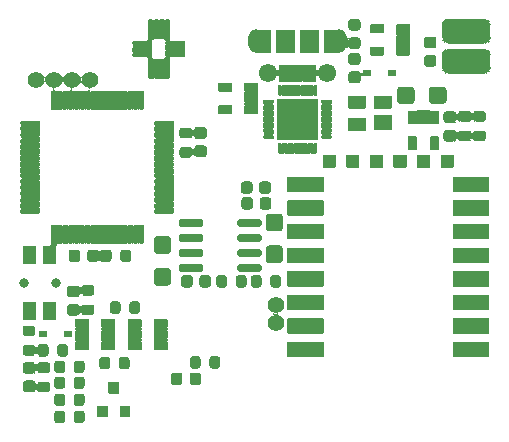
<source format=gts>
G04 #@! TF.GenerationSoftware,KiCad,Pcbnew,(5.1.7)-1*
G04 #@! TF.CreationDate,2020-10-26T16:21:14+03:00*
G04 #@! TF.ProjectId,body_temp,626f6479-5f74-4656-9d70-2e6b69636164,rev?*
G04 #@! TF.SameCoordinates,Original*
G04 #@! TF.FileFunction,Soldermask,Top*
G04 #@! TF.FilePolarity,Negative*
%FSLAX46Y46*%
G04 Gerber Fmt 4.6, Leading zero omitted, Abs format (unit mm)*
G04 Created by KiCad (PCBNEW (5.1.7)-1) date 2020-10-26 16:21:14*
%MOMM*%
%LPD*%
G01*
G04 APERTURE LIST*
%ADD10C,0.802000*%
%ADD11C,1.402000*%
%ADD12C,1.552000*%
%ADD13O,1.302000X2.002000*%
%ADD14C,0.100000*%
G04 APERTURE END LIST*
G36*
G01*
X57411500Y-16950000D02*
X54360500Y-16950000D01*
G75*
G02*
X53835000Y-16424500I0J525500D01*
G01*
X53835000Y-15373500D01*
G75*
G02*
X54360500Y-14848000I525500J0D01*
G01*
X57411500Y-14848000D01*
G75*
G02*
X57937000Y-15373500I0J-525500D01*
G01*
X57937000Y-16424500D01*
G75*
G02*
X57411500Y-16950000I-525500J0D01*
G01*
G37*
G36*
G01*
X57411500Y-19500000D02*
X54360500Y-19500000D01*
G75*
G02*
X53835000Y-18974500I0J525500D01*
G01*
X53835000Y-17923500D01*
G75*
G02*
X54360500Y-17398000I525500J0D01*
G01*
X57411500Y-17398000D01*
G75*
G02*
X57937000Y-17923500I0J-525500D01*
G01*
X57937000Y-18974500D01*
G75*
G02*
X57411500Y-19500000I-525500J0D01*
G01*
G37*
G36*
G01*
X29212900Y-18100400D02*
X27686900Y-18100400D01*
G75*
G02*
X27598900Y-18012400I0J88000D01*
G01*
X27598900Y-17836400D01*
G75*
G02*
X27686900Y-17748400I88000J0D01*
G01*
X29212900Y-17748400D01*
G75*
G02*
X29300900Y-17836400I0J-88000D01*
G01*
X29300900Y-18012400D01*
G75*
G02*
X29212900Y-18100400I-88000J0D01*
G01*
G37*
G36*
G01*
X29211000Y-17075000D02*
X27685000Y-17075000D01*
G75*
G02*
X27597000Y-16987000I0J88000D01*
G01*
X27597000Y-16811000D01*
G75*
G02*
X27685000Y-16723000I88000J0D01*
G01*
X29211000Y-16723000D01*
G75*
G02*
X29299000Y-16811000I0J-88000D01*
G01*
X29299000Y-16987000D01*
G75*
G02*
X29211000Y-17075000I-88000J0D01*
G01*
G37*
G36*
G01*
X29183000Y-16604900D02*
X29007000Y-16604900D01*
G75*
G02*
X28919000Y-16516900I0J88000D01*
G01*
X28919000Y-14990900D01*
G75*
G02*
X29007000Y-14902900I88000J0D01*
G01*
X29183000Y-14902900D01*
G75*
G02*
X29271000Y-14990900I0J-88000D01*
G01*
X29271000Y-16516900D01*
G75*
G02*
X29183000Y-16604900I-88000J0D01*
G01*
G37*
G36*
G01*
X30695000Y-16599000D02*
X30519000Y-16599000D01*
G75*
G02*
X30431000Y-16511000I0J88000D01*
G01*
X30431000Y-14985000D01*
G75*
G02*
X30519000Y-14897000I88000J0D01*
G01*
X30695000Y-14897000D01*
G75*
G02*
X30783000Y-14985000I0J-88000D01*
G01*
X30783000Y-16511000D01*
G75*
G02*
X30695000Y-16599000I-88000J0D01*
G01*
G37*
G36*
G01*
X32003100Y-17075000D02*
X30477100Y-17075000D01*
G75*
G02*
X30389100Y-16987000I0J88000D01*
G01*
X30389100Y-16811000D01*
G75*
G02*
X30477100Y-16723000I88000J0D01*
G01*
X32003100Y-16723000D01*
G75*
G02*
X32091100Y-16811000I0J-88000D01*
G01*
X32091100Y-16987000D01*
G75*
G02*
X32003100Y-17075000I-88000J0D01*
G01*
G37*
G36*
G01*
X32003100Y-18075000D02*
X30477100Y-18075000D01*
G75*
G02*
X30389100Y-17987000I0J88000D01*
G01*
X30389100Y-17811000D01*
G75*
G02*
X30477100Y-17723000I88000J0D01*
G01*
X32003100Y-17723000D01*
G75*
G02*
X32091100Y-17811000I0J-88000D01*
G01*
X32091100Y-17987000D01*
G75*
G02*
X32003100Y-18075000I-88000J0D01*
G01*
G37*
G36*
G01*
X29183000Y-19920500D02*
X29007000Y-19920500D01*
G75*
G02*
X28919000Y-19832500I0J88000D01*
G01*
X28919000Y-18306500D01*
G75*
G02*
X29007000Y-18218500I88000J0D01*
G01*
X29183000Y-18218500D01*
G75*
G02*
X29271000Y-18306500I0J-88000D01*
G01*
X29271000Y-19832500D01*
G75*
G02*
X29183000Y-19920500I-88000J0D01*
G01*
G37*
G36*
G01*
X30683000Y-19920500D02*
X30507000Y-19920500D01*
G75*
G02*
X30419000Y-19832500I0J88000D01*
G01*
X30419000Y-18306500D01*
G75*
G02*
X30507000Y-18218500I88000J0D01*
G01*
X30683000Y-18218500D01*
G75*
G02*
X30771000Y-18306500I0J-88000D01*
G01*
X30771000Y-19832500D01*
G75*
G02*
X30683000Y-19920500I-88000J0D01*
G01*
G37*
G36*
G01*
X29212900Y-17600400D02*
X27686900Y-17600400D01*
G75*
G02*
X27598900Y-17512400I0J88000D01*
G01*
X27598900Y-17336400D01*
G75*
G02*
X27686900Y-17248400I88000J0D01*
G01*
X29212900Y-17248400D01*
G75*
G02*
X29300900Y-17336400I0J-88000D01*
G01*
X29300900Y-17512400D01*
G75*
G02*
X29212900Y-17600400I-88000J0D01*
G01*
G37*
G36*
G01*
X29683000Y-16604900D02*
X29507000Y-16604900D01*
G75*
G02*
X29419000Y-16516900I0J88000D01*
G01*
X29419000Y-14990900D01*
G75*
G02*
X29507000Y-14902900I88000J0D01*
G01*
X29683000Y-14902900D01*
G75*
G02*
X29771000Y-14990900I0J-88000D01*
G01*
X29771000Y-16516900D01*
G75*
G02*
X29683000Y-16604900I-88000J0D01*
G01*
G37*
G36*
G01*
X30183000Y-16604900D02*
X30007000Y-16604900D01*
G75*
G02*
X29919000Y-16516900I0J88000D01*
G01*
X29919000Y-14990900D01*
G75*
G02*
X30007000Y-14902900I88000J0D01*
G01*
X30183000Y-14902900D01*
G75*
G02*
X30271000Y-14990900I0J-88000D01*
G01*
X30271000Y-16516900D01*
G75*
G02*
X30183000Y-16604900I-88000J0D01*
G01*
G37*
G36*
G01*
X32003100Y-17575000D02*
X30477100Y-17575000D01*
G75*
G02*
X30389100Y-17487000I0J88000D01*
G01*
X30389100Y-17311000D01*
G75*
G02*
X30477100Y-17223000I88000J0D01*
G01*
X32003100Y-17223000D01*
G75*
G02*
X32091100Y-17311000I0J-88000D01*
G01*
X32091100Y-17487000D01*
G75*
G02*
X32003100Y-17575000I-88000J0D01*
G01*
G37*
G36*
G01*
X30183000Y-19920500D02*
X30007000Y-19920500D01*
G75*
G02*
X29919000Y-19832500I0J88000D01*
G01*
X29919000Y-18306500D01*
G75*
G02*
X30007000Y-18218500I88000J0D01*
G01*
X30183000Y-18218500D01*
G75*
G02*
X30271000Y-18306500I0J-88000D01*
G01*
X30271000Y-19832500D01*
G75*
G02*
X30183000Y-19920500I-88000J0D01*
G01*
G37*
G36*
G01*
X29683000Y-19921320D02*
X29507000Y-19921320D01*
G75*
G02*
X29419000Y-19833320I0J88000D01*
G01*
X29419000Y-18307320D01*
G75*
G02*
X29507000Y-18219320I88000J0D01*
G01*
X29683000Y-18219320D01*
G75*
G02*
X29771000Y-18307320I0J-88000D01*
G01*
X29771000Y-19833320D01*
G75*
G02*
X29683000Y-19921320I-88000J0D01*
G01*
G37*
D10*
X18415000Y-37211000D03*
X21115000Y-37211000D03*
G36*
G01*
X18390000Y-34080000D02*
X19440000Y-34080000D01*
G75*
G02*
X19491000Y-34131000I0J-51000D01*
G01*
X19491000Y-35531000D01*
G75*
G02*
X19440000Y-35582000I-51000J0D01*
G01*
X18390000Y-35582000D01*
G75*
G02*
X18339000Y-35531000I0J51000D01*
G01*
X18339000Y-34131000D01*
G75*
G02*
X18390000Y-34080000I51000J0D01*
G01*
G37*
G36*
G01*
X18390000Y-38830000D02*
X19440000Y-38830000D01*
G75*
G02*
X19491000Y-38881000I0J-51000D01*
G01*
X19491000Y-40281000D01*
G75*
G02*
X19440000Y-40332000I-51000J0D01*
G01*
X18390000Y-40332000D01*
G75*
G02*
X18339000Y-40281000I0J51000D01*
G01*
X18339000Y-38881000D01*
G75*
G02*
X18390000Y-38830000I51000J0D01*
G01*
G37*
G36*
G01*
X20090000Y-34080000D02*
X21140000Y-34080000D01*
G75*
G02*
X21191000Y-34131000I0J-51000D01*
G01*
X21191000Y-35531000D01*
G75*
G02*
X21140000Y-35582000I-51000J0D01*
G01*
X20090000Y-35582000D01*
G75*
G02*
X20039000Y-35531000I0J51000D01*
G01*
X20039000Y-34131000D01*
G75*
G02*
X20090000Y-34080000I51000J0D01*
G01*
G37*
G36*
G01*
X20090000Y-38830000D02*
X21140000Y-38830000D01*
G75*
G02*
X21191000Y-38881000I0J-51000D01*
G01*
X21191000Y-40281000D01*
G75*
G02*
X21140000Y-40332000I-51000J0D01*
G01*
X20090000Y-40332000D01*
G75*
G02*
X20039000Y-40281000I0J51000D01*
G01*
X20039000Y-38881000D01*
G75*
G02*
X20090000Y-38830000I51000J0D01*
G01*
G37*
D11*
X23987000Y-20002500D03*
X22487000Y-20002500D03*
X20987000Y-20002500D03*
X19487000Y-20002500D03*
G36*
G01*
X41401000Y-15814000D02*
X41401000Y-17714000D01*
G75*
G02*
X41350000Y-17765000I-51000J0D01*
G01*
X39850000Y-17765000D01*
G75*
G02*
X39799000Y-17714000I0J51000D01*
G01*
X39799000Y-15814000D01*
G75*
G02*
X39850000Y-15763000I51000J0D01*
G01*
X41350000Y-15763000D01*
G75*
G02*
X41401000Y-15814000I0J-51000D01*
G01*
G37*
D12*
X44100000Y-19464000D03*
G36*
G01*
X42501000Y-18789000D02*
X42501000Y-20139000D01*
G75*
G02*
X42450000Y-20190000I-51000J0D01*
G01*
X42050000Y-20190000D01*
G75*
G02*
X41999000Y-20139000I0J51000D01*
G01*
X41999000Y-18789000D01*
G75*
G02*
X42050000Y-18738000I51000J0D01*
G01*
X42450000Y-18738000D01*
G75*
G02*
X42501000Y-18789000I0J-51000D01*
G01*
G37*
G36*
G01*
X43151000Y-18789000D02*
X43151000Y-20139000D01*
G75*
G02*
X43100000Y-20190000I-51000J0D01*
G01*
X42700000Y-20190000D01*
G75*
G02*
X42649000Y-20139000I0J51000D01*
G01*
X42649000Y-18789000D01*
G75*
G02*
X42700000Y-18738000I51000J0D01*
G01*
X43100000Y-18738000D01*
G75*
G02*
X43151000Y-18789000I0J-51000D01*
G01*
G37*
G36*
G01*
X40551000Y-18789000D02*
X40551000Y-20139000D01*
G75*
G02*
X40500000Y-20190000I-51000J0D01*
G01*
X40100000Y-20190000D01*
G75*
G02*
X40049000Y-20139000I0J51000D01*
G01*
X40049000Y-18789000D01*
G75*
G02*
X40100000Y-18738000I51000J0D01*
G01*
X40500000Y-18738000D01*
G75*
G02*
X40551000Y-18789000I0J-51000D01*
G01*
G37*
G36*
G01*
X41201000Y-18789000D02*
X41201000Y-20139000D01*
G75*
G02*
X41150000Y-20190000I-51000J0D01*
G01*
X40750000Y-20190000D01*
G75*
G02*
X40699000Y-20139000I0J51000D01*
G01*
X40699000Y-18789000D01*
G75*
G02*
X40750000Y-18738000I51000J0D01*
G01*
X41150000Y-18738000D01*
G75*
G02*
X41201000Y-18789000I0J-51000D01*
G01*
G37*
G36*
G01*
X41851000Y-18789000D02*
X41851000Y-20139000D01*
G75*
G02*
X41800000Y-20190000I-51000J0D01*
G01*
X41400000Y-20190000D01*
G75*
G02*
X41349000Y-20139000I0J51000D01*
G01*
X41349000Y-18789000D01*
G75*
G02*
X41400000Y-18738000I51000J0D01*
G01*
X41800000Y-18738000D01*
G75*
G02*
X41851000Y-18789000I0J-51000D01*
G01*
G37*
X39100000Y-19464000D03*
G36*
G01*
X43401000Y-15814000D02*
X43401000Y-17714000D01*
G75*
G02*
X43350000Y-17765000I-51000J0D01*
G01*
X41850000Y-17765000D01*
G75*
G02*
X41799000Y-17714000I0J51000D01*
G01*
X41799000Y-15814000D01*
G75*
G02*
X41850000Y-15763000I51000J0D01*
G01*
X43350000Y-15763000D01*
G75*
G02*
X43401000Y-15814000I0J-51000D01*
G01*
G37*
D13*
X45100000Y-16764000D03*
X38100000Y-16764000D03*
G36*
G01*
X39351000Y-15813999D02*
X39351000Y-17714001D01*
G75*
G02*
X39300001Y-17765000I-50999J0D01*
G01*
X38099999Y-17765000D01*
G75*
G02*
X38049000Y-17714001I0J50999D01*
G01*
X38049000Y-15813999D01*
G75*
G02*
X38099999Y-15763000I50999J0D01*
G01*
X39300001Y-15763000D01*
G75*
G02*
X39351000Y-15813999I0J-50999D01*
G01*
G37*
G36*
G01*
X45151000Y-15813999D02*
X45151000Y-17714001D01*
G75*
G02*
X45100001Y-17765000I-50999J0D01*
G01*
X43899999Y-17765000D01*
G75*
G02*
X43849000Y-17714001I0J50999D01*
G01*
X43849000Y-15813999D01*
G75*
G02*
X43899999Y-15763000I50999J0D01*
G01*
X45100001Y-15763000D01*
G75*
G02*
X45151000Y-15813999I0J-50999D01*
G01*
G37*
G36*
G01*
X52882999Y-24819000D02*
X53533001Y-24819000D01*
G75*
G02*
X53584000Y-24869999I0J-50999D01*
G01*
X53584000Y-25930001D01*
G75*
G02*
X53533001Y-25981000I-50999J0D01*
G01*
X52882999Y-25981000D01*
G75*
G02*
X52832000Y-25930001I0J50999D01*
G01*
X52832000Y-24869999D01*
G75*
G02*
X52882999Y-24819000I50999J0D01*
G01*
G37*
G36*
G01*
X50982999Y-24819000D02*
X51633001Y-24819000D01*
G75*
G02*
X51684000Y-24869999I0J-50999D01*
G01*
X51684000Y-25930001D01*
G75*
G02*
X51633001Y-25981000I-50999J0D01*
G01*
X50982999Y-25981000D01*
G75*
G02*
X50932000Y-25930001I0J50999D01*
G01*
X50932000Y-24869999D01*
G75*
G02*
X50982999Y-24819000I50999J0D01*
G01*
G37*
G36*
G01*
X50982999Y-22619000D02*
X51633001Y-22619000D01*
G75*
G02*
X51684000Y-22669999I0J-50999D01*
G01*
X51684000Y-23730001D01*
G75*
G02*
X51633001Y-23781000I-50999J0D01*
G01*
X50982999Y-23781000D01*
G75*
G02*
X50932000Y-23730001I0J50999D01*
G01*
X50932000Y-22669999D01*
G75*
G02*
X50982999Y-22619000I50999J0D01*
G01*
G37*
G36*
G01*
X51932999Y-22619000D02*
X52583001Y-22619000D01*
G75*
G02*
X52634000Y-22669999I0J-50999D01*
G01*
X52634000Y-23730001D01*
G75*
G02*
X52583001Y-23781000I-50999J0D01*
G01*
X51932999Y-23781000D01*
G75*
G02*
X51882000Y-23730001I0J50999D01*
G01*
X51882000Y-22669999D01*
G75*
G02*
X51932999Y-22619000I50999J0D01*
G01*
G37*
G36*
G01*
X52882999Y-22619000D02*
X53533001Y-22619000D01*
G75*
G02*
X53584000Y-22669999I0J-50999D01*
G01*
X53584000Y-23730001D01*
G75*
G02*
X53533001Y-23781000I-50999J0D01*
G01*
X52882999Y-23781000D01*
G75*
G02*
X52832000Y-23730001I0J50999D01*
G01*
X52832000Y-22669999D01*
G75*
G02*
X52882999Y-22619000I50999J0D01*
G01*
G37*
G36*
G01*
X57827000Y-42269999D02*
X57827000Y-43470001D01*
G75*
G02*
X57776001Y-43521000I-50999J0D01*
G01*
X54775999Y-43521000D01*
G75*
G02*
X54725000Y-43470001I0J50999D01*
G01*
X54725000Y-42269999D01*
G75*
G02*
X54775999Y-42219000I50999J0D01*
G01*
X57776001Y-42219000D01*
G75*
G02*
X57827000Y-42269999I0J-50999D01*
G01*
G37*
G36*
G01*
X57827000Y-40269999D02*
X57827000Y-41470001D01*
G75*
G02*
X57776001Y-41521000I-50999J0D01*
G01*
X54775999Y-41521000D01*
G75*
G02*
X54725000Y-41470001I0J50999D01*
G01*
X54725000Y-40269999D01*
G75*
G02*
X54775999Y-40219000I50999J0D01*
G01*
X57776001Y-40219000D01*
G75*
G02*
X57827000Y-40269999I0J-50999D01*
G01*
G37*
G36*
G01*
X57827000Y-38269999D02*
X57827000Y-39470001D01*
G75*
G02*
X57776001Y-39521000I-50999J0D01*
G01*
X54775999Y-39521000D01*
G75*
G02*
X54725000Y-39470001I0J50999D01*
G01*
X54725000Y-38269999D01*
G75*
G02*
X54775999Y-38219000I50999J0D01*
G01*
X57776001Y-38219000D01*
G75*
G02*
X57827000Y-38269999I0J-50999D01*
G01*
G37*
G36*
G01*
X57827000Y-36269999D02*
X57827000Y-37470001D01*
G75*
G02*
X57776001Y-37521000I-50999J0D01*
G01*
X54775999Y-37521000D01*
G75*
G02*
X54725000Y-37470001I0J50999D01*
G01*
X54725000Y-36269999D01*
G75*
G02*
X54775999Y-36219000I50999J0D01*
G01*
X57776001Y-36219000D01*
G75*
G02*
X57827000Y-36269999I0J-50999D01*
G01*
G37*
G36*
G01*
X57827000Y-34269999D02*
X57827000Y-35470001D01*
G75*
G02*
X57776001Y-35521000I-50999J0D01*
G01*
X54775999Y-35521000D01*
G75*
G02*
X54725000Y-35470001I0J50999D01*
G01*
X54725000Y-34269999D01*
G75*
G02*
X54775999Y-34219000I50999J0D01*
G01*
X57776001Y-34219000D01*
G75*
G02*
X57827000Y-34269999I0J-50999D01*
G01*
G37*
G36*
G01*
X57827000Y-32269999D02*
X57827000Y-33470001D01*
G75*
G02*
X57776001Y-33521000I-50999J0D01*
G01*
X54775999Y-33521000D01*
G75*
G02*
X54725000Y-33470001I0J50999D01*
G01*
X54725000Y-32269999D01*
G75*
G02*
X54775999Y-32219000I50999J0D01*
G01*
X57776001Y-32219000D01*
G75*
G02*
X57827000Y-32269999I0J-50999D01*
G01*
G37*
G36*
G01*
X57827000Y-30269999D02*
X57827000Y-31470001D01*
G75*
G02*
X57776001Y-31521000I-50999J0D01*
G01*
X54775999Y-31521000D01*
G75*
G02*
X54725000Y-31470001I0J50999D01*
G01*
X54725000Y-30269999D01*
G75*
G02*
X54775999Y-30219000I50999J0D01*
G01*
X57776001Y-30219000D01*
G75*
G02*
X57827000Y-30269999I0J-50999D01*
G01*
G37*
G36*
G01*
X57827000Y-28269999D02*
X57827000Y-29470001D01*
G75*
G02*
X57776001Y-29521000I-50999J0D01*
G01*
X54775999Y-29521000D01*
G75*
G02*
X54725000Y-29470001I0J50999D01*
G01*
X54725000Y-28269999D01*
G75*
G02*
X54775999Y-28219000I50999J0D01*
G01*
X57776001Y-28219000D01*
G75*
G02*
X57827000Y-28269999I0J-50999D01*
G01*
G37*
G36*
G01*
X54827000Y-26420000D02*
X54827000Y-27420000D01*
G75*
G02*
X54776000Y-27471000I-51000J0D01*
G01*
X53776000Y-27471000D01*
G75*
G02*
X53725000Y-27420000I0J51000D01*
G01*
X53725000Y-26420000D01*
G75*
G02*
X53776000Y-26369000I51000J0D01*
G01*
X54776000Y-26369000D01*
G75*
G02*
X54827000Y-26420000I0J-51000D01*
G01*
G37*
G36*
G01*
X52827000Y-26420000D02*
X52827000Y-27420000D01*
G75*
G02*
X52776000Y-27471000I-51000J0D01*
G01*
X51776000Y-27471000D01*
G75*
G02*
X51725000Y-27420000I0J51000D01*
G01*
X51725000Y-26420000D01*
G75*
G02*
X51776000Y-26369000I51000J0D01*
G01*
X52776000Y-26369000D01*
G75*
G02*
X52827000Y-26420000I0J-51000D01*
G01*
G37*
G36*
G01*
X50827000Y-26420000D02*
X50827000Y-27420000D01*
G75*
G02*
X50776000Y-27471000I-51000J0D01*
G01*
X49776000Y-27471000D01*
G75*
G02*
X49725000Y-27420000I0J51000D01*
G01*
X49725000Y-26420000D01*
G75*
G02*
X49776000Y-26369000I51000J0D01*
G01*
X50776000Y-26369000D01*
G75*
G02*
X50827000Y-26420000I0J-51000D01*
G01*
G37*
G36*
G01*
X48827000Y-26420000D02*
X48827000Y-27420000D01*
G75*
G02*
X48776000Y-27471000I-51000J0D01*
G01*
X47776000Y-27471000D01*
G75*
G02*
X47725000Y-27420000I0J51000D01*
G01*
X47725000Y-26420000D01*
G75*
G02*
X47776000Y-26369000I51000J0D01*
G01*
X48776000Y-26369000D01*
G75*
G02*
X48827000Y-26420000I0J-51000D01*
G01*
G37*
G36*
G01*
X46827000Y-26420000D02*
X46827000Y-27420000D01*
G75*
G02*
X46776000Y-27471000I-51000J0D01*
G01*
X45776000Y-27471000D01*
G75*
G02*
X45725000Y-27420000I0J51000D01*
G01*
X45725000Y-26420000D01*
G75*
G02*
X45776000Y-26369000I51000J0D01*
G01*
X46776000Y-26369000D01*
G75*
G02*
X46827000Y-26420000I0J-51000D01*
G01*
G37*
G36*
G01*
X44827000Y-26420000D02*
X44827000Y-27420000D01*
G75*
G02*
X44776000Y-27471000I-51000J0D01*
G01*
X43776000Y-27471000D01*
G75*
G02*
X43725000Y-27420000I0J51000D01*
G01*
X43725000Y-26420000D01*
G75*
G02*
X43776000Y-26369000I51000J0D01*
G01*
X44776000Y-26369000D01*
G75*
G02*
X44827000Y-26420000I0J-51000D01*
G01*
G37*
G36*
G01*
X43827000Y-28269999D02*
X43827000Y-29470001D01*
G75*
G02*
X43776001Y-29521000I-50999J0D01*
G01*
X40775999Y-29521000D01*
G75*
G02*
X40725000Y-29470001I0J50999D01*
G01*
X40725000Y-28269999D01*
G75*
G02*
X40775999Y-28219000I50999J0D01*
G01*
X43776001Y-28219000D01*
G75*
G02*
X43827000Y-28269999I0J-50999D01*
G01*
G37*
G36*
G01*
X43827000Y-30269999D02*
X43827000Y-31470001D01*
G75*
G02*
X43776001Y-31521000I-50999J0D01*
G01*
X40775999Y-31521000D01*
G75*
G02*
X40725000Y-31470001I0J50999D01*
G01*
X40725000Y-30269999D01*
G75*
G02*
X40775999Y-30219000I50999J0D01*
G01*
X43776001Y-30219000D01*
G75*
G02*
X43827000Y-30269999I0J-50999D01*
G01*
G37*
G36*
G01*
X43827000Y-32269999D02*
X43827000Y-33470001D01*
G75*
G02*
X43776001Y-33521000I-50999J0D01*
G01*
X40775999Y-33521000D01*
G75*
G02*
X40725000Y-33470001I0J50999D01*
G01*
X40725000Y-32269999D01*
G75*
G02*
X40775999Y-32219000I50999J0D01*
G01*
X43776001Y-32219000D01*
G75*
G02*
X43827000Y-32269999I0J-50999D01*
G01*
G37*
G36*
G01*
X43827000Y-34269999D02*
X43827000Y-35470001D01*
G75*
G02*
X43776001Y-35521000I-50999J0D01*
G01*
X40775999Y-35521000D01*
G75*
G02*
X40725000Y-35470001I0J50999D01*
G01*
X40725000Y-34269999D01*
G75*
G02*
X40775999Y-34219000I50999J0D01*
G01*
X43776001Y-34219000D01*
G75*
G02*
X43827000Y-34269999I0J-50999D01*
G01*
G37*
G36*
G01*
X43827000Y-36269999D02*
X43827000Y-37470001D01*
G75*
G02*
X43776001Y-37521000I-50999J0D01*
G01*
X40775999Y-37521000D01*
G75*
G02*
X40725000Y-37470001I0J50999D01*
G01*
X40725000Y-36269999D01*
G75*
G02*
X40775999Y-36219000I50999J0D01*
G01*
X43776001Y-36219000D01*
G75*
G02*
X43827000Y-36269999I0J-50999D01*
G01*
G37*
G36*
G01*
X43827000Y-38269999D02*
X43827000Y-39470001D01*
G75*
G02*
X43776001Y-39521000I-50999J0D01*
G01*
X40775999Y-39521000D01*
G75*
G02*
X40725000Y-39470001I0J50999D01*
G01*
X40725000Y-38269999D01*
G75*
G02*
X40775999Y-38219000I50999J0D01*
G01*
X43776001Y-38219000D01*
G75*
G02*
X43827000Y-38269999I0J-50999D01*
G01*
G37*
G36*
G01*
X43827000Y-40269999D02*
X43827000Y-41470001D01*
G75*
G02*
X43776001Y-41521000I-50999J0D01*
G01*
X40775999Y-41521000D01*
G75*
G02*
X40725000Y-41470001I0J50999D01*
G01*
X40725000Y-40269999D01*
G75*
G02*
X40775999Y-40219000I50999J0D01*
G01*
X43776001Y-40219000D01*
G75*
G02*
X43827000Y-40269999I0J-50999D01*
G01*
G37*
G36*
G01*
X43827000Y-42269999D02*
X43827000Y-43470001D01*
G75*
G02*
X43776001Y-43521000I-50999J0D01*
G01*
X40775999Y-43521000D01*
G75*
G02*
X40725000Y-43470001I0J50999D01*
G01*
X40725000Y-42269999D01*
G75*
G02*
X40775999Y-42219000I50999J0D01*
G01*
X43776001Y-42219000D01*
G75*
G02*
X43827000Y-42269999I0J-50999D01*
G01*
G37*
D11*
X39751000Y-40616000D03*
X39751000Y-39116000D03*
G36*
G01*
X29432000Y-41917501D02*
X29432000Y-41267499D01*
G75*
G02*
X29482999Y-41216500I50999J0D01*
G01*
X30543001Y-41216500D01*
G75*
G02*
X30594000Y-41267499I0J-50999D01*
G01*
X30594000Y-41917501D01*
G75*
G02*
X30543001Y-41968500I-50999J0D01*
G01*
X29482999Y-41968500D01*
G75*
G02*
X29432000Y-41917501I0J50999D01*
G01*
G37*
G36*
G01*
X29432000Y-40967501D02*
X29432000Y-40317499D01*
G75*
G02*
X29482999Y-40266500I50999J0D01*
G01*
X30543001Y-40266500D01*
G75*
G02*
X30594000Y-40317499I0J-50999D01*
G01*
X30594000Y-40967501D01*
G75*
G02*
X30543001Y-41018500I-50999J0D01*
G01*
X29482999Y-41018500D01*
G75*
G02*
X29432000Y-40967501I0J50999D01*
G01*
G37*
G36*
G01*
X29432000Y-42867501D02*
X29432000Y-42217499D01*
G75*
G02*
X29482999Y-42166500I50999J0D01*
G01*
X30543001Y-42166500D01*
G75*
G02*
X30594000Y-42217499I0J-50999D01*
G01*
X30594000Y-42867501D01*
G75*
G02*
X30543001Y-42918500I-50999J0D01*
G01*
X29482999Y-42918500D01*
G75*
G02*
X29432000Y-42867501I0J50999D01*
G01*
G37*
G36*
G01*
X27232000Y-42867501D02*
X27232000Y-42217499D01*
G75*
G02*
X27282999Y-42166500I50999J0D01*
G01*
X28343001Y-42166500D01*
G75*
G02*
X28394000Y-42217499I0J-50999D01*
G01*
X28394000Y-42867501D01*
G75*
G02*
X28343001Y-42918500I-50999J0D01*
G01*
X27282999Y-42918500D01*
G75*
G02*
X27232000Y-42867501I0J50999D01*
G01*
G37*
G36*
G01*
X27232000Y-41917501D02*
X27232000Y-41267499D01*
G75*
G02*
X27282999Y-41216500I50999J0D01*
G01*
X28343001Y-41216500D01*
G75*
G02*
X28394000Y-41267499I0J-50999D01*
G01*
X28394000Y-41917501D01*
G75*
G02*
X28343001Y-41968500I-50999J0D01*
G01*
X27282999Y-41968500D01*
G75*
G02*
X27232000Y-41917501I0J50999D01*
G01*
G37*
G36*
G01*
X27232000Y-40967501D02*
X27232000Y-40317499D01*
G75*
G02*
X27282999Y-40266500I50999J0D01*
G01*
X28343001Y-40266500D01*
G75*
G02*
X28394000Y-40317499I0J-50999D01*
G01*
X28394000Y-40967501D01*
G75*
G02*
X28343001Y-41018500I-50999J0D01*
G01*
X27282999Y-41018500D01*
G75*
G02*
X27232000Y-40967501I0J50999D01*
G01*
G37*
G36*
G01*
X24987000Y-41915001D02*
X24987000Y-41264999D01*
G75*
G02*
X25037999Y-41214000I50999J0D01*
G01*
X26098001Y-41214000D01*
G75*
G02*
X26149000Y-41264999I0J-50999D01*
G01*
X26149000Y-41915001D01*
G75*
G02*
X26098001Y-41966000I-50999J0D01*
G01*
X25037999Y-41966000D01*
G75*
G02*
X24987000Y-41915001I0J50999D01*
G01*
G37*
G36*
G01*
X24987000Y-40965001D02*
X24987000Y-40314999D01*
G75*
G02*
X25037999Y-40264000I50999J0D01*
G01*
X26098001Y-40264000D01*
G75*
G02*
X26149000Y-40314999I0J-50999D01*
G01*
X26149000Y-40965001D01*
G75*
G02*
X26098001Y-41016000I-50999J0D01*
G01*
X25037999Y-41016000D01*
G75*
G02*
X24987000Y-40965001I0J50999D01*
G01*
G37*
G36*
G01*
X24987000Y-42865001D02*
X24987000Y-42214999D01*
G75*
G02*
X25037999Y-42164000I50999J0D01*
G01*
X26098001Y-42164000D01*
G75*
G02*
X26149000Y-42214999I0J-50999D01*
G01*
X26149000Y-42865001D01*
G75*
G02*
X26098001Y-42916000I-50999J0D01*
G01*
X25037999Y-42916000D01*
G75*
G02*
X24987000Y-42865001I0J50999D01*
G01*
G37*
G36*
G01*
X22787000Y-42865001D02*
X22787000Y-42214999D01*
G75*
G02*
X22837999Y-42164000I50999J0D01*
G01*
X23898001Y-42164000D01*
G75*
G02*
X23949000Y-42214999I0J-50999D01*
G01*
X23949000Y-42865001D01*
G75*
G02*
X23898001Y-42916000I-50999J0D01*
G01*
X22837999Y-42916000D01*
G75*
G02*
X22787000Y-42865001I0J50999D01*
G01*
G37*
G36*
G01*
X22787000Y-41915001D02*
X22787000Y-41264999D01*
G75*
G02*
X22837999Y-41214000I50999J0D01*
G01*
X23898001Y-41214000D01*
G75*
G02*
X23949000Y-41264999I0J-50999D01*
G01*
X23949000Y-41915001D01*
G75*
G02*
X23898001Y-41966000I-50999J0D01*
G01*
X22837999Y-41966000D01*
G75*
G02*
X22787000Y-41915001I0J50999D01*
G01*
G37*
G36*
G01*
X22787000Y-40965001D02*
X22787000Y-40314999D01*
G75*
G02*
X22837999Y-40264000I50999J0D01*
G01*
X23898001Y-40264000D01*
G75*
G02*
X23949000Y-40314999I0J-50999D01*
G01*
X23949000Y-40965001D01*
G75*
G02*
X23898001Y-41016000I-50999J0D01*
G01*
X22837999Y-41016000D01*
G75*
G02*
X22787000Y-40965001I0J50999D01*
G01*
G37*
G36*
G01*
X34143000Y-44242500D02*
X34143000Y-43641500D01*
G75*
G02*
X34368500Y-43416000I225500J0D01*
G01*
X34819500Y-43416000D01*
G75*
G02*
X35045000Y-43641500I0J-225500D01*
G01*
X35045000Y-44242500D01*
G75*
G02*
X34819500Y-44468000I-225500J0D01*
G01*
X34368500Y-44468000D01*
G75*
G02*
X34143000Y-44242500I0J225500D01*
G01*
G37*
G36*
G01*
X32493000Y-44242500D02*
X32493000Y-43641500D01*
G75*
G02*
X32718500Y-43416000I225500J0D01*
G01*
X33169500Y-43416000D01*
G75*
G02*
X33395000Y-43641500I0J-225500D01*
G01*
X33395000Y-44242500D01*
G75*
G02*
X33169500Y-44468000I-225500J0D01*
G01*
X32718500Y-44468000D01*
G75*
G02*
X32493000Y-44242500I0J225500D01*
G01*
G37*
G36*
G01*
X26473000Y-44306000D02*
X26473000Y-43705000D01*
G75*
G02*
X26698500Y-43479500I225500J0D01*
G01*
X27149500Y-43479500D01*
G75*
G02*
X27375000Y-43705000I0J-225500D01*
G01*
X27375000Y-44306000D01*
G75*
G02*
X27149500Y-44531500I-225500J0D01*
G01*
X26698500Y-44531500D01*
G75*
G02*
X26473000Y-44306000I0J225500D01*
G01*
G37*
G36*
G01*
X24823000Y-44306000D02*
X24823000Y-43705000D01*
G75*
G02*
X25048500Y-43479500I225500J0D01*
G01*
X25499500Y-43479500D01*
G75*
G02*
X25725000Y-43705000I0J-225500D01*
G01*
X25725000Y-44306000D01*
G75*
G02*
X25499500Y-44531500I-225500J0D01*
G01*
X25048500Y-44531500D01*
G75*
G02*
X24823000Y-44306000I0J225500D01*
G01*
G37*
G36*
G01*
X20430000Y-44838500D02*
X19829000Y-44838500D01*
G75*
G02*
X19603500Y-44613000I0J225500D01*
G01*
X19603500Y-44162000D01*
G75*
G02*
X19829000Y-43936500I225500J0D01*
G01*
X20430000Y-43936500D01*
G75*
G02*
X20655500Y-44162000I0J-225500D01*
G01*
X20655500Y-44613000D01*
G75*
G02*
X20430000Y-44838500I-225500J0D01*
G01*
G37*
G36*
G01*
X20430000Y-46488500D02*
X19829000Y-46488500D01*
G75*
G02*
X19603500Y-46263000I0J225500D01*
G01*
X19603500Y-45812000D01*
G75*
G02*
X19829000Y-45586500I225500J0D01*
G01*
X20430000Y-45586500D01*
G75*
G02*
X20655500Y-45812000I0J-225500D01*
G01*
X20655500Y-46263000D01*
G75*
G02*
X20430000Y-46488500I-225500J0D01*
G01*
G37*
G36*
G01*
X21265000Y-43226500D02*
X21265000Y-42625500D01*
G75*
G02*
X21490500Y-42400000I225500J0D01*
G01*
X21941500Y-42400000D01*
G75*
G02*
X22167000Y-42625500I0J-225500D01*
G01*
X22167000Y-43226500D01*
G75*
G02*
X21941500Y-43452000I-225500J0D01*
G01*
X21490500Y-43452000D01*
G75*
G02*
X21265000Y-43226500I0J225500D01*
G01*
G37*
G36*
G01*
X19615000Y-43226500D02*
X19615000Y-42625500D01*
G75*
G02*
X19840500Y-42400000I225500J0D01*
G01*
X20291500Y-42400000D01*
G75*
G02*
X20517000Y-42625500I0J-225500D01*
G01*
X20517000Y-43226500D01*
G75*
G02*
X20291500Y-43452000I-225500J0D01*
G01*
X19840500Y-43452000D01*
G75*
G02*
X19615000Y-43226500I0J225500D01*
G01*
G37*
G36*
G01*
X19149500Y-41726000D02*
X18548500Y-41726000D01*
G75*
G02*
X18323000Y-41500500I0J225500D01*
G01*
X18323000Y-41049500D01*
G75*
G02*
X18548500Y-40824000I225500J0D01*
G01*
X19149500Y-40824000D01*
G75*
G02*
X19375000Y-41049500I0J-225500D01*
G01*
X19375000Y-41500500D01*
G75*
G02*
X19149500Y-41726000I-225500J0D01*
G01*
G37*
G36*
G01*
X19149500Y-43376000D02*
X18548500Y-43376000D01*
G75*
G02*
X18323000Y-43150500I0J225500D01*
G01*
X18323000Y-42699500D01*
G75*
G02*
X18548500Y-42474000I225500J0D01*
G01*
X19149500Y-42474000D01*
G75*
G02*
X19375000Y-42699500I0J-225500D01*
G01*
X19375000Y-43150500D01*
G75*
G02*
X19149500Y-43376000I-225500J0D01*
G01*
G37*
G36*
G01*
X24176500Y-38298000D02*
X23575500Y-38298000D01*
G75*
G02*
X23350000Y-38072500I0J225500D01*
G01*
X23350000Y-37621500D01*
G75*
G02*
X23575500Y-37396000I225500J0D01*
G01*
X24176500Y-37396000D01*
G75*
G02*
X24402000Y-37621500I0J-225500D01*
G01*
X24402000Y-38072500D01*
G75*
G02*
X24176500Y-38298000I-225500J0D01*
G01*
G37*
G36*
G01*
X24176500Y-39948000D02*
X23575500Y-39948000D01*
G75*
G02*
X23350000Y-39722500I0J225500D01*
G01*
X23350000Y-39271500D01*
G75*
G02*
X23575500Y-39046000I225500J0D01*
G01*
X24176500Y-39046000D01*
G75*
G02*
X24402000Y-39271500I0J-225500D01*
G01*
X24402000Y-39722500D01*
G75*
G02*
X24176500Y-39948000I-225500J0D01*
G01*
G37*
G36*
G01*
X26613000Y-39006000D02*
X26613000Y-39607000D01*
G75*
G02*
X26387500Y-39832500I-225500J0D01*
G01*
X25936500Y-39832500D01*
G75*
G02*
X25711000Y-39607000I0J225500D01*
G01*
X25711000Y-39006000D01*
G75*
G02*
X25936500Y-38780500I225500J0D01*
G01*
X26387500Y-38780500D01*
G75*
G02*
X26613000Y-39006000I0J-225500D01*
G01*
G37*
G36*
G01*
X28263000Y-39006000D02*
X28263000Y-39607000D01*
G75*
G02*
X28037500Y-39832500I-225500J0D01*
G01*
X27586500Y-39832500D01*
G75*
G02*
X27361000Y-39607000I0J225500D01*
G01*
X27361000Y-39006000D01*
G75*
G02*
X27586500Y-38780500I225500J0D01*
G01*
X28037500Y-38780500D01*
G75*
G02*
X28263000Y-39006000I0J-225500D01*
G01*
G37*
G36*
G01*
X31857500Y-45057250D02*
X31857500Y-45620750D01*
G75*
G02*
X31613250Y-45865000I-244250J0D01*
G01*
X31124750Y-45865000D01*
G75*
G02*
X30880500Y-45620750I0J244250D01*
G01*
X30880500Y-45057250D01*
G75*
G02*
X31124750Y-44813000I244250J0D01*
G01*
X31613250Y-44813000D01*
G75*
G02*
X31857500Y-45057250I0J-244250D01*
G01*
G37*
G36*
G01*
X33432500Y-45057250D02*
X33432500Y-45620750D01*
G75*
G02*
X33188250Y-45865000I-244250J0D01*
G01*
X32699750Y-45865000D01*
G75*
G02*
X32455500Y-45620750I0J244250D01*
G01*
X32455500Y-45057250D01*
G75*
G02*
X32699750Y-44813000I244250J0D01*
G01*
X33188250Y-44813000D01*
G75*
G02*
X33432500Y-45057250I0J-244250D01*
G01*
G37*
G36*
G01*
X20417000Y-41304000D02*
X20417000Y-41754000D01*
G75*
G02*
X20366000Y-41805000I-51000J0D01*
G01*
X19766000Y-41805000D01*
G75*
G02*
X19715000Y-41754000I0J51000D01*
G01*
X19715000Y-41304000D01*
G75*
G02*
X19766000Y-41253000I51000J0D01*
G01*
X20366000Y-41253000D01*
G75*
G02*
X20417000Y-41304000I0J-51000D01*
G01*
G37*
G36*
G01*
X22517000Y-41304000D02*
X22517000Y-41754000D01*
G75*
G02*
X22466000Y-41805000I-51000J0D01*
G01*
X21866000Y-41805000D01*
G75*
G02*
X21815000Y-41754000I0J51000D01*
G01*
X21815000Y-41304000D01*
G75*
G02*
X21866000Y-41253000I51000J0D01*
G01*
X22466000Y-41253000D01*
G75*
G02*
X22517000Y-41304000I0J-51000D01*
G01*
G37*
G36*
G01*
X36501000Y-32306500D02*
X36501000Y-31955500D01*
G75*
G02*
X36676500Y-31780000I175500J0D01*
G01*
X38377500Y-31780000D01*
G75*
G02*
X38553000Y-31955500I0J-175500D01*
G01*
X38553000Y-32306500D01*
G75*
G02*
X38377500Y-32482000I-175500J0D01*
G01*
X36676500Y-32482000D01*
G75*
G02*
X36501000Y-32306500I0J175500D01*
G01*
G37*
G36*
G01*
X36501000Y-33576500D02*
X36501000Y-33225500D01*
G75*
G02*
X36676500Y-33050000I175500J0D01*
G01*
X38377500Y-33050000D01*
G75*
G02*
X38553000Y-33225500I0J-175500D01*
G01*
X38553000Y-33576500D01*
G75*
G02*
X38377500Y-33752000I-175500J0D01*
G01*
X36676500Y-33752000D01*
G75*
G02*
X36501000Y-33576500I0J175500D01*
G01*
G37*
G36*
G01*
X36501000Y-34846500D02*
X36501000Y-34495500D01*
G75*
G02*
X36676500Y-34320000I175500J0D01*
G01*
X38377500Y-34320000D01*
G75*
G02*
X38553000Y-34495500I0J-175500D01*
G01*
X38553000Y-34846500D01*
G75*
G02*
X38377500Y-35022000I-175500J0D01*
G01*
X36676500Y-35022000D01*
G75*
G02*
X36501000Y-34846500I0J175500D01*
G01*
G37*
G36*
G01*
X36501000Y-36116500D02*
X36501000Y-35765500D01*
G75*
G02*
X36676500Y-35590000I175500J0D01*
G01*
X38377500Y-35590000D01*
G75*
G02*
X38553000Y-35765500I0J-175500D01*
G01*
X38553000Y-36116500D01*
G75*
G02*
X38377500Y-36292000I-175500J0D01*
G01*
X36676500Y-36292000D01*
G75*
G02*
X36501000Y-36116500I0J175500D01*
G01*
G37*
G36*
G01*
X31551000Y-36116500D02*
X31551000Y-35765500D01*
G75*
G02*
X31726500Y-35590000I175500J0D01*
G01*
X33427500Y-35590000D01*
G75*
G02*
X33603000Y-35765500I0J-175500D01*
G01*
X33603000Y-36116500D01*
G75*
G02*
X33427500Y-36292000I-175500J0D01*
G01*
X31726500Y-36292000D01*
G75*
G02*
X31551000Y-36116500I0J175500D01*
G01*
G37*
G36*
G01*
X31551000Y-34846500D02*
X31551000Y-34495500D01*
G75*
G02*
X31726500Y-34320000I175500J0D01*
G01*
X33427500Y-34320000D01*
G75*
G02*
X33603000Y-34495500I0J-175500D01*
G01*
X33603000Y-34846500D01*
G75*
G02*
X33427500Y-35022000I-175500J0D01*
G01*
X31726500Y-35022000D01*
G75*
G02*
X31551000Y-34846500I0J175500D01*
G01*
G37*
G36*
G01*
X31551000Y-33576500D02*
X31551000Y-33225500D01*
G75*
G02*
X31726500Y-33050000I175500J0D01*
G01*
X33427500Y-33050000D01*
G75*
G02*
X33603000Y-33225500I0J-175500D01*
G01*
X33603000Y-33576500D01*
G75*
G02*
X33427500Y-33752000I-175500J0D01*
G01*
X31726500Y-33752000D01*
G75*
G02*
X31551000Y-33576500I0J175500D01*
G01*
G37*
G36*
G01*
X31551000Y-32306500D02*
X31551000Y-31955500D01*
G75*
G02*
X31726500Y-31780000I175500J0D01*
G01*
X33427500Y-31780000D01*
G75*
G02*
X33603000Y-31955500I0J-175500D01*
G01*
X33603000Y-32306500D01*
G75*
G02*
X33427500Y-32482000I-175500J0D01*
G01*
X31726500Y-32482000D01*
G75*
G02*
X31551000Y-32306500I0J175500D01*
G01*
G37*
G36*
G01*
X36057000Y-22214999D02*
X36057000Y-22865001D01*
G75*
G02*
X36006001Y-22916000I-50999J0D01*
G01*
X34945999Y-22916000D01*
G75*
G02*
X34895000Y-22865001I0J50999D01*
G01*
X34895000Y-22214999D01*
G75*
G02*
X34945999Y-22164000I50999J0D01*
G01*
X36006001Y-22164000D01*
G75*
G02*
X36057000Y-22214999I0J-50999D01*
G01*
G37*
G36*
G01*
X36057000Y-20314999D02*
X36057000Y-20965001D01*
G75*
G02*
X36006001Y-21016000I-50999J0D01*
G01*
X34945999Y-21016000D01*
G75*
G02*
X34895000Y-20965001I0J50999D01*
G01*
X34895000Y-20314999D01*
G75*
G02*
X34945999Y-20264000I50999J0D01*
G01*
X36006001Y-20264000D01*
G75*
G02*
X36057000Y-20314999I0J-50999D01*
G01*
G37*
G36*
G01*
X38257000Y-20314999D02*
X38257000Y-20965001D01*
G75*
G02*
X38206001Y-21016000I-50999J0D01*
G01*
X37145999Y-21016000D01*
G75*
G02*
X37095000Y-20965001I0J50999D01*
G01*
X37095000Y-20314999D01*
G75*
G02*
X37145999Y-20264000I50999J0D01*
G01*
X38206001Y-20264000D01*
G75*
G02*
X38257000Y-20314999I0J-50999D01*
G01*
G37*
G36*
G01*
X38257000Y-21264999D02*
X38257000Y-21915001D01*
G75*
G02*
X38206001Y-21966000I-50999J0D01*
G01*
X37145999Y-21966000D01*
G75*
G02*
X37095000Y-21915001I0J50999D01*
G01*
X37095000Y-21264999D01*
G75*
G02*
X37145999Y-21214000I50999J0D01*
G01*
X38206001Y-21214000D01*
G75*
G02*
X38257000Y-21264999I0J-50999D01*
G01*
G37*
G36*
G01*
X38257000Y-22214999D02*
X38257000Y-22865001D01*
G75*
G02*
X38206001Y-22916000I-50999J0D01*
G01*
X37145999Y-22916000D01*
G75*
G02*
X37095000Y-22865001I0J50999D01*
G01*
X37095000Y-22214999D01*
G75*
G02*
X37145999Y-22164000I50999J0D01*
G01*
X38206001Y-22164000D01*
G75*
G02*
X38257000Y-22214999I0J-50999D01*
G01*
G37*
G36*
G01*
X48927000Y-17261999D02*
X48927000Y-17912001D01*
G75*
G02*
X48876001Y-17963000I-50999J0D01*
G01*
X47815999Y-17963000D01*
G75*
G02*
X47765000Y-17912001I0J50999D01*
G01*
X47765000Y-17261999D01*
G75*
G02*
X47815999Y-17211000I50999J0D01*
G01*
X48876001Y-17211000D01*
G75*
G02*
X48927000Y-17261999I0J-50999D01*
G01*
G37*
G36*
G01*
X48927000Y-15361999D02*
X48927000Y-16012001D01*
G75*
G02*
X48876001Y-16063000I-50999J0D01*
G01*
X47815999Y-16063000D01*
G75*
G02*
X47765000Y-16012001I0J50999D01*
G01*
X47765000Y-15361999D01*
G75*
G02*
X47815999Y-15311000I50999J0D01*
G01*
X48876001Y-15311000D01*
G75*
G02*
X48927000Y-15361999I0J-50999D01*
G01*
G37*
G36*
G01*
X51127000Y-15361999D02*
X51127000Y-16012001D01*
G75*
G02*
X51076001Y-16063000I-50999J0D01*
G01*
X50015999Y-16063000D01*
G75*
G02*
X49965000Y-16012001I0J50999D01*
G01*
X49965000Y-15361999D01*
G75*
G02*
X50015999Y-15311000I50999J0D01*
G01*
X51076001Y-15311000D01*
G75*
G02*
X51127000Y-15361999I0J-50999D01*
G01*
G37*
G36*
G01*
X51127000Y-16311999D02*
X51127000Y-16962001D01*
G75*
G02*
X51076001Y-17013000I-50999J0D01*
G01*
X50015999Y-17013000D01*
G75*
G02*
X49965000Y-16962001I0J50999D01*
G01*
X49965000Y-16311999D01*
G75*
G02*
X50015999Y-16261000I50999J0D01*
G01*
X51076001Y-16261000D01*
G75*
G02*
X51127000Y-16311999I0J-50999D01*
G01*
G37*
G36*
G01*
X51127000Y-17261999D02*
X51127000Y-17912001D01*
G75*
G02*
X51076001Y-17963000I-50999J0D01*
G01*
X50015999Y-17963000D01*
G75*
G02*
X49965000Y-17912001I0J50999D01*
G01*
X49965000Y-17261999D01*
G75*
G02*
X50015999Y-17211000I50999J0D01*
G01*
X51076001Y-17211000D01*
G75*
G02*
X51127000Y-17261999I0J-50999D01*
G01*
G37*
G36*
G01*
X57323500Y-23566000D02*
X56722500Y-23566000D01*
G75*
G02*
X56497000Y-23340500I0J225500D01*
G01*
X56497000Y-22889500D01*
G75*
G02*
X56722500Y-22664000I225500J0D01*
G01*
X57323500Y-22664000D01*
G75*
G02*
X57549000Y-22889500I0J-225500D01*
G01*
X57549000Y-23340500D01*
G75*
G02*
X57323500Y-23566000I-225500J0D01*
G01*
G37*
G36*
G01*
X57323500Y-25216000D02*
X56722500Y-25216000D01*
G75*
G02*
X56497000Y-24990500I0J225500D01*
G01*
X56497000Y-24539500D01*
G75*
G02*
X56722500Y-24314000I225500J0D01*
G01*
X57323500Y-24314000D01*
G75*
G02*
X57549000Y-24539500I0J-225500D01*
G01*
X57549000Y-24990500D01*
G75*
G02*
X57323500Y-25216000I-225500J0D01*
G01*
G37*
G36*
G01*
X47849000Y-19206000D02*
X47849000Y-19656000D01*
G75*
G02*
X47798000Y-19707000I-51000J0D01*
G01*
X47198000Y-19707000D01*
G75*
G02*
X47147000Y-19656000I0J51000D01*
G01*
X47147000Y-19206000D01*
G75*
G02*
X47198000Y-19155000I51000J0D01*
G01*
X47798000Y-19155000D01*
G75*
G02*
X47849000Y-19206000I0J-51000D01*
G01*
G37*
G36*
G01*
X49949000Y-19206000D02*
X49949000Y-19656000D01*
G75*
G02*
X49898000Y-19707000I-51000J0D01*
G01*
X49298000Y-19707000D01*
G75*
G02*
X49247000Y-19656000I0J51000D01*
G01*
X49247000Y-19206000D01*
G75*
G02*
X49298000Y-19155000I51000J0D01*
G01*
X49898000Y-19155000D01*
G75*
G02*
X49949000Y-19206000I0J-51000D01*
G01*
G37*
G36*
G01*
X54758500Y-23701000D02*
X54207500Y-23701000D01*
G75*
G02*
X53957000Y-23450500I0J250500D01*
G01*
X53957000Y-22949500D01*
G75*
G02*
X54207500Y-22699000I250500J0D01*
G01*
X54758500Y-22699000D01*
G75*
G02*
X55009000Y-22949500I0J-250500D01*
G01*
X55009000Y-23450500D01*
G75*
G02*
X54758500Y-23701000I-250500J0D01*
G01*
G37*
G36*
G01*
X54758500Y-25251000D02*
X54207500Y-25251000D01*
G75*
G02*
X53957000Y-25000500I0J250500D01*
G01*
X53957000Y-24499500D01*
G75*
G02*
X54207500Y-24249000I250500J0D01*
G01*
X54758500Y-24249000D01*
G75*
G02*
X55009000Y-24499500I0J-250500D01*
G01*
X55009000Y-25000500D01*
G75*
G02*
X54758500Y-25251000I-250500J0D01*
G01*
G37*
G36*
G01*
X38387000Y-30755500D02*
X38387000Y-30204500D01*
G75*
G02*
X38637500Y-29954000I250500J0D01*
G01*
X39138500Y-29954000D01*
G75*
G02*
X39389000Y-30204500I0J-250500D01*
G01*
X39389000Y-30755500D01*
G75*
G02*
X39138500Y-31006000I-250500J0D01*
G01*
X38637500Y-31006000D01*
G75*
G02*
X38387000Y-30755500I0J250500D01*
G01*
G37*
G36*
G01*
X36837000Y-30755500D02*
X36837000Y-30204500D01*
G75*
G02*
X37087500Y-29954000I250500J0D01*
G01*
X37588500Y-29954000D01*
G75*
G02*
X37839000Y-30204500I0J-250500D01*
G01*
X37839000Y-30755500D01*
G75*
G02*
X37588500Y-31006000I-250500J0D01*
G01*
X37087500Y-31006000D01*
G75*
G02*
X36837000Y-30755500I0J250500D01*
G01*
G37*
G36*
G01*
X29705387Y-35952000D02*
X30619613Y-35952000D01*
G75*
G02*
X30888500Y-36220887I0J-268887D01*
G01*
X30888500Y-37185113D01*
G75*
G02*
X30619613Y-37454000I-268887J0D01*
G01*
X29705387Y-37454000D01*
G75*
G02*
X29436500Y-37185113I0J268887D01*
G01*
X29436500Y-36220887D01*
G75*
G02*
X29705387Y-35952000I268887J0D01*
G01*
G37*
G36*
G01*
X29705387Y-33252000D02*
X30619613Y-33252000D01*
G75*
G02*
X30888500Y-33520887I0J-268887D01*
G01*
X30888500Y-34485113D01*
G75*
G02*
X30619613Y-34754000I-268887J0D01*
G01*
X29705387Y-34754000D01*
G75*
G02*
X29436500Y-34485113I0J268887D01*
G01*
X29436500Y-33520887D01*
G75*
G02*
X29705387Y-33252000I268887J0D01*
G01*
G37*
G36*
G01*
X32733000Y-36808500D02*
X32733000Y-37359500D01*
G75*
G02*
X32482500Y-37610000I-250500J0D01*
G01*
X31981500Y-37610000D01*
G75*
G02*
X31731000Y-37359500I0J250500D01*
G01*
X31731000Y-36808500D01*
G75*
G02*
X31981500Y-36558000I250500J0D01*
G01*
X32482500Y-36558000D01*
G75*
G02*
X32733000Y-36808500I0J-250500D01*
G01*
G37*
G36*
G01*
X34283000Y-36808500D02*
X34283000Y-37359500D01*
G75*
G02*
X34032500Y-37610000I-250500J0D01*
G01*
X33531500Y-37610000D01*
G75*
G02*
X33281000Y-37359500I0J250500D01*
G01*
X33281000Y-36808500D01*
G75*
G02*
X33531500Y-36558000I250500J0D01*
G01*
X34032500Y-36558000D01*
G75*
G02*
X34283000Y-36808500I0J-250500D01*
G01*
G37*
G36*
G01*
X18584000Y-45473000D02*
X19135000Y-45473000D01*
G75*
G02*
X19385500Y-45723500I0J-250500D01*
G01*
X19385500Y-46224500D01*
G75*
G02*
X19135000Y-46475000I-250500J0D01*
G01*
X18584000Y-46475000D01*
G75*
G02*
X18333500Y-46224500I0J250500D01*
G01*
X18333500Y-45723500D01*
G75*
G02*
X18584000Y-45473000I250500J0D01*
G01*
G37*
G36*
G01*
X18584000Y-43923000D02*
X19135000Y-43923000D01*
G75*
G02*
X19385500Y-44173500I0J-250500D01*
G01*
X19385500Y-44674500D01*
G75*
G02*
X19135000Y-44925000I-250500J0D01*
G01*
X18584000Y-44925000D01*
G75*
G02*
X18333500Y-44674500I0J250500D01*
G01*
X18333500Y-44173500D01*
G75*
G02*
X18584000Y-43923000I250500J0D01*
G01*
G37*
G36*
G01*
X22330500Y-38996000D02*
X22881500Y-38996000D01*
G75*
G02*
X23132000Y-39246500I0J-250500D01*
G01*
X23132000Y-39747500D01*
G75*
G02*
X22881500Y-39998000I-250500J0D01*
G01*
X22330500Y-39998000D01*
G75*
G02*
X22080000Y-39747500I0J250500D01*
G01*
X22080000Y-39246500D01*
G75*
G02*
X22330500Y-38996000I250500J0D01*
G01*
G37*
G36*
G01*
X22330500Y-37446000D02*
X22881500Y-37446000D01*
G75*
G02*
X23132000Y-37696500I0J-250500D01*
G01*
X23132000Y-38197500D01*
G75*
G02*
X22881500Y-38448000I-250500J0D01*
G01*
X22330500Y-38448000D01*
G75*
G02*
X22080000Y-38197500I0J250500D01*
G01*
X22080000Y-37696500D01*
G75*
G02*
X22330500Y-37446000I250500J0D01*
G01*
G37*
G36*
G01*
X33676500Y-25026500D02*
X33125500Y-25026500D01*
G75*
G02*
X32875000Y-24776000I0J250500D01*
G01*
X32875000Y-24275000D01*
G75*
G02*
X33125500Y-24024500I250500J0D01*
G01*
X33676500Y-24024500D01*
G75*
G02*
X33927000Y-24275000I0J-250500D01*
G01*
X33927000Y-24776000D01*
G75*
G02*
X33676500Y-25026500I-250500J0D01*
G01*
G37*
G36*
G01*
X33676500Y-26576500D02*
X33125500Y-26576500D01*
G75*
G02*
X32875000Y-26326000I0J250500D01*
G01*
X32875000Y-25825000D01*
G75*
G02*
X33125500Y-25574500I250500J0D01*
G01*
X33676500Y-25574500D01*
G75*
G02*
X33927000Y-25825000I0J-250500D01*
G01*
X33927000Y-26326000D01*
G75*
G02*
X33676500Y-26576500I-250500J0D01*
G01*
G37*
G36*
G01*
X46143000Y-16416000D02*
X46694000Y-16416000D01*
G75*
G02*
X46944500Y-16666500I0J-250500D01*
G01*
X46944500Y-17167500D01*
G75*
G02*
X46694000Y-17418000I-250500J0D01*
G01*
X46143000Y-17418000D01*
G75*
G02*
X45892500Y-17167500I0J250500D01*
G01*
X45892500Y-16666500D01*
G75*
G02*
X46143000Y-16416000I250500J0D01*
G01*
G37*
G36*
G01*
X46143000Y-14866000D02*
X46694000Y-14866000D01*
G75*
G02*
X46944500Y-15116500I0J-250500D01*
G01*
X46944500Y-15617500D01*
G75*
G02*
X46694000Y-15868000I-250500J0D01*
G01*
X46143000Y-15868000D01*
G75*
G02*
X45892500Y-15617500I0J250500D01*
G01*
X45892500Y-15116500D01*
G75*
G02*
X46143000Y-14866000I250500J0D01*
G01*
G37*
G36*
G01*
X52556500Y-17914000D02*
X53107500Y-17914000D01*
G75*
G02*
X53358000Y-18164500I0J-250500D01*
G01*
X53358000Y-18665500D01*
G75*
G02*
X53107500Y-18916000I-250500J0D01*
G01*
X52556500Y-18916000D01*
G75*
G02*
X52306000Y-18665500I0J250500D01*
G01*
X52306000Y-18164500D01*
G75*
G02*
X52556500Y-17914000I250500J0D01*
G01*
G37*
G36*
G01*
X52556500Y-16364000D02*
X53107500Y-16364000D01*
G75*
G02*
X53358000Y-16614500I0J-250500D01*
G01*
X53358000Y-17115500D01*
G75*
G02*
X53107500Y-17366000I-250500J0D01*
G01*
X52556500Y-17366000D01*
G75*
G02*
X52306000Y-17115500I0J250500D01*
G01*
X52306000Y-16614500D01*
G75*
G02*
X52556500Y-16364000I250500J0D01*
G01*
G37*
G36*
G01*
X21915000Y-44022500D02*
X21915000Y-44623500D01*
G75*
G02*
X21689500Y-44849000I-225500J0D01*
G01*
X21238500Y-44849000D01*
G75*
G02*
X21013000Y-44623500I0J225500D01*
G01*
X21013000Y-44022500D01*
G75*
G02*
X21238500Y-43797000I225500J0D01*
G01*
X21689500Y-43797000D01*
G75*
G02*
X21915000Y-44022500I0J-225500D01*
G01*
G37*
G36*
G01*
X23565000Y-44022500D02*
X23565000Y-44623500D01*
G75*
G02*
X23339500Y-44849000I-225500J0D01*
G01*
X22888500Y-44849000D01*
G75*
G02*
X22663000Y-44623500I0J225500D01*
G01*
X22663000Y-44022500D01*
G75*
G02*
X22888500Y-43797000I225500J0D01*
G01*
X23339500Y-43797000D01*
G75*
G02*
X23565000Y-44022500I0J-225500D01*
G01*
G37*
G36*
G01*
X22662000Y-47417500D02*
X22662000Y-46816500D01*
G75*
G02*
X22887500Y-46591000I225500J0D01*
G01*
X23338500Y-46591000D01*
G75*
G02*
X23564000Y-46816500I0J-225500D01*
G01*
X23564000Y-47417500D01*
G75*
G02*
X23338500Y-47643000I-225500J0D01*
G01*
X22887500Y-47643000D01*
G75*
G02*
X22662000Y-47417500I0J225500D01*
G01*
G37*
G36*
G01*
X21012000Y-47417500D02*
X21012000Y-46816500D01*
G75*
G02*
X21237500Y-46591000I225500J0D01*
G01*
X21688500Y-46591000D01*
G75*
G02*
X21914000Y-46816500I0J-225500D01*
G01*
X21914000Y-47417500D01*
G75*
G02*
X21688500Y-47643000I-225500J0D01*
G01*
X21237500Y-47643000D01*
G75*
G02*
X21012000Y-47417500I0J225500D01*
G01*
G37*
G36*
G01*
X26435000Y-46602000D02*
X25635000Y-46602000D01*
G75*
G02*
X25584000Y-46551000I0J51000D01*
G01*
X25584000Y-45651000D01*
G75*
G02*
X25635000Y-45600000I51000J0D01*
G01*
X26435000Y-45600000D01*
G75*
G02*
X26486000Y-45651000I0J-51000D01*
G01*
X26486000Y-46551000D01*
G75*
G02*
X26435000Y-46602000I-51000J0D01*
G01*
G37*
G36*
G01*
X27385000Y-48602000D02*
X26585000Y-48602000D01*
G75*
G02*
X26534000Y-48551000I0J51000D01*
G01*
X26534000Y-47651000D01*
G75*
G02*
X26585000Y-47600000I51000J0D01*
G01*
X27385000Y-47600000D01*
G75*
G02*
X27436000Y-47651000I0J-51000D01*
G01*
X27436000Y-48551000D01*
G75*
G02*
X27385000Y-48602000I-51000J0D01*
G01*
G37*
G36*
G01*
X25485000Y-48602000D02*
X24685000Y-48602000D01*
G75*
G02*
X24634000Y-48551000I0J51000D01*
G01*
X24634000Y-47651000D01*
G75*
G02*
X24685000Y-47600000I51000J0D01*
G01*
X25485000Y-47600000D01*
G75*
G02*
X25536000Y-47651000I0J-51000D01*
G01*
X25536000Y-48551000D01*
G75*
G02*
X25485000Y-48602000I-51000J0D01*
G01*
G37*
G36*
G01*
X38551000Y-36783500D02*
X38551000Y-37384500D01*
G75*
G02*
X38325500Y-37610000I-225500J0D01*
G01*
X37874500Y-37610000D01*
G75*
G02*
X37649000Y-37384500I0J225500D01*
G01*
X37649000Y-36783500D01*
G75*
G02*
X37874500Y-36558000I225500J0D01*
G01*
X38325500Y-36558000D01*
G75*
G02*
X38551000Y-36783500I0J-225500D01*
G01*
G37*
G36*
G01*
X40201000Y-36783500D02*
X40201000Y-37384500D01*
G75*
G02*
X39975500Y-37610000I-225500J0D01*
G01*
X39524500Y-37610000D01*
G75*
G02*
X39299000Y-37384500I0J225500D01*
G01*
X39299000Y-36783500D01*
G75*
G02*
X39524500Y-36558000I225500J0D01*
G01*
X39975500Y-36558000D01*
G75*
G02*
X40201000Y-36783500I0J-225500D01*
G01*
G37*
G36*
G01*
X51518000Y-20878887D02*
X51518000Y-21793113D01*
G75*
G02*
X51249113Y-22062000I-268887J0D01*
G01*
X50284887Y-22062000D01*
G75*
G02*
X50016000Y-21793113I0J268887D01*
G01*
X50016000Y-20878887D01*
G75*
G02*
X50284887Y-20610000I268887J0D01*
G01*
X51249113Y-20610000D01*
G75*
G02*
X51518000Y-20878887I0J-268887D01*
G01*
G37*
G36*
G01*
X54218000Y-20878887D02*
X54218000Y-21793113D01*
G75*
G02*
X53949113Y-22062000I-268887J0D01*
G01*
X52984887Y-22062000D01*
G75*
G02*
X52716000Y-21793113I0J268887D01*
G01*
X52716000Y-20878887D01*
G75*
G02*
X52984887Y-20610000I268887J0D01*
G01*
X53949113Y-20610000D01*
G75*
G02*
X54218000Y-20878887I0J-268887D01*
G01*
G37*
G36*
G01*
X43326000Y-21693000D02*
X43326000Y-25043000D01*
G75*
G02*
X43275000Y-25094000I-51000J0D01*
G01*
X39925000Y-25094000D01*
G75*
G02*
X39874000Y-25043000I0J51000D01*
G01*
X39874000Y-21693000D01*
G75*
G02*
X39925000Y-21642000I51000J0D01*
G01*
X43275000Y-21642000D01*
G75*
G02*
X43326000Y-21693000I0J-51000D01*
G01*
G37*
G36*
G01*
X43276000Y-25455000D02*
X43276000Y-26181000D01*
G75*
G02*
X43188000Y-26269000I-88000J0D01*
G01*
X43012000Y-26269000D01*
G75*
G02*
X42924000Y-26181000I0J88000D01*
G01*
X42924000Y-25455000D01*
G75*
G02*
X43012000Y-25367000I88000J0D01*
G01*
X43188000Y-25367000D01*
G75*
G02*
X43276000Y-25455000I0J-88000D01*
G01*
G37*
G36*
G01*
X42776000Y-25455000D02*
X42776000Y-26181000D01*
G75*
G02*
X42688000Y-26269000I-88000J0D01*
G01*
X42512000Y-26269000D01*
G75*
G02*
X42424000Y-26181000I0J88000D01*
G01*
X42424000Y-25455000D01*
G75*
G02*
X42512000Y-25367000I88000J0D01*
G01*
X42688000Y-25367000D01*
G75*
G02*
X42776000Y-25455000I0J-88000D01*
G01*
G37*
G36*
G01*
X42276000Y-25455000D02*
X42276000Y-26181000D01*
G75*
G02*
X42188000Y-26269000I-88000J0D01*
G01*
X42012000Y-26269000D01*
G75*
G02*
X41924000Y-26181000I0J88000D01*
G01*
X41924000Y-25455000D01*
G75*
G02*
X42012000Y-25367000I88000J0D01*
G01*
X42188000Y-25367000D01*
G75*
G02*
X42276000Y-25455000I0J-88000D01*
G01*
G37*
G36*
G01*
X41776000Y-25455000D02*
X41776000Y-26181000D01*
G75*
G02*
X41688000Y-26269000I-88000J0D01*
G01*
X41512000Y-26269000D01*
G75*
G02*
X41424000Y-26181000I0J88000D01*
G01*
X41424000Y-25455000D01*
G75*
G02*
X41512000Y-25367000I88000J0D01*
G01*
X41688000Y-25367000D01*
G75*
G02*
X41776000Y-25455000I0J-88000D01*
G01*
G37*
G36*
G01*
X41276000Y-25455000D02*
X41276000Y-26181000D01*
G75*
G02*
X41188000Y-26269000I-88000J0D01*
G01*
X41012000Y-26269000D01*
G75*
G02*
X40924000Y-26181000I0J88000D01*
G01*
X40924000Y-25455000D01*
G75*
G02*
X41012000Y-25367000I88000J0D01*
G01*
X41188000Y-25367000D01*
G75*
G02*
X41276000Y-25455000I0J-88000D01*
G01*
G37*
G36*
G01*
X40776000Y-25455000D02*
X40776000Y-26181000D01*
G75*
G02*
X40688000Y-26269000I-88000J0D01*
G01*
X40512000Y-26269000D01*
G75*
G02*
X40424000Y-26181000I0J88000D01*
G01*
X40424000Y-25455000D01*
G75*
G02*
X40512000Y-25367000I88000J0D01*
G01*
X40688000Y-25367000D01*
G75*
G02*
X40776000Y-25455000I0J-88000D01*
G01*
G37*
G36*
G01*
X40276000Y-25455000D02*
X40276000Y-26181000D01*
G75*
G02*
X40188000Y-26269000I-88000J0D01*
G01*
X40012000Y-26269000D01*
G75*
G02*
X39924000Y-26181000I0J88000D01*
G01*
X39924000Y-25455000D01*
G75*
G02*
X40012000Y-25367000I88000J0D01*
G01*
X40188000Y-25367000D01*
G75*
G02*
X40276000Y-25455000I0J-88000D01*
G01*
G37*
G36*
G01*
X39601000Y-24780000D02*
X39601000Y-24956000D01*
G75*
G02*
X39513000Y-25044000I-88000J0D01*
G01*
X38787000Y-25044000D01*
G75*
G02*
X38699000Y-24956000I0J88000D01*
G01*
X38699000Y-24780000D01*
G75*
G02*
X38787000Y-24692000I88000J0D01*
G01*
X39513000Y-24692000D01*
G75*
G02*
X39601000Y-24780000I0J-88000D01*
G01*
G37*
G36*
G01*
X39601000Y-24280000D02*
X39601000Y-24456000D01*
G75*
G02*
X39513000Y-24544000I-88000J0D01*
G01*
X38787000Y-24544000D01*
G75*
G02*
X38699000Y-24456000I0J88000D01*
G01*
X38699000Y-24280000D01*
G75*
G02*
X38787000Y-24192000I88000J0D01*
G01*
X39513000Y-24192000D01*
G75*
G02*
X39601000Y-24280000I0J-88000D01*
G01*
G37*
G36*
G01*
X39601000Y-23780000D02*
X39601000Y-23956000D01*
G75*
G02*
X39513000Y-24044000I-88000J0D01*
G01*
X38787000Y-24044000D01*
G75*
G02*
X38699000Y-23956000I0J88000D01*
G01*
X38699000Y-23780000D01*
G75*
G02*
X38787000Y-23692000I88000J0D01*
G01*
X39513000Y-23692000D01*
G75*
G02*
X39601000Y-23780000I0J-88000D01*
G01*
G37*
G36*
G01*
X39601000Y-23280000D02*
X39601000Y-23456000D01*
G75*
G02*
X39513000Y-23544000I-88000J0D01*
G01*
X38787000Y-23544000D01*
G75*
G02*
X38699000Y-23456000I0J88000D01*
G01*
X38699000Y-23280000D01*
G75*
G02*
X38787000Y-23192000I88000J0D01*
G01*
X39513000Y-23192000D01*
G75*
G02*
X39601000Y-23280000I0J-88000D01*
G01*
G37*
G36*
G01*
X39601000Y-22780000D02*
X39601000Y-22956000D01*
G75*
G02*
X39513000Y-23044000I-88000J0D01*
G01*
X38787000Y-23044000D01*
G75*
G02*
X38699000Y-22956000I0J88000D01*
G01*
X38699000Y-22780000D01*
G75*
G02*
X38787000Y-22692000I88000J0D01*
G01*
X39513000Y-22692000D01*
G75*
G02*
X39601000Y-22780000I0J-88000D01*
G01*
G37*
G36*
G01*
X39601000Y-22280000D02*
X39601000Y-22456000D01*
G75*
G02*
X39513000Y-22544000I-88000J0D01*
G01*
X38787000Y-22544000D01*
G75*
G02*
X38699000Y-22456000I0J88000D01*
G01*
X38699000Y-22280000D01*
G75*
G02*
X38787000Y-22192000I88000J0D01*
G01*
X39513000Y-22192000D01*
G75*
G02*
X39601000Y-22280000I0J-88000D01*
G01*
G37*
G36*
G01*
X39601000Y-21780000D02*
X39601000Y-21956000D01*
G75*
G02*
X39513000Y-22044000I-88000J0D01*
G01*
X38787000Y-22044000D01*
G75*
G02*
X38699000Y-21956000I0J88000D01*
G01*
X38699000Y-21780000D01*
G75*
G02*
X38787000Y-21692000I88000J0D01*
G01*
X39513000Y-21692000D01*
G75*
G02*
X39601000Y-21780000I0J-88000D01*
G01*
G37*
G36*
G01*
X40276000Y-20555000D02*
X40276000Y-21281000D01*
G75*
G02*
X40188000Y-21369000I-88000J0D01*
G01*
X40012000Y-21369000D01*
G75*
G02*
X39924000Y-21281000I0J88000D01*
G01*
X39924000Y-20555000D01*
G75*
G02*
X40012000Y-20467000I88000J0D01*
G01*
X40188000Y-20467000D01*
G75*
G02*
X40276000Y-20555000I0J-88000D01*
G01*
G37*
G36*
G01*
X40776000Y-20555000D02*
X40776000Y-21281000D01*
G75*
G02*
X40688000Y-21369000I-88000J0D01*
G01*
X40512000Y-21369000D01*
G75*
G02*
X40424000Y-21281000I0J88000D01*
G01*
X40424000Y-20555000D01*
G75*
G02*
X40512000Y-20467000I88000J0D01*
G01*
X40688000Y-20467000D01*
G75*
G02*
X40776000Y-20555000I0J-88000D01*
G01*
G37*
G36*
G01*
X41276000Y-20555000D02*
X41276000Y-21281000D01*
G75*
G02*
X41188000Y-21369000I-88000J0D01*
G01*
X41012000Y-21369000D01*
G75*
G02*
X40924000Y-21281000I0J88000D01*
G01*
X40924000Y-20555000D01*
G75*
G02*
X41012000Y-20467000I88000J0D01*
G01*
X41188000Y-20467000D01*
G75*
G02*
X41276000Y-20555000I0J-88000D01*
G01*
G37*
G36*
G01*
X41776000Y-20555000D02*
X41776000Y-21281000D01*
G75*
G02*
X41688000Y-21369000I-88000J0D01*
G01*
X41512000Y-21369000D01*
G75*
G02*
X41424000Y-21281000I0J88000D01*
G01*
X41424000Y-20555000D01*
G75*
G02*
X41512000Y-20467000I88000J0D01*
G01*
X41688000Y-20467000D01*
G75*
G02*
X41776000Y-20555000I0J-88000D01*
G01*
G37*
G36*
G01*
X42276000Y-20555000D02*
X42276000Y-21281000D01*
G75*
G02*
X42188000Y-21369000I-88000J0D01*
G01*
X42012000Y-21369000D01*
G75*
G02*
X41924000Y-21281000I0J88000D01*
G01*
X41924000Y-20555000D01*
G75*
G02*
X42012000Y-20467000I88000J0D01*
G01*
X42188000Y-20467000D01*
G75*
G02*
X42276000Y-20555000I0J-88000D01*
G01*
G37*
G36*
G01*
X42776000Y-20555000D02*
X42776000Y-21281000D01*
G75*
G02*
X42688000Y-21369000I-88000J0D01*
G01*
X42512000Y-21369000D01*
G75*
G02*
X42424000Y-21281000I0J88000D01*
G01*
X42424000Y-20555000D01*
G75*
G02*
X42512000Y-20467000I88000J0D01*
G01*
X42688000Y-20467000D01*
G75*
G02*
X42776000Y-20555000I0J-88000D01*
G01*
G37*
G36*
G01*
X43276000Y-20555000D02*
X43276000Y-21281000D01*
G75*
G02*
X43188000Y-21369000I-88000J0D01*
G01*
X43012000Y-21369000D01*
G75*
G02*
X42924000Y-21281000I0J88000D01*
G01*
X42924000Y-20555000D01*
G75*
G02*
X43012000Y-20467000I88000J0D01*
G01*
X43188000Y-20467000D01*
G75*
G02*
X43276000Y-20555000I0J-88000D01*
G01*
G37*
G36*
G01*
X44501000Y-21780000D02*
X44501000Y-21956000D01*
G75*
G02*
X44413000Y-22044000I-88000J0D01*
G01*
X43687000Y-22044000D01*
G75*
G02*
X43599000Y-21956000I0J88000D01*
G01*
X43599000Y-21780000D01*
G75*
G02*
X43687000Y-21692000I88000J0D01*
G01*
X44413000Y-21692000D01*
G75*
G02*
X44501000Y-21780000I0J-88000D01*
G01*
G37*
G36*
G01*
X44501000Y-22280000D02*
X44501000Y-22456000D01*
G75*
G02*
X44413000Y-22544000I-88000J0D01*
G01*
X43687000Y-22544000D01*
G75*
G02*
X43599000Y-22456000I0J88000D01*
G01*
X43599000Y-22280000D01*
G75*
G02*
X43687000Y-22192000I88000J0D01*
G01*
X44413000Y-22192000D01*
G75*
G02*
X44501000Y-22280000I0J-88000D01*
G01*
G37*
G36*
G01*
X44501000Y-22780000D02*
X44501000Y-22956000D01*
G75*
G02*
X44413000Y-23044000I-88000J0D01*
G01*
X43687000Y-23044000D01*
G75*
G02*
X43599000Y-22956000I0J88000D01*
G01*
X43599000Y-22780000D01*
G75*
G02*
X43687000Y-22692000I88000J0D01*
G01*
X44413000Y-22692000D01*
G75*
G02*
X44501000Y-22780000I0J-88000D01*
G01*
G37*
G36*
G01*
X44501000Y-23280000D02*
X44501000Y-23456000D01*
G75*
G02*
X44413000Y-23544000I-88000J0D01*
G01*
X43687000Y-23544000D01*
G75*
G02*
X43599000Y-23456000I0J88000D01*
G01*
X43599000Y-23280000D01*
G75*
G02*
X43687000Y-23192000I88000J0D01*
G01*
X44413000Y-23192000D01*
G75*
G02*
X44501000Y-23280000I0J-88000D01*
G01*
G37*
G36*
G01*
X44501000Y-23780000D02*
X44501000Y-23956000D01*
G75*
G02*
X44413000Y-24044000I-88000J0D01*
G01*
X43687000Y-24044000D01*
G75*
G02*
X43599000Y-23956000I0J88000D01*
G01*
X43599000Y-23780000D01*
G75*
G02*
X43687000Y-23692000I88000J0D01*
G01*
X44413000Y-23692000D01*
G75*
G02*
X44501000Y-23780000I0J-88000D01*
G01*
G37*
G36*
G01*
X44501000Y-24280000D02*
X44501000Y-24456000D01*
G75*
G02*
X44413000Y-24544000I-88000J0D01*
G01*
X43687000Y-24544000D01*
G75*
G02*
X43599000Y-24456000I0J88000D01*
G01*
X43599000Y-24280000D01*
G75*
G02*
X43687000Y-24192000I88000J0D01*
G01*
X44413000Y-24192000D01*
G75*
G02*
X44501000Y-24280000I0J-88000D01*
G01*
G37*
G36*
G01*
X44501000Y-24780000D02*
X44501000Y-24956000D01*
G75*
G02*
X44413000Y-25044000I-88000J0D01*
G01*
X43687000Y-25044000D01*
G75*
G02*
X43599000Y-24956000I0J88000D01*
G01*
X43599000Y-24780000D01*
G75*
G02*
X43687000Y-24692000I88000J0D01*
G01*
X44413000Y-24692000D01*
G75*
G02*
X44501000Y-24780000I0J-88000D01*
G01*
G37*
G36*
G01*
X19688500Y-31383000D02*
X18237500Y-31383000D01*
G75*
G02*
X18137000Y-31282500I0J100500D01*
G01*
X18137000Y-31081500D01*
G75*
G02*
X18237500Y-30981000I100500J0D01*
G01*
X19688500Y-30981000D01*
G75*
G02*
X19789000Y-31081500I0J-100500D01*
G01*
X19789000Y-31282500D01*
G75*
G02*
X19688500Y-31383000I-100500J0D01*
G01*
G37*
G36*
G01*
X19688500Y-30883000D02*
X18237500Y-30883000D01*
G75*
G02*
X18137000Y-30782500I0J100500D01*
G01*
X18137000Y-30581500D01*
G75*
G02*
X18237500Y-30481000I100500J0D01*
G01*
X19688500Y-30481000D01*
G75*
G02*
X19789000Y-30581500I0J-100500D01*
G01*
X19789000Y-30782500D01*
G75*
G02*
X19688500Y-30883000I-100500J0D01*
G01*
G37*
G36*
G01*
X19688500Y-30383000D02*
X18237500Y-30383000D01*
G75*
G02*
X18137000Y-30282500I0J100500D01*
G01*
X18137000Y-30081500D01*
G75*
G02*
X18237500Y-29981000I100500J0D01*
G01*
X19688500Y-29981000D01*
G75*
G02*
X19789000Y-30081500I0J-100500D01*
G01*
X19789000Y-30282500D01*
G75*
G02*
X19688500Y-30383000I-100500J0D01*
G01*
G37*
G36*
G01*
X19688500Y-29883000D02*
X18237500Y-29883000D01*
G75*
G02*
X18137000Y-29782500I0J100500D01*
G01*
X18137000Y-29581500D01*
G75*
G02*
X18237500Y-29481000I100500J0D01*
G01*
X19688500Y-29481000D01*
G75*
G02*
X19789000Y-29581500I0J-100500D01*
G01*
X19789000Y-29782500D01*
G75*
G02*
X19688500Y-29883000I-100500J0D01*
G01*
G37*
G36*
G01*
X19688500Y-29383000D02*
X18237500Y-29383000D01*
G75*
G02*
X18137000Y-29282500I0J100500D01*
G01*
X18137000Y-29081500D01*
G75*
G02*
X18237500Y-28981000I100500J0D01*
G01*
X19688500Y-28981000D01*
G75*
G02*
X19789000Y-29081500I0J-100500D01*
G01*
X19789000Y-29282500D01*
G75*
G02*
X19688500Y-29383000I-100500J0D01*
G01*
G37*
G36*
G01*
X19688500Y-28883000D02*
X18237500Y-28883000D01*
G75*
G02*
X18137000Y-28782500I0J100500D01*
G01*
X18137000Y-28581500D01*
G75*
G02*
X18237500Y-28481000I100500J0D01*
G01*
X19688500Y-28481000D01*
G75*
G02*
X19789000Y-28581500I0J-100500D01*
G01*
X19789000Y-28782500D01*
G75*
G02*
X19688500Y-28883000I-100500J0D01*
G01*
G37*
G36*
G01*
X19688500Y-28383000D02*
X18237500Y-28383000D01*
G75*
G02*
X18137000Y-28282500I0J100500D01*
G01*
X18137000Y-28081500D01*
G75*
G02*
X18237500Y-27981000I100500J0D01*
G01*
X19688500Y-27981000D01*
G75*
G02*
X19789000Y-28081500I0J-100500D01*
G01*
X19789000Y-28282500D01*
G75*
G02*
X19688500Y-28383000I-100500J0D01*
G01*
G37*
G36*
G01*
X19688500Y-27883000D02*
X18237500Y-27883000D01*
G75*
G02*
X18137000Y-27782500I0J100500D01*
G01*
X18137000Y-27581500D01*
G75*
G02*
X18237500Y-27481000I100500J0D01*
G01*
X19688500Y-27481000D01*
G75*
G02*
X19789000Y-27581500I0J-100500D01*
G01*
X19789000Y-27782500D01*
G75*
G02*
X19688500Y-27883000I-100500J0D01*
G01*
G37*
G36*
G01*
X19688500Y-27383000D02*
X18237500Y-27383000D01*
G75*
G02*
X18137000Y-27282500I0J100500D01*
G01*
X18137000Y-27081500D01*
G75*
G02*
X18237500Y-26981000I100500J0D01*
G01*
X19688500Y-26981000D01*
G75*
G02*
X19789000Y-27081500I0J-100500D01*
G01*
X19789000Y-27282500D01*
G75*
G02*
X19688500Y-27383000I-100500J0D01*
G01*
G37*
G36*
G01*
X19688500Y-26883000D02*
X18237500Y-26883000D01*
G75*
G02*
X18137000Y-26782500I0J100500D01*
G01*
X18137000Y-26581500D01*
G75*
G02*
X18237500Y-26481000I100500J0D01*
G01*
X19688500Y-26481000D01*
G75*
G02*
X19789000Y-26581500I0J-100500D01*
G01*
X19789000Y-26782500D01*
G75*
G02*
X19688500Y-26883000I-100500J0D01*
G01*
G37*
G36*
G01*
X19688500Y-26383000D02*
X18237500Y-26383000D01*
G75*
G02*
X18137000Y-26282500I0J100500D01*
G01*
X18137000Y-26081500D01*
G75*
G02*
X18237500Y-25981000I100500J0D01*
G01*
X19688500Y-25981000D01*
G75*
G02*
X19789000Y-26081500I0J-100500D01*
G01*
X19789000Y-26282500D01*
G75*
G02*
X19688500Y-26383000I-100500J0D01*
G01*
G37*
G36*
G01*
X19688500Y-25883000D02*
X18237500Y-25883000D01*
G75*
G02*
X18137000Y-25782500I0J100500D01*
G01*
X18137000Y-25581500D01*
G75*
G02*
X18237500Y-25481000I100500J0D01*
G01*
X19688500Y-25481000D01*
G75*
G02*
X19789000Y-25581500I0J-100500D01*
G01*
X19789000Y-25782500D01*
G75*
G02*
X19688500Y-25883000I-100500J0D01*
G01*
G37*
G36*
G01*
X19688500Y-25383000D02*
X18237500Y-25383000D01*
G75*
G02*
X18137000Y-25282500I0J100500D01*
G01*
X18137000Y-25081500D01*
G75*
G02*
X18237500Y-24981000I100500J0D01*
G01*
X19688500Y-24981000D01*
G75*
G02*
X19789000Y-25081500I0J-100500D01*
G01*
X19789000Y-25282500D01*
G75*
G02*
X19688500Y-25383000I-100500J0D01*
G01*
G37*
G36*
G01*
X19688500Y-24883000D02*
X18237500Y-24883000D01*
G75*
G02*
X18137000Y-24782500I0J100500D01*
G01*
X18137000Y-24581500D01*
G75*
G02*
X18237500Y-24481000I100500J0D01*
G01*
X19688500Y-24481000D01*
G75*
G02*
X19789000Y-24581500I0J-100500D01*
G01*
X19789000Y-24782500D01*
G75*
G02*
X19688500Y-24883000I-100500J0D01*
G01*
G37*
G36*
G01*
X19688500Y-24383000D02*
X18237500Y-24383000D01*
G75*
G02*
X18137000Y-24282500I0J100500D01*
G01*
X18137000Y-24081500D01*
G75*
G02*
X18237500Y-23981000I100500J0D01*
G01*
X19688500Y-23981000D01*
G75*
G02*
X19789000Y-24081500I0J-100500D01*
G01*
X19789000Y-24282500D01*
G75*
G02*
X19688500Y-24383000I-100500J0D01*
G01*
G37*
G36*
G01*
X19688500Y-23883000D02*
X18237500Y-23883000D01*
G75*
G02*
X18137000Y-23782500I0J100500D01*
G01*
X18137000Y-23581500D01*
G75*
G02*
X18237500Y-23481000I100500J0D01*
G01*
X19688500Y-23481000D01*
G75*
G02*
X19789000Y-23581500I0J-100500D01*
G01*
X19789000Y-23782500D01*
G75*
G02*
X19688500Y-23883000I-100500J0D01*
G01*
G37*
G36*
G01*
X20988500Y-22583000D02*
X20787500Y-22583000D01*
G75*
G02*
X20687000Y-22482500I0J100500D01*
G01*
X20687000Y-21031500D01*
G75*
G02*
X20787500Y-20931000I100500J0D01*
G01*
X20988500Y-20931000D01*
G75*
G02*
X21089000Y-21031500I0J-100500D01*
G01*
X21089000Y-22482500D01*
G75*
G02*
X20988500Y-22583000I-100500J0D01*
G01*
G37*
G36*
G01*
X21488500Y-22583000D02*
X21287500Y-22583000D01*
G75*
G02*
X21187000Y-22482500I0J100500D01*
G01*
X21187000Y-21031500D01*
G75*
G02*
X21287500Y-20931000I100500J0D01*
G01*
X21488500Y-20931000D01*
G75*
G02*
X21589000Y-21031500I0J-100500D01*
G01*
X21589000Y-22482500D01*
G75*
G02*
X21488500Y-22583000I-100500J0D01*
G01*
G37*
G36*
G01*
X21988500Y-22583000D02*
X21787500Y-22583000D01*
G75*
G02*
X21687000Y-22482500I0J100500D01*
G01*
X21687000Y-21031500D01*
G75*
G02*
X21787500Y-20931000I100500J0D01*
G01*
X21988500Y-20931000D01*
G75*
G02*
X22089000Y-21031500I0J-100500D01*
G01*
X22089000Y-22482500D01*
G75*
G02*
X21988500Y-22583000I-100500J0D01*
G01*
G37*
G36*
G01*
X22488500Y-22583000D02*
X22287500Y-22583000D01*
G75*
G02*
X22187000Y-22482500I0J100500D01*
G01*
X22187000Y-21031500D01*
G75*
G02*
X22287500Y-20931000I100500J0D01*
G01*
X22488500Y-20931000D01*
G75*
G02*
X22589000Y-21031500I0J-100500D01*
G01*
X22589000Y-22482500D01*
G75*
G02*
X22488500Y-22583000I-100500J0D01*
G01*
G37*
G36*
G01*
X22988500Y-22583000D02*
X22787500Y-22583000D01*
G75*
G02*
X22687000Y-22482500I0J100500D01*
G01*
X22687000Y-21031500D01*
G75*
G02*
X22787500Y-20931000I100500J0D01*
G01*
X22988500Y-20931000D01*
G75*
G02*
X23089000Y-21031500I0J-100500D01*
G01*
X23089000Y-22482500D01*
G75*
G02*
X22988500Y-22583000I-100500J0D01*
G01*
G37*
G36*
G01*
X23488500Y-22583000D02*
X23287500Y-22583000D01*
G75*
G02*
X23187000Y-22482500I0J100500D01*
G01*
X23187000Y-21031500D01*
G75*
G02*
X23287500Y-20931000I100500J0D01*
G01*
X23488500Y-20931000D01*
G75*
G02*
X23589000Y-21031500I0J-100500D01*
G01*
X23589000Y-22482500D01*
G75*
G02*
X23488500Y-22583000I-100500J0D01*
G01*
G37*
G36*
G01*
X23988500Y-22583000D02*
X23787500Y-22583000D01*
G75*
G02*
X23687000Y-22482500I0J100500D01*
G01*
X23687000Y-21031500D01*
G75*
G02*
X23787500Y-20931000I100500J0D01*
G01*
X23988500Y-20931000D01*
G75*
G02*
X24089000Y-21031500I0J-100500D01*
G01*
X24089000Y-22482500D01*
G75*
G02*
X23988500Y-22583000I-100500J0D01*
G01*
G37*
G36*
G01*
X24488500Y-22583000D02*
X24287500Y-22583000D01*
G75*
G02*
X24187000Y-22482500I0J100500D01*
G01*
X24187000Y-21031500D01*
G75*
G02*
X24287500Y-20931000I100500J0D01*
G01*
X24488500Y-20931000D01*
G75*
G02*
X24589000Y-21031500I0J-100500D01*
G01*
X24589000Y-22482500D01*
G75*
G02*
X24488500Y-22583000I-100500J0D01*
G01*
G37*
G36*
G01*
X24988500Y-22583000D02*
X24787500Y-22583000D01*
G75*
G02*
X24687000Y-22482500I0J100500D01*
G01*
X24687000Y-21031500D01*
G75*
G02*
X24787500Y-20931000I100500J0D01*
G01*
X24988500Y-20931000D01*
G75*
G02*
X25089000Y-21031500I0J-100500D01*
G01*
X25089000Y-22482500D01*
G75*
G02*
X24988500Y-22583000I-100500J0D01*
G01*
G37*
G36*
G01*
X25488500Y-22583000D02*
X25287500Y-22583000D01*
G75*
G02*
X25187000Y-22482500I0J100500D01*
G01*
X25187000Y-21031500D01*
G75*
G02*
X25287500Y-20931000I100500J0D01*
G01*
X25488500Y-20931000D01*
G75*
G02*
X25589000Y-21031500I0J-100500D01*
G01*
X25589000Y-22482500D01*
G75*
G02*
X25488500Y-22583000I-100500J0D01*
G01*
G37*
G36*
G01*
X25988500Y-22583000D02*
X25787500Y-22583000D01*
G75*
G02*
X25687000Y-22482500I0J100500D01*
G01*
X25687000Y-21031500D01*
G75*
G02*
X25787500Y-20931000I100500J0D01*
G01*
X25988500Y-20931000D01*
G75*
G02*
X26089000Y-21031500I0J-100500D01*
G01*
X26089000Y-22482500D01*
G75*
G02*
X25988500Y-22583000I-100500J0D01*
G01*
G37*
G36*
G01*
X26488500Y-22583000D02*
X26287500Y-22583000D01*
G75*
G02*
X26187000Y-22482500I0J100500D01*
G01*
X26187000Y-21031500D01*
G75*
G02*
X26287500Y-20931000I100500J0D01*
G01*
X26488500Y-20931000D01*
G75*
G02*
X26589000Y-21031500I0J-100500D01*
G01*
X26589000Y-22482500D01*
G75*
G02*
X26488500Y-22583000I-100500J0D01*
G01*
G37*
G36*
G01*
X26988500Y-22583000D02*
X26787500Y-22583000D01*
G75*
G02*
X26687000Y-22482500I0J100500D01*
G01*
X26687000Y-21031500D01*
G75*
G02*
X26787500Y-20931000I100500J0D01*
G01*
X26988500Y-20931000D01*
G75*
G02*
X27089000Y-21031500I0J-100500D01*
G01*
X27089000Y-22482500D01*
G75*
G02*
X26988500Y-22583000I-100500J0D01*
G01*
G37*
G36*
G01*
X27488500Y-22583000D02*
X27287500Y-22583000D01*
G75*
G02*
X27187000Y-22482500I0J100500D01*
G01*
X27187000Y-21031500D01*
G75*
G02*
X27287500Y-20931000I100500J0D01*
G01*
X27488500Y-20931000D01*
G75*
G02*
X27589000Y-21031500I0J-100500D01*
G01*
X27589000Y-22482500D01*
G75*
G02*
X27488500Y-22583000I-100500J0D01*
G01*
G37*
G36*
G01*
X27988500Y-22583000D02*
X27787500Y-22583000D01*
G75*
G02*
X27687000Y-22482500I0J100500D01*
G01*
X27687000Y-21031500D01*
G75*
G02*
X27787500Y-20931000I100500J0D01*
G01*
X27988500Y-20931000D01*
G75*
G02*
X28089000Y-21031500I0J-100500D01*
G01*
X28089000Y-22482500D01*
G75*
G02*
X27988500Y-22583000I-100500J0D01*
G01*
G37*
G36*
G01*
X28488500Y-22583000D02*
X28287500Y-22583000D01*
G75*
G02*
X28187000Y-22482500I0J100500D01*
G01*
X28187000Y-21031500D01*
G75*
G02*
X28287500Y-20931000I100500J0D01*
G01*
X28488500Y-20931000D01*
G75*
G02*
X28589000Y-21031500I0J-100500D01*
G01*
X28589000Y-22482500D01*
G75*
G02*
X28488500Y-22583000I-100500J0D01*
G01*
G37*
G36*
G01*
X31038500Y-23883000D02*
X29587500Y-23883000D01*
G75*
G02*
X29487000Y-23782500I0J100500D01*
G01*
X29487000Y-23581500D01*
G75*
G02*
X29587500Y-23481000I100500J0D01*
G01*
X31038500Y-23481000D01*
G75*
G02*
X31139000Y-23581500I0J-100500D01*
G01*
X31139000Y-23782500D01*
G75*
G02*
X31038500Y-23883000I-100500J0D01*
G01*
G37*
G36*
G01*
X31038500Y-24383000D02*
X29587500Y-24383000D01*
G75*
G02*
X29487000Y-24282500I0J100500D01*
G01*
X29487000Y-24081500D01*
G75*
G02*
X29587500Y-23981000I100500J0D01*
G01*
X31038500Y-23981000D01*
G75*
G02*
X31139000Y-24081500I0J-100500D01*
G01*
X31139000Y-24282500D01*
G75*
G02*
X31038500Y-24383000I-100500J0D01*
G01*
G37*
G36*
G01*
X31038500Y-24883000D02*
X29587500Y-24883000D01*
G75*
G02*
X29487000Y-24782500I0J100500D01*
G01*
X29487000Y-24581500D01*
G75*
G02*
X29587500Y-24481000I100500J0D01*
G01*
X31038500Y-24481000D01*
G75*
G02*
X31139000Y-24581500I0J-100500D01*
G01*
X31139000Y-24782500D01*
G75*
G02*
X31038500Y-24883000I-100500J0D01*
G01*
G37*
G36*
G01*
X31038500Y-25383000D02*
X29587500Y-25383000D01*
G75*
G02*
X29487000Y-25282500I0J100500D01*
G01*
X29487000Y-25081500D01*
G75*
G02*
X29587500Y-24981000I100500J0D01*
G01*
X31038500Y-24981000D01*
G75*
G02*
X31139000Y-25081500I0J-100500D01*
G01*
X31139000Y-25282500D01*
G75*
G02*
X31038500Y-25383000I-100500J0D01*
G01*
G37*
G36*
G01*
X31038500Y-25883000D02*
X29587500Y-25883000D01*
G75*
G02*
X29487000Y-25782500I0J100500D01*
G01*
X29487000Y-25581500D01*
G75*
G02*
X29587500Y-25481000I100500J0D01*
G01*
X31038500Y-25481000D01*
G75*
G02*
X31139000Y-25581500I0J-100500D01*
G01*
X31139000Y-25782500D01*
G75*
G02*
X31038500Y-25883000I-100500J0D01*
G01*
G37*
G36*
G01*
X31038500Y-26383000D02*
X29587500Y-26383000D01*
G75*
G02*
X29487000Y-26282500I0J100500D01*
G01*
X29487000Y-26081500D01*
G75*
G02*
X29587500Y-25981000I100500J0D01*
G01*
X31038500Y-25981000D01*
G75*
G02*
X31139000Y-26081500I0J-100500D01*
G01*
X31139000Y-26282500D01*
G75*
G02*
X31038500Y-26383000I-100500J0D01*
G01*
G37*
G36*
G01*
X31038500Y-26883000D02*
X29587500Y-26883000D01*
G75*
G02*
X29487000Y-26782500I0J100500D01*
G01*
X29487000Y-26581500D01*
G75*
G02*
X29587500Y-26481000I100500J0D01*
G01*
X31038500Y-26481000D01*
G75*
G02*
X31139000Y-26581500I0J-100500D01*
G01*
X31139000Y-26782500D01*
G75*
G02*
X31038500Y-26883000I-100500J0D01*
G01*
G37*
G36*
G01*
X31038500Y-27383000D02*
X29587500Y-27383000D01*
G75*
G02*
X29487000Y-27282500I0J100500D01*
G01*
X29487000Y-27081500D01*
G75*
G02*
X29587500Y-26981000I100500J0D01*
G01*
X31038500Y-26981000D01*
G75*
G02*
X31139000Y-27081500I0J-100500D01*
G01*
X31139000Y-27282500D01*
G75*
G02*
X31038500Y-27383000I-100500J0D01*
G01*
G37*
G36*
G01*
X31038500Y-27883000D02*
X29587500Y-27883000D01*
G75*
G02*
X29487000Y-27782500I0J100500D01*
G01*
X29487000Y-27581500D01*
G75*
G02*
X29587500Y-27481000I100500J0D01*
G01*
X31038500Y-27481000D01*
G75*
G02*
X31139000Y-27581500I0J-100500D01*
G01*
X31139000Y-27782500D01*
G75*
G02*
X31038500Y-27883000I-100500J0D01*
G01*
G37*
G36*
G01*
X31038500Y-28383000D02*
X29587500Y-28383000D01*
G75*
G02*
X29487000Y-28282500I0J100500D01*
G01*
X29487000Y-28081500D01*
G75*
G02*
X29587500Y-27981000I100500J0D01*
G01*
X31038500Y-27981000D01*
G75*
G02*
X31139000Y-28081500I0J-100500D01*
G01*
X31139000Y-28282500D01*
G75*
G02*
X31038500Y-28383000I-100500J0D01*
G01*
G37*
G36*
G01*
X31038500Y-28883000D02*
X29587500Y-28883000D01*
G75*
G02*
X29487000Y-28782500I0J100500D01*
G01*
X29487000Y-28581500D01*
G75*
G02*
X29587500Y-28481000I100500J0D01*
G01*
X31038500Y-28481000D01*
G75*
G02*
X31139000Y-28581500I0J-100500D01*
G01*
X31139000Y-28782500D01*
G75*
G02*
X31038500Y-28883000I-100500J0D01*
G01*
G37*
G36*
G01*
X31038500Y-29383000D02*
X29587500Y-29383000D01*
G75*
G02*
X29487000Y-29282500I0J100500D01*
G01*
X29487000Y-29081500D01*
G75*
G02*
X29587500Y-28981000I100500J0D01*
G01*
X31038500Y-28981000D01*
G75*
G02*
X31139000Y-29081500I0J-100500D01*
G01*
X31139000Y-29282500D01*
G75*
G02*
X31038500Y-29383000I-100500J0D01*
G01*
G37*
G36*
G01*
X31038500Y-29883000D02*
X29587500Y-29883000D01*
G75*
G02*
X29487000Y-29782500I0J100500D01*
G01*
X29487000Y-29581500D01*
G75*
G02*
X29587500Y-29481000I100500J0D01*
G01*
X31038500Y-29481000D01*
G75*
G02*
X31139000Y-29581500I0J-100500D01*
G01*
X31139000Y-29782500D01*
G75*
G02*
X31038500Y-29883000I-100500J0D01*
G01*
G37*
G36*
G01*
X31038500Y-30383000D02*
X29587500Y-30383000D01*
G75*
G02*
X29487000Y-30282500I0J100500D01*
G01*
X29487000Y-30081500D01*
G75*
G02*
X29587500Y-29981000I100500J0D01*
G01*
X31038500Y-29981000D01*
G75*
G02*
X31139000Y-30081500I0J-100500D01*
G01*
X31139000Y-30282500D01*
G75*
G02*
X31038500Y-30383000I-100500J0D01*
G01*
G37*
G36*
G01*
X31038500Y-30883000D02*
X29587500Y-30883000D01*
G75*
G02*
X29487000Y-30782500I0J100500D01*
G01*
X29487000Y-30581500D01*
G75*
G02*
X29587500Y-30481000I100500J0D01*
G01*
X31038500Y-30481000D01*
G75*
G02*
X31139000Y-30581500I0J-100500D01*
G01*
X31139000Y-30782500D01*
G75*
G02*
X31038500Y-30883000I-100500J0D01*
G01*
G37*
G36*
G01*
X31038500Y-31383000D02*
X29587500Y-31383000D01*
G75*
G02*
X29487000Y-31282500I0J100500D01*
G01*
X29487000Y-31081500D01*
G75*
G02*
X29587500Y-30981000I100500J0D01*
G01*
X31038500Y-30981000D01*
G75*
G02*
X31139000Y-31081500I0J-100500D01*
G01*
X31139000Y-31282500D01*
G75*
G02*
X31038500Y-31383000I-100500J0D01*
G01*
G37*
G36*
G01*
X28488500Y-33933000D02*
X28287500Y-33933000D01*
G75*
G02*
X28187000Y-33832500I0J100500D01*
G01*
X28187000Y-32381500D01*
G75*
G02*
X28287500Y-32281000I100500J0D01*
G01*
X28488500Y-32281000D01*
G75*
G02*
X28589000Y-32381500I0J-100500D01*
G01*
X28589000Y-33832500D01*
G75*
G02*
X28488500Y-33933000I-100500J0D01*
G01*
G37*
G36*
G01*
X27988500Y-33933000D02*
X27787500Y-33933000D01*
G75*
G02*
X27687000Y-33832500I0J100500D01*
G01*
X27687000Y-32381500D01*
G75*
G02*
X27787500Y-32281000I100500J0D01*
G01*
X27988500Y-32281000D01*
G75*
G02*
X28089000Y-32381500I0J-100500D01*
G01*
X28089000Y-33832500D01*
G75*
G02*
X27988500Y-33933000I-100500J0D01*
G01*
G37*
G36*
G01*
X27488500Y-33933000D02*
X27287500Y-33933000D01*
G75*
G02*
X27187000Y-33832500I0J100500D01*
G01*
X27187000Y-32381500D01*
G75*
G02*
X27287500Y-32281000I100500J0D01*
G01*
X27488500Y-32281000D01*
G75*
G02*
X27589000Y-32381500I0J-100500D01*
G01*
X27589000Y-33832500D01*
G75*
G02*
X27488500Y-33933000I-100500J0D01*
G01*
G37*
G36*
G01*
X26988500Y-33933000D02*
X26787500Y-33933000D01*
G75*
G02*
X26687000Y-33832500I0J100500D01*
G01*
X26687000Y-32381500D01*
G75*
G02*
X26787500Y-32281000I100500J0D01*
G01*
X26988500Y-32281000D01*
G75*
G02*
X27089000Y-32381500I0J-100500D01*
G01*
X27089000Y-33832500D01*
G75*
G02*
X26988500Y-33933000I-100500J0D01*
G01*
G37*
G36*
G01*
X26488500Y-33933000D02*
X26287500Y-33933000D01*
G75*
G02*
X26187000Y-33832500I0J100500D01*
G01*
X26187000Y-32381500D01*
G75*
G02*
X26287500Y-32281000I100500J0D01*
G01*
X26488500Y-32281000D01*
G75*
G02*
X26589000Y-32381500I0J-100500D01*
G01*
X26589000Y-33832500D01*
G75*
G02*
X26488500Y-33933000I-100500J0D01*
G01*
G37*
G36*
G01*
X25988500Y-33933000D02*
X25787500Y-33933000D01*
G75*
G02*
X25687000Y-33832500I0J100500D01*
G01*
X25687000Y-32381500D01*
G75*
G02*
X25787500Y-32281000I100500J0D01*
G01*
X25988500Y-32281000D01*
G75*
G02*
X26089000Y-32381500I0J-100500D01*
G01*
X26089000Y-33832500D01*
G75*
G02*
X25988500Y-33933000I-100500J0D01*
G01*
G37*
G36*
G01*
X25488500Y-33933000D02*
X25287500Y-33933000D01*
G75*
G02*
X25187000Y-33832500I0J100500D01*
G01*
X25187000Y-32381500D01*
G75*
G02*
X25287500Y-32281000I100500J0D01*
G01*
X25488500Y-32281000D01*
G75*
G02*
X25589000Y-32381500I0J-100500D01*
G01*
X25589000Y-33832500D01*
G75*
G02*
X25488500Y-33933000I-100500J0D01*
G01*
G37*
G36*
G01*
X24988500Y-33933000D02*
X24787500Y-33933000D01*
G75*
G02*
X24687000Y-33832500I0J100500D01*
G01*
X24687000Y-32381500D01*
G75*
G02*
X24787500Y-32281000I100500J0D01*
G01*
X24988500Y-32281000D01*
G75*
G02*
X25089000Y-32381500I0J-100500D01*
G01*
X25089000Y-33832500D01*
G75*
G02*
X24988500Y-33933000I-100500J0D01*
G01*
G37*
G36*
G01*
X24488500Y-33933000D02*
X24287500Y-33933000D01*
G75*
G02*
X24187000Y-33832500I0J100500D01*
G01*
X24187000Y-32381500D01*
G75*
G02*
X24287500Y-32281000I100500J0D01*
G01*
X24488500Y-32281000D01*
G75*
G02*
X24589000Y-32381500I0J-100500D01*
G01*
X24589000Y-33832500D01*
G75*
G02*
X24488500Y-33933000I-100500J0D01*
G01*
G37*
G36*
G01*
X23988500Y-33933000D02*
X23787500Y-33933000D01*
G75*
G02*
X23687000Y-33832500I0J100500D01*
G01*
X23687000Y-32381500D01*
G75*
G02*
X23787500Y-32281000I100500J0D01*
G01*
X23988500Y-32281000D01*
G75*
G02*
X24089000Y-32381500I0J-100500D01*
G01*
X24089000Y-33832500D01*
G75*
G02*
X23988500Y-33933000I-100500J0D01*
G01*
G37*
G36*
G01*
X23488500Y-33933000D02*
X23287500Y-33933000D01*
G75*
G02*
X23187000Y-33832500I0J100500D01*
G01*
X23187000Y-32381500D01*
G75*
G02*
X23287500Y-32281000I100500J0D01*
G01*
X23488500Y-32281000D01*
G75*
G02*
X23589000Y-32381500I0J-100500D01*
G01*
X23589000Y-33832500D01*
G75*
G02*
X23488500Y-33933000I-100500J0D01*
G01*
G37*
G36*
G01*
X22988500Y-33933000D02*
X22787500Y-33933000D01*
G75*
G02*
X22687000Y-33832500I0J100500D01*
G01*
X22687000Y-32381500D01*
G75*
G02*
X22787500Y-32281000I100500J0D01*
G01*
X22988500Y-32281000D01*
G75*
G02*
X23089000Y-32381500I0J-100500D01*
G01*
X23089000Y-33832500D01*
G75*
G02*
X22988500Y-33933000I-100500J0D01*
G01*
G37*
G36*
G01*
X22488500Y-33933000D02*
X22287500Y-33933000D01*
G75*
G02*
X22187000Y-33832500I0J100500D01*
G01*
X22187000Y-32381500D01*
G75*
G02*
X22287500Y-32281000I100500J0D01*
G01*
X22488500Y-32281000D01*
G75*
G02*
X22589000Y-32381500I0J-100500D01*
G01*
X22589000Y-33832500D01*
G75*
G02*
X22488500Y-33933000I-100500J0D01*
G01*
G37*
G36*
G01*
X21988500Y-33933000D02*
X21787500Y-33933000D01*
G75*
G02*
X21687000Y-33832500I0J100500D01*
G01*
X21687000Y-32381500D01*
G75*
G02*
X21787500Y-32281000I100500J0D01*
G01*
X21988500Y-32281000D01*
G75*
G02*
X22089000Y-32381500I0J-100500D01*
G01*
X22089000Y-33832500D01*
G75*
G02*
X21988500Y-33933000I-100500J0D01*
G01*
G37*
G36*
G01*
X21488500Y-33933000D02*
X21287500Y-33933000D01*
G75*
G02*
X21187000Y-33832500I0J100500D01*
G01*
X21187000Y-32381500D01*
G75*
G02*
X21287500Y-32281000I100500J0D01*
G01*
X21488500Y-32281000D01*
G75*
G02*
X21589000Y-32381500I0J-100500D01*
G01*
X21589000Y-33832500D01*
G75*
G02*
X21488500Y-33933000I-100500J0D01*
G01*
G37*
G36*
G01*
X20988500Y-33933000D02*
X20787500Y-33933000D01*
G75*
G02*
X20687000Y-33832500I0J100500D01*
G01*
X20687000Y-32381500D01*
G75*
G02*
X20787500Y-32281000I100500J0D01*
G01*
X20988500Y-32281000D01*
G75*
G02*
X21089000Y-32381500I0J-100500D01*
G01*
X21089000Y-33832500D01*
G75*
G02*
X20988500Y-33933000I-100500J0D01*
G01*
G37*
G36*
G01*
X26599000Y-35225500D02*
X26599000Y-34624500D01*
G75*
G02*
X26824500Y-34399000I225500J0D01*
G01*
X27275500Y-34399000D01*
G75*
G02*
X27501000Y-34624500I0J-225500D01*
G01*
X27501000Y-35225500D01*
G75*
G02*
X27275500Y-35451000I-225500J0D01*
G01*
X26824500Y-35451000D01*
G75*
G02*
X26599000Y-35225500I0J225500D01*
G01*
G37*
G36*
G01*
X24949000Y-35225500D02*
X24949000Y-34624500D01*
G75*
G02*
X25174500Y-34399000I225500J0D01*
G01*
X25625500Y-34399000D01*
G75*
G02*
X25851000Y-34624500I0J-225500D01*
G01*
X25851000Y-35225500D01*
G75*
G02*
X25625500Y-35451000I-225500J0D01*
G01*
X25174500Y-35451000D01*
G75*
G02*
X24949000Y-35225500I0J225500D01*
G01*
G37*
G36*
G01*
X56053500Y-23566000D02*
X55452500Y-23566000D01*
G75*
G02*
X55227000Y-23340500I0J225500D01*
G01*
X55227000Y-22889500D01*
G75*
G02*
X55452500Y-22664000I225500J0D01*
G01*
X56053500Y-22664000D01*
G75*
G02*
X56279000Y-22889500I0J-225500D01*
G01*
X56279000Y-23340500D01*
G75*
G02*
X56053500Y-23566000I-225500J0D01*
G01*
G37*
G36*
G01*
X56053500Y-25216000D02*
X55452500Y-25216000D01*
G75*
G02*
X55227000Y-24990500I0J225500D01*
G01*
X55227000Y-24539500D01*
G75*
G02*
X55452500Y-24314000I225500J0D01*
G01*
X56053500Y-24314000D01*
G75*
G02*
X56279000Y-24539500I0J-225500D01*
G01*
X56279000Y-24990500D01*
G75*
G02*
X56053500Y-25216000I-225500J0D01*
G01*
G37*
G36*
G01*
X36379000Y-37384500D02*
X36379000Y-36783500D01*
G75*
G02*
X36604500Y-36558000I225500J0D01*
G01*
X37055500Y-36558000D01*
G75*
G02*
X37281000Y-36783500I0J-225500D01*
G01*
X37281000Y-37384500D01*
G75*
G02*
X37055500Y-37610000I-225500J0D01*
G01*
X36604500Y-37610000D01*
G75*
G02*
X36379000Y-37384500I0J225500D01*
G01*
G37*
G36*
G01*
X34729000Y-37384500D02*
X34729000Y-36783500D01*
G75*
G02*
X34954500Y-36558000I225500J0D01*
G01*
X35405500Y-36558000D01*
G75*
G02*
X35631000Y-36783500I0J-225500D01*
G01*
X35631000Y-37384500D01*
G75*
G02*
X35405500Y-37610000I-225500J0D01*
G01*
X34954500Y-37610000D01*
G75*
G02*
X34729000Y-37384500I0J225500D01*
G01*
G37*
G36*
G01*
X21914000Y-48266500D02*
X21914000Y-48867500D01*
G75*
G02*
X21688500Y-49093000I-225500J0D01*
G01*
X21237500Y-49093000D01*
G75*
G02*
X21012000Y-48867500I0J225500D01*
G01*
X21012000Y-48266500D01*
G75*
G02*
X21237500Y-48041000I225500J0D01*
G01*
X21688500Y-48041000D01*
G75*
G02*
X21914000Y-48266500I0J-225500D01*
G01*
G37*
G36*
G01*
X23564000Y-48266500D02*
X23564000Y-48867500D01*
G75*
G02*
X23338500Y-49093000I-225500J0D01*
G01*
X22887500Y-49093000D01*
G75*
G02*
X22662000Y-48867500I0J225500D01*
G01*
X22662000Y-48266500D01*
G75*
G02*
X22887500Y-48041000I225500J0D01*
G01*
X23338500Y-48041000D01*
G75*
G02*
X23564000Y-48266500I0J-225500D01*
G01*
G37*
G36*
G01*
X31830500Y-25724500D02*
X32431500Y-25724500D01*
G75*
G02*
X32657000Y-25950000I0J-225500D01*
G01*
X32657000Y-26401000D01*
G75*
G02*
X32431500Y-26626500I-225500J0D01*
G01*
X31830500Y-26626500D01*
G75*
G02*
X31605000Y-26401000I0J225500D01*
G01*
X31605000Y-25950000D01*
G75*
G02*
X31830500Y-25724500I225500J0D01*
G01*
G37*
G36*
G01*
X31830500Y-24074500D02*
X32431500Y-24074500D01*
G75*
G02*
X32657000Y-24300000I0J-225500D01*
G01*
X32657000Y-24751000D01*
G75*
G02*
X32431500Y-24976500I-225500J0D01*
G01*
X31830500Y-24976500D01*
G75*
G02*
X31605000Y-24751000I0J225500D01*
G01*
X31605000Y-24300000D01*
G75*
G02*
X31830500Y-24074500I225500J0D01*
G01*
G37*
G36*
G01*
X21915000Y-45366500D02*
X21915000Y-45967500D01*
G75*
G02*
X21689500Y-46193000I-225500J0D01*
G01*
X21238500Y-46193000D01*
G75*
G02*
X21013000Y-45967500I0J225500D01*
G01*
X21013000Y-45366500D01*
G75*
G02*
X21238500Y-45141000I225500J0D01*
G01*
X21689500Y-45141000D01*
G75*
G02*
X21915000Y-45366500I0J-225500D01*
G01*
G37*
G36*
G01*
X23565000Y-45366500D02*
X23565000Y-45967500D01*
G75*
G02*
X23339500Y-46193000I-225500J0D01*
G01*
X22888500Y-46193000D01*
G75*
G02*
X22663000Y-45967500I0J225500D01*
G01*
X22663000Y-45366500D01*
G75*
G02*
X22888500Y-45141000I225500J0D01*
G01*
X23339500Y-45141000D01*
G75*
G02*
X23565000Y-45366500I0J-225500D01*
G01*
G37*
G36*
G01*
X23193500Y-34643250D02*
X23193500Y-35206750D01*
G75*
G02*
X22949250Y-35451000I-244250J0D01*
G01*
X22460750Y-35451000D01*
G75*
G02*
X22216500Y-35206750I0J244250D01*
G01*
X22216500Y-34643250D01*
G75*
G02*
X22460750Y-34399000I244250J0D01*
G01*
X22949250Y-34399000D01*
G75*
G02*
X23193500Y-34643250I0J-244250D01*
G01*
G37*
G36*
G01*
X24768500Y-34643250D02*
X24768500Y-35206750D01*
G75*
G02*
X24524250Y-35451000I-244250J0D01*
G01*
X24035750Y-35451000D01*
G75*
G02*
X23791500Y-35206750I0J244250D01*
G01*
X23791500Y-34643250D01*
G75*
G02*
X24035750Y-34399000I244250J0D01*
G01*
X24524250Y-34399000D01*
G75*
G02*
X24768500Y-34643250I0J-244250D01*
G01*
G37*
G36*
G01*
X47331500Y-24363500D02*
X45931500Y-24363500D01*
G75*
G02*
X45880500Y-24312500I0J51000D01*
G01*
X45880500Y-23312500D01*
G75*
G02*
X45931500Y-23261500I51000J0D01*
G01*
X47331500Y-23261500D01*
G75*
G02*
X47382500Y-23312500I0J-51000D01*
G01*
X47382500Y-24312500D01*
G75*
G02*
X47331500Y-24363500I-51000J0D01*
G01*
G37*
G36*
G01*
X47331500Y-22463500D02*
X45931500Y-22463500D01*
G75*
G02*
X45880500Y-22412500I0J51000D01*
G01*
X45880500Y-21412500D01*
G75*
G02*
X45931500Y-21361500I51000J0D01*
G01*
X47331500Y-21361500D01*
G75*
G02*
X47382500Y-21412500I0J-51000D01*
G01*
X47382500Y-22412500D01*
G75*
G02*
X47331500Y-22463500I-51000J0D01*
G01*
G37*
G36*
G01*
X49531500Y-22463500D02*
X48131500Y-22463500D01*
G75*
G02*
X48080500Y-22412500I0J51000D01*
G01*
X48080500Y-21412500D01*
G75*
G02*
X48131500Y-21361500I51000J0D01*
G01*
X49531500Y-21361500D01*
G75*
G02*
X49582500Y-21412500I0J-51000D01*
G01*
X49582500Y-22412500D01*
G75*
G02*
X49531500Y-22463500I-51000J0D01*
G01*
G37*
G36*
G01*
X49531501Y-24283500D02*
X48131499Y-24283500D01*
G75*
G02*
X48080500Y-24232501I0J50999D01*
G01*
X48080500Y-23032499D01*
G75*
G02*
X48131499Y-22981500I50999J0D01*
G01*
X49531501Y-22981500D01*
G75*
G02*
X49582500Y-23032499I0J-50999D01*
G01*
X49582500Y-24232501D01*
G75*
G02*
X49531501Y-24283500I-50999J0D01*
G01*
G37*
G36*
G01*
X40081113Y-32849000D02*
X39166887Y-32849000D01*
G75*
G02*
X38898000Y-32580113I0J268887D01*
G01*
X38898000Y-31615887D01*
G75*
G02*
X39166887Y-31347000I268887J0D01*
G01*
X40081113Y-31347000D01*
G75*
G02*
X40350000Y-31615887I0J-268887D01*
G01*
X40350000Y-32580113D01*
G75*
G02*
X40081113Y-32849000I-268887J0D01*
G01*
G37*
G36*
G01*
X40081113Y-35549000D02*
X39166887Y-35549000D01*
G75*
G02*
X38898000Y-35280113I0J268887D01*
G01*
X38898000Y-34315887D01*
G75*
G02*
X39166887Y-34047000I268887J0D01*
G01*
X40081113Y-34047000D01*
G75*
G02*
X40350000Y-34315887I0J-268887D01*
G01*
X40350000Y-35280113D01*
G75*
G02*
X40081113Y-35549000I-268887J0D01*
G01*
G37*
G36*
G01*
X38348500Y-29422000D02*
X38348500Y-28871000D01*
G75*
G02*
X38599000Y-28620500I250500J0D01*
G01*
X39100000Y-28620500D01*
G75*
G02*
X39350500Y-28871000I0J-250500D01*
G01*
X39350500Y-29422000D01*
G75*
G02*
X39100000Y-29672500I-250500J0D01*
G01*
X38599000Y-29672500D01*
G75*
G02*
X38348500Y-29422000I0J250500D01*
G01*
G37*
G36*
G01*
X36798500Y-29422000D02*
X36798500Y-28871000D01*
G75*
G02*
X37049000Y-28620500I250500J0D01*
G01*
X37550000Y-28620500D01*
G75*
G02*
X37800500Y-28871000I0J-250500D01*
G01*
X37800500Y-29422000D01*
G75*
G02*
X37550000Y-29672500I-250500J0D01*
G01*
X37049000Y-29672500D01*
G75*
G02*
X36798500Y-29422000I0J250500D01*
G01*
G37*
G36*
G01*
X46694000Y-18763000D02*
X46143000Y-18763000D01*
G75*
G02*
X45892500Y-18512500I0J250500D01*
G01*
X45892500Y-18011500D01*
G75*
G02*
X46143000Y-17761000I250500J0D01*
G01*
X46694000Y-17761000D01*
G75*
G02*
X46944500Y-18011500I0J-250500D01*
G01*
X46944500Y-18512500D01*
G75*
G02*
X46694000Y-18763000I-250500J0D01*
G01*
G37*
G36*
G01*
X46694000Y-20313000D02*
X46143000Y-20313000D01*
G75*
G02*
X45892500Y-20062500I0J250500D01*
G01*
X45892500Y-19561500D01*
G75*
G02*
X46143000Y-19311000I250500J0D01*
G01*
X46694000Y-19311000D01*
G75*
G02*
X46944500Y-19561500I0J-250500D01*
G01*
X46944500Y-20062500D01*
G75*
G02*
X46694000Y-20313000I-250500J0D01*
G01*
G37*
D14*
G36*
X19191556Y-45471010D02*
G01*
X19234256Y-45475215D01*
X19234641Y-45475291D01*
X19269794Y-45485955D01*
X19270156Y-45486105D01*
X19302553Y-45503422D01*
X19302879Y-45503640D01*
X19331278Y-45526945D01*
X19331555Y-45527222D01*
X19354860Y-45555621D01*
X19355078Y-45555947D01*
X19372395Y-45588344D01*
X19372545Y-45588706D01*
X19383209Y-45623859D01*
X19383285Y-45624244D01*
X19384709Y-45638702D01*
X19389434Y-45662454D01*
X19398660Y-45684728D01*
X19412055Y-45704775D01*
X19429102Y-45721822D01*
X19449149Y-45735217D01*
X19471423Y-45744443D01*
X19495074Y-45749147D01*
X19519180Y-45749147D01*
X19542830Y-45744442D01*
X19565104Y-45735216D01*
X19585151Y-45721821D01*
X19602198Y-45704774D01*
X19615647Y-45684646D01*
X19629711Y-45658334D01*
X19629929Y-45658008D01*
X19650123Y-45633400D01*
X19650400Y-45633123D01*
X19675008Y-45612928D01*
X19675334Y-45612710D01*
X19703414Y-45597702D01*
X19703776Y-45597552D01*
X19734236Y-45588311D01*
X19734621Y-45588235D01*
X19772444Y-45584510D01*
X19772640Y-45584500D01*
X19829000Y-45584500D01*
X19830732Y-45585500D01*
X19830732Y-45587500D01*
X19829196Y-45588490D01*
X19785402Y-45592803D01*
X19743474Y-45605522D01*
X19704835Y-45626175D01*
X19670968Y-45653968D01*
X19643175Y-45687835D01*
X19622522Y-45726474D01*
X19609803Y-45768402D01*
X19605500Y-45812094D01*
X19605500Y-46262906D01*
X19609803Y-46306598D01*
X19622522Y-46348526D01*
X19643175Y-46387165D01*
X19670968Y-46421032D01*
X19704835Y-46448825D01*
X19743474Y-46469478D01*
X19785402Y-46482197D01*
X19829196Y-46486510D01*
X19830822Y-46487675D01*
X19830626Y-46489665D01*
X19829000Y-46490500D01*
X19772640Y-46490500D01*
X19772444Y-46490490D01*
X19734621Y-46486765D01*
X19734236Y-46486689D01*
X19703776Y-46477448D01*
X19703414Y-46477298D01*
X19675334Y-46462290D01*
X19675008Y-46462072D01*
X19650400Y-46441877D01*
X19650123Y-46441600D01*
X19629928Y-46416992D01*
X19629710Y-46416666D01*
X19614702Y-46388587D01*
X19614552Y-46388225D01*
X19606890Y-46362967D01*
X19597626Y-46340603D01*
X19584231Y-46320555D01*
X19567183Y-46303509D01*
X19547136Y-46290114D01*
X19524862Y-46280888D01*
X19501212Y-46276184D01*
X19477106Y-46276184D01*
X19453455Y-46280889D01*
X19431182Y-46290115D01*
X19411134Y-46303510D01*
X19394088Y-46320558D01*
X19380693Y-46340605D01*
X19374242Y-46356179D01*
X19374158Y-46356357D01*
X19355078Y-46392053D01*
X19354860Y-46392379D01*
X19331555Y-46420778D01*
X19331278Y-46421055D01*
X19302879Y-46444360D01*
X19302553Y-46444578D01*
X19270156Y-46461895D01*
X19269794Y-46462045D01*
X19234641Y-46472709D01*
X19234256Y-46472785D01*
X19191556Y-46476990D01*
X19191360Y-46477000D01*
X19135000Y-46477000D01*
X19133268Y-46476000D01*
X19133268Y-46474000D01*
X19134804Y-46473010D01*
X19183475Y-46468217D01*
X19230093Y-46454075D01*
X19273054Y-46431112D01*
X19310709Y-46400209D01*
X19341612Y-46362554D01*
X19364575Y-46319593D01*
X19378717Y-46272975D01*
X19383500Y-46224406D01*
X19383500Y-45723594D01*
X19378717Y-45675025D01*
X19364575Y-45628407D01*
X19341612Y-45585446D01*
X19310709Y-45547791D01*
X19273054Y-45516888D01*
X19230093Y-45493925D01*
X19183475Y-45479783D01*
X19134804Y-45474990D01*
X19133178Y-45473825D01*
X19133374Y-45471835D01*
X19135000Y-45471000D01*
X19191360Y-45471000D01*
X19191556Y-45471010D01*
G37*
G36*
X19191556Y-43921010D02*
G01*
X19234256Y-43925215D01*
X19234641Y-43925291D01*
X19269794Y-43935955D01*
X19270156Y-43936105D01*
X19302553Y-43953422D01*
X19302879Y-43953640D01*
X19331278Y-43976945D01*
X19331555Y-43977222D01*
X19354860Y-44005621D01*
X19355078Y-44005947D01*
X19372393Y-44038341D01*
X19372543Y-44038703D01*
X19375524Y-44048530D01*
X19384788Y-44070895D01*
X19398182Y-44090942D01*
X19415229Y-44107989D01*
X19435276Y-44121384D01*
X19457550Y-44130611D01*
X19481200Y-44135316D01*
X19505306Y-44135316D01*
X19528957Y-44130612D01*
X19551231Y-44121386D01*
X19571278Y-44107992D01*
X19588325Y-44090945D01*
X19601720Y-44070898D01*
X19610985Y-44048534D01*
X19614553Y-44036774D01*
X19614703Y-44036412D01*
X19629710Y-44008334D01*
X19629928Y-44008008D01*
X19650123Y-43983400D01*
X19650400Y-43983123D01*
X19675008Y-43962928D01*
X19675334Y-43962710D01*
X19703414Y-43947702D01*
X19703776Y-43947552D01*
X19734236Y-43938311D01*
X19734621Y-43938235D01*
X19772444Y-43934510D01*
X19772640Y-43934500D01*
X19829000Y-43934500D01*
X19830732Y-43935500D01*
X19830732Y-43937500D01*
X19829196Y-43938490D01*
X19785402Y-43942803D01*
X19743474Y-43955522D01*
X19704835Y-43976175D01*
X19670968Y-44003968D01*
X19643175Y-44037835D01*
X19622522Y-44076474D01*
X19609803Y-44118402D01*
X19605500Y-44162094D01*
X19605500Y-44612906D01*
X19609803Y-44656598D01*
X19622522Y-44698526D01*
X19643175Y-44737165D01*
X19670968Y-44771032D01*
X19704835Y-44798825D01*
X19743474Y-44819478D01*
X19785402Y-44832197D01*
X19829196Y-44836510D01*
X19830822Y-44837675D01*
X19830626Y-44839665D01*
X19829000Y-44840500D01*
X19772640Y-44840500D01*
X19772444Y-44840490D01*
X19734621Y-44836765D01*
X19734236Y-44836689D01*
X19703776Y-44827448D01*
X19703414Y-44827298D01*
X19675334Y-44812290D01*
X19675008Y-44812072D01*
X19650400Y-44791877D01*
X19650123Y-44791600D01*
X19629927Y-44766990D01*
X19629709Y-44766664D01*
X19613400Y-44736152D01*
X19599952Y-44716025D01*
X19582905Y-44698978D01*
X19562857Y-44685583D01*
X19540584Y-44676357D01*
X19516933Y-44671652D01*
X19492827Y-44671652D01*
X19469177Y-44676356D01*
X19446903Y-44685583D01*
X19426856Y-44698977D01*
X19409809Y-44716024D01*
X19396414Y-44736072D01*
X19387188Y-44758345D01*
X19385660Y-44766027D01*
X19385612Y-44766218D01*
X19372545Y-44809294D01*
X19372395Y-44809656D01*
X19355078Y-44842053D01*
X19354860Y-44842379D01*
X19331555Y-44870778D01*
X19331278Y-44871055D01*
X19302879Y-44894360D01*
X19302553Y-44894578D01*
X19270156Y-44911895D01*
X19269794Y-44912045D01*
X19234641Y-44922709D01*
X19234256Y-44922785D01*
X19191556Y-44926990D01*
X19191360Y-44927000D01*
X19135000Y-44927000D01*
X19133268Y-44926000D01*
X19133268Y-44924000D01*
X19134804Y-44923010D01*
X19183475Y-44918217D01*
X19230093Y-44904075D01*
X19273054Y-44881112D01*
X19310709Y-44850209D01*
X19341612Y-44812554D01*
X19364575Y-44769593D01*
X19378717Y-44722975D01*
X19383500Y-44674406D01*
X19383500Y-44173594D01*
X19378717Y-44125025D01*
X19364575Y-44078407D01*
X19341612Y-44035446D01*
X19310709Y-43997791D01*
X19273054Y-43966888D01*
X19230093Y-43943925D01*
X19183475Y-43929783D01*
X19134804Y-43924990D01*
X19133178Y-43923825D01*
X19133374Y-43921835D01*
X19135000Y-43921000D01*
X19191360Y-43921000D01*
X19191556Y-43921010D01*
G37*
G36*
X19842232Y-42399000D02*
G01*
X19842232Y-42401000D01*
X19840696Y-42401990D01*
X19796902Y-42406303D01*
X19754974Y-42419022D01*
X19716335Y-42439675D01*
X19682468Y-42467468D01*
X19654675Y-42501335D01*
X19634022Y-42539974D01*
X19621303Y-42581902D01*
X19617000Y-42625594D01*
X19617000Y-43226406D01*
X19621303Y-43270098D01*
X19634022Y-43312026D01*
X19654675Y-43350665D01*
X19682468Y-43384532D01*
X19716335Y-43412325D01*
X19754974Y-43432978D01*
X19796902Y-43445697D01*
X19840696Y-43450010D01*
X19842322Y-43451175D01*
X19842126Y-43453165D01*
X19840500Y-43454000D01*
X19784140Y-43454000D01*
X19783944Y-43453990D01*
X19746121Y-43450265D01*
X19745736Y-43450189D01*
X19715276Y-43440948D01*
X19714914Y-43440798D01*
X19686834Y-43425790D01*
X19686508Y-43425572D01*
X19661900Y-43405377D01*
X19661623Y-43405100D01*
X19641428Y-43380492D01*
X19641210Y-43380166D01*
X19626202Y-43352086D01*
X19626052Y-43351724D01*
X19616811Y-43321264D01*
X19616735Y-43320879D01*
X19612418Y-43277046D01*
X19612306Y-43276954D01*
X19610628Y-43259910D01*
X19603628Y-43236835D01*
X19592263Y-43215571D01*
X19576968Y-43196934D01*
X19558331Y-43181639D01*
X19537067Y-43170274D01*
X19513992Y-43163274D01*
X19490001Y-43160911D01*
X19466010Y-43163274D01*
X19442935Y-43170274D01*
X19421671Y-43181639D01*
X19403034Y-43196934D01*
X19387770Y-43215534D01*
X19372257Y-43248335D01*
X19363948Y-43275725D01*
X19363798Y-43276087D01*
X19348790Y-43304166D01*
X19348572Y-43304492D01*
X19328377Y-43329100D01*
X19328100Y-43329377D01*
X19303492Y-43349572D01*
X19303166Y-43349790D01*
X19275086Y-43364798D01*
X19274724Y-43364948D01*
X19244264Y-43374189D01*
X19243879Y-43374265D01*
X19206056Y-43377990D01*
X19205860Y-43378000D01*
X19149500Y-43378000D01*
X19147768Y-43377000D01*
X19147768Y-43375000D01*
X19149304Y-43374010D01*
X19193098Y-43369697D01*
X19235026Y-43356978D01*
X19273665Y-43336325D01*
X19307532Y-43308532D01*
X19335325Y-43274665D01*
X19355978Y-43236026D01*
X19368697Y-43194098D01*
X19373000Y-43150406D01*
X19373000Y-42699594D01*
X19368697Y-42655902D01*
X19355978Y-42613974D01*
X19335325Y-42575335D01*
X19307532Y-42541468D01*
X19273665Y-42513675D01*
X19235026Y-42493022D01*
X19193098Y-42480303D01*
X19149304Y-42475990D01*
X19147678Y-42474825D01*
X19147874Y-42472835D01*
X19149500Y-42472000D01*
X19205860Y-42472000D01*
X19206056Y-42472010D01*
X19243879Y-42475735D01*
X19244264Y-42475811D01*
X19274724Y-42485052D01*
X19275086Y-42485202D01*
X19303166Y-42500210D01*
X19303492Y-42500428D01*
X19328100Y-42520623D01*
X19328377Y-42520900D01*
X19348572Y-42545508D01*
X19348790Y-42545834D01*
X19363798Y-42573913D01*
X19363948Y-42574275D01*
X19372271Y-42601712D01*
X19381535Y-42624076D01*
X19394930Y-42644124D01*
X19411977Y-42661171D01*
X19432024Y-42674565D01*
X19454298Y-42683792D01*
X19477948Y-42688496D01*
X19502054Y-42688496D01*
X19525705Y-42683791D01*
X19547978Y-42674565D01*
X19568026Y-42661170D01*
X19585073Y-42644123D01*
X19598467Y-42624076D01*
X19607677Y-42601845D01*
X19611675Y-42574886D01*
X19612487Y-42574252D01*
X19616735Y-42531121D01*
X19616811Y-42530736D01*
X19626052Y-42500276D01*
X19626202Y-42499914D01*
X19641210Y-42471834D01*
X19641428Y-42471508D01*
X19661623Y-42446900D01*
X19661900Y-42446623D01*
X19686508Y-42426428D01*
X19686834Y-42426210D01*
X19714914Y-42411202D01*
X19715276Y-42411052D01*
X19745736Y-42401811D01*
X19746121Y-42401735D01*
X19783944Y-42398010D01*
X19784140Y-42398000D01*
X19840500Y-42398000D01*
X19842232Y-42399000D01*
G37*
G36*
X30595732Y-41967500D02*
G01*
X30596000Y-41968500D01*
X30596000Y-42166500D01*
X30595000Y-42168232D01*
X30594000Y-42168500D01*
X29432000Y-42168500D01*
X29430268Y-42167500D01*
X29430000Y-42166500D01*
X29430000Y-41968500D01*
X29431000Y-41966768D01*
X29432000Y-41966500D01*
X30594000Y-41966500D01*
X30595732Y-41967500D01*
G37*
G36*
X28395732Y-41967500D02*
G01*
X28396000Y-41968500D01*
X28396000Y-42166500D01*
X28395000Y-42168232D01*
X28394000Y-42168500D01*
X27232000Y-42168500D01*
X27230268Y-42167500D01*
X27230000Y-42166500D01*
X27230000Y-41968500D01*
X27231000Y-41966768D01*
X27232000Y-41966500D01*
X28394000Y-41966500D01*
X28395732Y-41967500D01*
G37*
G36*
X26150732Y-41965000D02*
G01*
X26151000Y-41966000D01*
X26151000Y-42164000D01*
X26150000Y-42165732D01*
X26149000Y-42166000D01*
X24987000Y-42166000D01*
X24985268Y-42165000D01*
X24985000Y-42164000D01*
X24985000Y-41966000D01*
X24986000Y-41964268D01*
X24987000Y-41964000D01*
X26149000Y-41964000D01*
X26150732Y-41965000D01*
G37*
G36*
X23950732Y-41965000D02*
G01*
X23951000Y-41966000D01*
X23951000Y-42164000D01*
X23950000Y-42165732D01*
X23949000Y-42166000D01*
X22787000Y-42166000D01*
X22785268Y-42165000D01*
X22785000Y-42164000D01*
X22785000Y-41966000D01*
X22786000Y-41964268D01*
X22787000Y-41964000D01*
X23949000Y-41964000D01*
X23950732Y-41965000D01*
G37*
G36*
X28395732Y-41017500D02*
G01*
X28396000Y-41018500D01*
X28396000Y-41216500D01*
X28395000Y-41218232D01*
X28394000Y-41218500D01*
X27232000Y-41218500D01*
X27230268Y-41217500D01*
X27230000Y-41216500D01*
X27230000Y-41018500D01*
X27231000Y-41016768D01*
X27232000Y-41016500D01*
X28394000Y-41016500D01*
X28395732Y-41017500D01*
G37*
G36*
X30595732Y-41017500D02*
G01*
X30596000Y-41018500D01*
X30596000Y-41216500D01*
X30595000Y-41218232D01*
X30594000Y-41218500D01*
X29432000Y-41218500D01*
X29430268Y-41217500D01*
X29430000Y-41216500D01*
X29430000Y-41018500D01*
X29431000Y-41016768D01*
X29432000Y-41016500D01*
X30594000Y-41016500D01*
X30595732Y-41017500D01*
G37*
G36*
X26150732Y-41015000D02*
G01*
X26151000Y-41016000D01*
X26151000Y-41214000D01*
X26150000Y-41215732D01*
X26149000Y-41216000D01*
X24987000Y-41216000D01*
X24985268Y-41215000D01*
X24985000Y-41214000D01*
X24985000Y-41016000D01*
X24986000Y-41014268D01*
X24987000Y-41014000D01*
X26149000Y-41014000D01*
X26150732Y-41015000D01*
G37*
G36*
X23950732Y-41015000D02*
G01*
X23951000Y-41016000D01*
X23951000Y-41214000D01*
X23950000Y-41215732D01*
X23949000Y-41216000D01*
X22787000Y-41216000D01*
X22785268Y-41215000D01*
X22785000Y-41214000D01*
X22785000Y-41016000D01*
X22786000Y-41014268D01*
X22787000Y-41014000D01*
X23949000Y-41014000D01*
X23950732Y-41015000D01*
G37*
G36*
X22938056Y-38994010D02*
G01*
X22980756Y-38998215D01*
X22981141Y-38998291D01*
X23016294Y-39008955D01*
X23016656Y-39009105D01*
X23049053Y-39026422D01*
X23049379Y-39026640D01*
X23077778Y-39049945D01*
X23078055Y-39050222D01*
X23101360Y-39078621D01*
X23101578Y-39078947D01*
X23118894Y-39111343D01*
X23119044Y-39111705D01*
X23127562Y-39139783D01*
X23136827Y-39162148D01*
X23150222Y-39182195D01*
X23167269Y-39199242D01*
X23187316Y-39212636D01*
X23209590Y-39221862D01*
X23233241Y-39226566D01*
X23257347Y-39226566D01*
X23280997Y-39221861D01*
X23303271Y-39212634D01*
X23323318Y-39199239D01*
X23340365Y-39182192D01*
X23353759Y-39162145D01*
X23357965Y-39151989D01*
X23358049Y-39151811D01*
X23376210Y-39117834D01*
X23376428Y-39117508D01*
X23396623Y-39092900D01*
X23396900Y-39092623D01*
X23421508Y-39072428D01*
X23421834Y-39072210D01*
X23449914Y-39057202D01*
X23450276Y-39057052D01*
X23480736Y-39047811D01*
X23481121Y-39047735D01*
X23518944Y-39044010D01*
X23519140Y-39044000D01*
X23575500Y-39044000D01*
X23577232Y-39045000D01*
X23577232Y-39047000D01*
X23575696Y-39047990D01*
X23531902Y-39052303D01*
X23489974Y-39065022D01*
X23451335Y-39085675D01*
X23417468Y-39113468D01*
X23389675Y-39147335D01*
X23369022Y-39185974D01*
X23356303Y-39227902D01*
X23352000Y-39271594D01*
X23352000Y-39722406D01*
X23356303Y-39766098D01*
X23369022Y-39808026D01*
X23389675Y-39846665D01*
X23417468Y-39880532D01*
X23451335Y-39908325D01*
X23489974Y-39928978D01*
X23531902Y-39941697D01*
X23575696Y-39946010D01*
X23577322Y-39947175D01*
X23577126Y-39949165D01*
X23575500Y-39950000D01*
X23519140Y-39950000D01*
X23518944Y-39949990D01*
X23481121Y-39946265D01*
X23480736Y-39946189D01*
X23450276Y-39936948D01*
X23449914Y-39936798D01*
X23421834Y-39921790D01*
X23421508Y-39921572D01*
X23396900Y-39901377D01*
X23396623Y-39901100D01*
X23376428Y-39876492D01*
X23376210Y-39876166D01*
X23358049Y-39842188D01*
X23357965Y-39842010D01*
X23353761Y-39831860D01*
X23340368Y-39811812D01*
X23323322Y-39794764D01*
X23303277Y-39781369D01*
X23281000Y-39772139D01*
X23257352Y-39767435D01*
X23233245Y-39767433D01*
X23209595Y-39772137D01*
X23187321Y-39781362D01*
X23167273Y-39794755D01*
X23150225Y-39811801D01*
X23136829Y-39831848D01*
X23127562Y-39854217D01*
X23119044Y-39882295D01*
X23118894Y-39882657D01*
X23101578Y-39915053D01*
X23101360Y-39915379D01*
X23078055Y-39943778D01*
X23077778Y-39944055D01*
X23049379Y-39967360D01*
X23049053Y-39967578D01*
X23016656Y-39984895D01*
X23016294Y-39985045D01*
X22981141Y-39995709D01*
X22980756Y-39995785D01*
X22938056Y-39999990D01*
X22937860Y-40000000D01*
X22881500Y-40000000D01*
X22879768Y-39999000D01*
X22879768Y-39997000D01*
X22881304Y-39996010D01*
X22929975Y-39991217D01*
X22976593Y-39977075D01*
X23019554Y-39954112D01*
X23057209Y-39923209D01*
X23088112Y-39885554D01*
X23111075Y-39842593D01*
X23125217Y-39795975D01*
X23130000Y-39747406D01*
X23130000Y-39246594D01*
X23125217Y-39198025D01*
X23111075Y-39151407D01*
X23088112Y-39108446D01*
X23057209Y-39070791D01*
X23019554Y-39039888D01*
X22976593Y-39016925D01*
X22929975Y-39002783D01*
X22881304Y-38997990D01*
X22879678Y-38996825D01*
X22879874Y-38994835D01*
X22881500Y-38994000D01*
X22937860Y-38994000D01*
X22938056Y-38994010D01*
G37*
G36*
X40036350Y-39751825D02*
G01*
X40037115Y-39753673D01*
X40036075Y-39755176D01*
X40020056Y-39763738D01*
X40001419Y-39779034D01*
X39986124Y-39797671D01*
X39974759Y-39818934D01*
X39967759Y-39842009D01*
X39965396Y-39866001D01*
X39967759Y-39889992D01*
X39974759Y-39913067D01*
X39986124Y-39934330D01*
X40001420Y-39952967D01*
X40020057Y-39968262D01*
X40036076Y-39976824D01*
X40037132Y-39978523D01*
X40036189Y-39980286D01*
X40034368Y-39980436D01*
X39953908Y-39947109D01*
X39819511Y-39920376D01*
X39682489Y-39920376D01*
X39548092Y-39947109D01*
X39467633Y-39980436D01*
X39465650Y-39980175D01*
X39464885Y-39978327D01*
X39465925Y-39976824D01*
X39481944Y-39968262D01*
X39500581Y-39952966D01*
X39515876Y-39934329D01*
X39527241Y-39913066D01*
X39534241Y-39889991D01*
X39536604Y-39865999D01*
X39534241Y-39842008D01*
X39527241Y-39818933D01*
X39515876Y-39797670D01*
X39500580Y-39779033D01*
X39481943Y-39763738D01*
X39465924Y-39755176D01*
X39464868Y-39753477D01*
X39465811Y-39751714D01*
X39467632Y-39751564D01*
X39548092Y-39784891D01*
X39682489Y-39811624D01*
X39819511Y-39811624D01*
X39953908Y-39784891D01*
X40034367Y-39751564D01*
X40036350Y-39751825D01*
G37*
G36*
X23577232Y-37395000D02*
G01*
X23577232Y-37397000D01*
X23575696Y-37397990D01*
X23531902Y-37402303D01*
X23489974Y-37415022D01*
X23451335Y-37435675D01*
X23417468Y-37463468D01*
X23389675Y-37497335D01*
X23369022Y-37535974D01*
X23356303Y-37577902D01*
X23352000Y-37621594D01*
X23352000Y-38072406D01*
X23356303Y-38116098D01*
X23369022Y-38158026D01*
X23389675Y-38196665D01*
X23417468Y-38230532D01*
X23451335Y-38258325D01*
X23489974Y-38278978D01*
X23531902Y-38291697D01*
X23575696Y-38296010D01*
X23577322Y-38297175D01*
X23577126Y-38299165D01*
X23575500Y-38300000D01*
X23519140Y-38300000D01*
X23518944Y-38299990D01*
X23481121Y-38296265D01*
X23480736Y-38296189D01*
X23450276Y-38286948D01*
X23449914Y-38286798D01*
X23421834Y-38271790D01*
X23421508Y-38271572D01*
X23396900Y-38251377D01*
X23396623Y-38251100D01*
X23376430Y-38226494D01*
X23376212Y-38226168D01*
X23365182Y-38205532D01*
X23351733Y-38185405D01*
X23334686Y-38168358D01*
X23314639Y-38154963D01*
X23292365Y-38145737D01*
X23268715Y-38141032D01*
X23244609Y-38141032D01*
X23220958Y-38145736D01*
X23198684Y-38154962D01*
X23178637Y-38168357D01*
X23161590Y-38185404D01*
X23148195Y-38205451D01*
X23138969Y-38227725D01*
X23134244Y-38251479D01*
X23129785Y-38296756D01*
X23129709Y-38297141D01*
X23119045Y-38332294D01*
X23118895Y-38332656D01*
X23101578Y-38365053D01*
X23101360Y-38365379D01*
X23078055Y-38393778D01*
X23077778Y-38394055D01*
X23049379Y-38417360D01*
X23049053Y-38417578D01*
X23016656Y-38434895D01*
X23016294Y-38435045D01*
X22981141Y-38445709D01*
X22980756Y-38445785D01*
X22938056Y-38449990D01*
X22937860Y-38450000D01*
X22881500Y-38450000D01*
X22879768Y-38449000D01*
X22879768Y-38447000D01*
X22881304Y-38446010D01*
X22929975Y-38441217D01*
X22976593Y-38427075D01*
X23019554Y-38404112D01*
X23057209Y-38373209D01*
X23088112Y-38335554D01*
X23111075Y-38292593D01*
X23125217Y-38245975D01*
X23130000Y-38197406D01*
X23130000Y-37696594D01*
X23125217Y-37648025D01*
X23111075Y-37601407D01*
X23088112Y-37558446D01*
X23057209Y-37520791D01*
X23019554Y-37489888D01*
X22976593Y-37466925D01*
X22929975Y-37452783D01*
X22881304Y-37447990D01*
X22879678Y-37446825D01*
X22879874Y-37444835D01*
X22881500Y-37444000D01*
X22937860Y-37444000D01*
X22938056Y-37444010D01*
X22980756Y-37448215D01*
X22981141Y-37448291D01*
X23016294Y-37458955D01*
X23016656Y-37459105D01*
X23049053Y-37476422D01*
X23049379Y-37476640D01*
X23077778Y-37499945D01*
X23078055Y-37500222D01*
X23101360Y-37528621D01*
X23101578Y-37528947D01*
X23121477Y-37566175D01*
X23134926Y-37586303D01*
X23151973Y-37603350D01*
X23172020Y-37616744D01*
X23194294Y-37625971D01*
X23217944Y-37630675D01*
X23242050Y-37630675D01*
X23265700Y-37625971D01*
X23287974Y-37616744D01*
X23308022Y-37603349D01*
X23325069Y-37586302D01*
X23338463Y-37566255D01*
X23347690Y-37543981D01*
X23349784Y-37533452D01*
X23349832Y-37533261D01*
X23361052Y-37496276D01*
X23361202Y-37495914D01*
X23376210Y-37467834D01*
X23376428Y-37467508D01*
X23396623Y-37442900D01*
X23396900Y-37442623D01*
X23421508Y-37422428D01*
X23421834Y-37422210D01*
X23449914Y-37407202D01*
X23450276Y-37407052D01*
X23480736Y-37397811D01*
X23481121Y-37397735D01*
X23518944Y-37394010D01*
X23519140Y-37394000D01*
X23575500Y-37394000D01*
X23577232Y-37395000D01*
G37*
G36*
X24580806Y-34397010D02*
G01*
X24622287Y-34401095D01*
X24622672Y-34401171D01*
X24656650Y-34411479D01*
X24657012Y-34411629D01*
X24688333Y-34428370D01*
X24688659Y-34428588D01*
X24716108Y-34451115D01*
X24716385Y-34451392D01*
X24738913Y-34478843D01*
X24739131Y-34479169D01*
X24746423Y-34492811D01*
X24759872Y-34512939D01*
X24776919Y-34529986D01*
X24796966Y-34543380D01*
X24819240Y-34552607D01*
X24842890Y-34557311D01*
X24866996Y-34557311D01*
X24890646Y-34552607D01*
X24912920Y-34543380D01*
X24932968Y-34529985D01*
X24950015Y-34512938D01*
X24963463Y-34492811D01*
X24975209Y-34470836D01*
X24975427Y-34470510D01*
X24995623Y-34445900D01*
X24995900Y-34445623D01*
X25020508Y-34425428D01*
X25020834Y-34425210D01*
X25048914Y-34410202D01*
X25049276Y-34410052D01*
X25079736Y-34400811D01*
X25080121Y-34400735D01*
X25117944Y-34397010D01*
X25118140Y-34397000D01*
X25174500Y-34397000D01*
X25176232Y-34398000D01*
X25176232Y-34400000D01*
X25174696Y-34400990D01*
X25130902Y-34405303D01*
X25088974Y-34418022D01*
X25050335Y-34438675D01*
X25016468Y-34466468D01*
X24988675Y-34500335D01*
X24968022Y-34538974D01*
X24955303Y-34580902D01*
X24951000Y-34624594D01*
X24951000Y-35225406D01*
X24955303Y-35269098D01*
X24968022Y-35311026D01*
X24988675Y-35349665D01*
X25016468Y-35383532D01*
X25050335Y-35411325D01*
X25088974Y-35431978D01*
X25130902Y-35444697D01*
X25174696Y-35449010D01*
X25176322Y-35450175D01*
X25176126Y-35452165D01*
X25174500Y-35453000D01*
X25118140Y-35453000D01*
X25117944Y-35452990D01*
X25080121Y-35449265D01*
X25079736Y-35449189D01*
X25049276Y-35439948D01*
X25048914Y-35439798D01*
X25020834Y-35424790D01*
X25020508Y-35424572D01*
X24995900Y-35404377D01*
X24995623Y-35404100D01*
X24975427Y-35379490D01*
X24975209Y-35379164D01*
X24963463Y-35357189D01*
X24950015Y-35337062D01*
X24932968Y-35320015D01*
X24912920Y-35306620D01*
X24890646Y-35297393D01*
X24866996Y-35292689D01*
X24842890Y-35292689D01*
X24819240Y-35297393D01*
X24796966Y-35306620D01*
X24776919Y-35320014D01*
X24759872Y-35337061D01*
X24746423Y-35357189D01*
X24739131Y-35370831D01*
X24738913Y-35371157D01*
X24716385Y-35398608D01*
X24716108Y-35398885D01*
X24688659Y-35421412D01*
X24688333Y-35421630D01*
X24657012Y-35438371D01*
X24656650Y-35438521D01*
X24622672Y-35448829D01*
X24622287Y-35448905D01*
X24580806Y-35452990D01*
X24580610Y-35453000D01*
X24524250Y-35453000D01*
X24522518Y-35452000D01*
X24522518Y-35450000D01*
X24524054Y-35449010D01*
X24571506Y-35444337D01*
X24616951Y-35430551D01*
X24658832Y-35408165D01*
X24695540Y-35378040D01*
X24725665Y-35341332D01*
X24748051Y-35299451D01*
X24761837Y-35254006D01*
X24766500Y-35206656D01*
X24766500Y-34643344D01*
X24761837Y-34595994D01*
X24748051Y-34550549D01*
X24725665Y-34508668D01*
X24695540Y-34471960D01*
X24658832Y-34441835D01*
X24616951Y-34419449D01*
X24571506Y-34405663D01*
X24524054Y-34400990D01*
X24522428Y-34399825D01*
X24522624Y-34397835D01*
X24524250Y-34397000D01*
X24580610Y-34397000D01*
X24580806Y-34397010D01*
G37*
G36*
X21045056Y-32279010D02*
G01*
X21058491Y-32280333D01*
X21058876Y-32280409D01*
X21065890Y-32282537D01*
X21066252Y-32282687D01*
X21079935Y-32290000D01*
X21102298Y-32299263D01*
X21125948Y-32303967D01*
X21150054Y-32303967D01*
X21173704Y-32299262D01*
X21196065Y-32290000D01*
X21209748Y-32282687D01*
X21210110Y-32282537D01*
X21217124Y-32280409D01*
X21217509Y-32280333D01*
X21230944Y-32279010D01*
X21231140Y-32279000D01*
X21287500Y-32279000D01*
X21289232Y-32280000D01*
X21289232Y-32282000D01*
X21287696Y-32282990D01*
X21268288Y-32284901D01*
X21249809Y-32290507D01*
X21232781Y-32299608D01*
X21217857Y-32311857D01*
X21205608Y-32326781D01*
X21196507Y-32343809D01*
X21190901Y-32362288D01*
X21189000Y-32381594D01*
X21189000Y-33832406D01*
X21190901Y-33851712D01*
X21196507Y-33870191D01*
X21205608Y-33887219D01*
X21217857Y-33902143D01*
X21232781Y-33914392D01*
X21249809Y-33923493D01*
X21268288Y-33929099D01*
X21287594Y-33931000D01*
X21315999Y-33931000D01*
X21317731Y-33932000D01*
X21317731Y-33934000D01*
X21316195Y-33934990D01*
X21292008Y-33937372D01*
X21268933Y-33944372D01*
X21247669Y-33955737D01*
X21229032Y-33971032D01*
X21213737Y-33989669D01*
X21202372Y-34010933D01*
X21195372Y-34034008D01*
X21193000Y-34058093D01*
X21193000Y-34080000D01*
X21192000Y-34081732D01*
X21191000Y-34082000D01*
X20573688Y-34082000D01*
X20571956Y-34081000D01*
X20571956Y-34079000D01*
X20573492Y-34078010D01*
X20597679Y-34075628D01*
X20620754Y-34068628D01*
X20642018Y-34057263D01*
X20660655Y-34041968D01*
X20675950Y-34023331D01*
X20687315Y-34002067D01*
X20694315Y-33978992D01*
X20696678Y-33955001D01*
X20694310Y-33930960D01*
X20691377Y-33919253D01*
X20686409Y-33902876D01*
X20686333Y-33902491D01*
X20685010Y-33889056D01*
X20685000Y-33888860D01*
X20685000Y-33832500D01*
X20686000Y-33830768D01*
X20688000Y-33830768D01*
X20688990Y-33832304D01*
X20690901Y-33851712D01*
X20696507Y-33870191D01*
X20705608Y-33887219D01*
X20717857Y-33902143D01*
X20732781Y-33914392D01*
X20749809Y-33923493D01*
X20768288Y-33929099D01*
X20787594Y-33931000D01*
X20988406Y-33931000D01*
X21007712Y-33929099D01*
X21026191Y-33923493D01*
X21043219Y-33914392D01*
X21058143Y-33902143D01*
X21070392Y-33887219D01*
X21079493Y-33870191D01*
X21085099Y-33851712D01*
X21087000Y-33832406D01*
X21087000Y-32381594D01*
X21085099Y-32362288D01*
X21079493Y-32343809D01*
X21070392Y-32326781D01*
X21058143Y-32311857D01*
X21043219Y-32299608D01*
X21026191Y-32290507D01*
X21007712Y-32284901D01*
X20988304Y-32282990D01*
X20986678Y-32281825D01*
X20986874Y-32279835D01*
X20988500Y-32279000D01*
X21044860Y-32279000D01*
X21045056Y-32279010D01*
G37*
G36*
X25545056Y-32279010D02*
G01*
X25558491Y-32280333D01*
X25558876Y-32280409D01*
X25565890Y-32282537D01*
X25566252Y-32282687D01*
X25579935Y-32290000D01*
X25602298Y-32299263D01*
X25625948Y-32303967D01*
X25650054Y-32303967D01*
X25673704Y-32299262D01*
X25696065Y-32290000D01*
X25709748Y-32282687D01*
X25710110Y-32282537D01*
X25717124Y-32280409D01*
X25717509Y-32280333D01*
X25730944Y-32279010D01*
X25731140Y-32279000D01*
X25787500Y-32279000D01*
X25789232Y-32280000D01*
X25789232Y-32282000D01*
X25787696Y-32282990D01*
X25768288Y-32284901D01*
X25749809Y-32290507D01*
X25732781Y-32299608D01*
X25717857Y-32311857D01*
X25705608Y-32326781D01*
X25696507Y-32343809D01*
X25690901Y-32362288D01*
X25689000Y-32381594D01*
X25689000Y-33832406D01*
X25690901Y-33851712D01*
X25696507Y-33870191D01*
X25705608Y-33887219D01*
X25717857Y-33902143D01*
X25732781Y-33914392D01*
X25749809Y-33923493D01*
X25768288Y-33929099D01*
X25787696Y-33931010D01*
X25789322Y-33932175D01*
X25789126Y-33934165D01*
X25787500Y-33935000D01*
X25731140Y-33935000D01*
X25730944Y-33934990D01*
X25717509Y-33933667D01*
X25717124Y-33933591D01*
X25710110Y-33931463D01*
X25709748Y-33931313D01*
X25696065Y-33924000D01*
X25673702Y-33914737D01*
X25650052Y-33910033D01*
X25625946Y-33910033D01*
X25602296Y-33914738D01*
X25579935Y-33924000D01*
X25566252Y-33931313D01*
X25565890Y-33931463D01*
X25558876Y-33933591D01*
X25558491Y-33933667D01*
X25545056Y-33934990D01*
X25544860Y-33935000D01*
X25488500Y-33935000D01*
X25486768Y-33934000D01*
X25486768Y-33932000D01*
X25488304Y-33931010D01*
X25507712Y-33929099D01*
X25526191Y-33923493D01*
X25543219Y-33914392D01*
X25558143Y-33902143D01*
X25570392Y-33887219D01*
X25579493Y-33870191D01*
X25585099Y-33851712D01*
X25587000Y-33832406D01*
X25587000Y-32381594D01*
X25585099Y-32362288D01*
X25579493Y-32343809D01*
X25570392Y-32326781D01*
X25558143Y-32311857D01*
X25543219Y-32299608D01*
X25526191Y-32290507D01*
X25507712Y-32284901D01*
X25488304Y-32282990D01*
X25486678Y-32281825D01*
X25486874Y-32279835D01*
X25488500Y-32279000D01*
X25544860Y-32279000D01*
X25545056Y-32279010D01*
G37*
G36*
X25045056Y-32279010D02*
G01*
X25058491Y-32280333D01*
X25058876Y-32280409D01*
X25065890Y-32282537D01*
X25066252Y-32282687D01*
X25079935Y-32290000D01*
X25102298Y-32299263D01*
X25125948Y-32303967D01*
X25150054Y-32303967D01*
X25173704Y-32299262D01*
X25196065Y-32290000D01*
X25209748Y-32282687D01*
X25210110Y-32282537D01*
X25217124Y-32280409D01*
X25217509Y-32280333D01*
X25230944Y-32279010D01*
X25231140Y-32279000D01*
X25287500Y-32279000D01*
X25289232Y-32280000D01*
X25289232Y-32282000D01*
X25287696Y-32282990D01*
X25268288Y-32284901D01*
X25249809Y-32290507D01*
X25232781Y-32299608D01*
X25217857Y-32311857D01*
X25205608Y-32326781D01*
X25196507Y-32343809D01*
X25190901Y-32362288D01*
X25189000Y-32381594D01*
X25189000Y-33832406D01*
X25190901Y-33851712D01*
X25196507Y-33870191D01*
X25205608Y-33887219D01*
X25217857Y-33902143D01*
X25232781Y-33914392D01*
X25249809Y-33923493D01*
X25268288Y-33929099D01*
X25287696Y-33931010D01*
X25289322Y-33932175D01*
X25289126Y-33934165D01*
X25287500Y-33935000D01*
X25231140Y-33935000D01*
X25230944Y-33934990D01*
X25217509Y-33933667D01*
X25217124Y-33933591D01*
X25210110Y-33931463D01*
X25209748Y-33931313D01*
X25196065Y-33924000D01*
X25173702Y-33914737D01*
X25150052Y-33910033D01*
X25125946Y-33910033D01*
X25102296Y-33914738D01*
X25079935Y-33924000D01*
X25066252Y-33931313D01*
X25065890Y-33931463D01*
X25058876Y-33933591D01*
X25058491Y-33933667D01*
X25045056Y-33934990D01*
X25044860Y-33935000D01*
X24988500Y-33935000D01*
X24986768Y-33934000D01*
X24986768Y-33932000D01*
X24988304Y-33931010D01*
X25007712Y-33929099D01*
X25026191Y-33923493D01*
X25043219Y-33914392D01*
X25058143Y-33902143D01*
X25070392Y-33887219D01*
X25079493Y-33870191D01*
X25085099Y-33851712D01*
X25087000Y-33832406D01*
X25087000Y-32381594D01*
X25085099Y-32362288D01*
X25079493Y-32343809D01*
X25070392Y-32326781D01*
X25058143Y-32311857D01*
X25043219Y-32299608D01*
X25026191Y-32290507D01*
X25007712Y-32284901D01*
X24988304Y-32282990D01*
X24986678Y-32281825D01*
X24986874Y-32279835D01*
X24988500Y-32279000D01*
X25044860Y-32279000D01*
X25045056Y-32279010D01*
G37*
G36*
X24045056Y-32279010D02*
G01*
X24058491Y-32280333D01*
X24058876Y-32280409D01*
X24065890Y-32282537D01*
X24066252Y-32282687D01*
X24079935Y-32290000D01*
X24102298Y-32299263D01*
X24125948Y-32303967D01*
X24150054Y-32303967D01*
X24173704Y-32299262D01*
X24196065Y-32290000D01*
X24209748Y-32282687D01*
X24210110Y-32282537D01*
X24217124Y-32280409D01*
X24217509Y-32280333D01*
X24230944Y-32279010D01*
X24231140Y-32279000D01*
X24287500Y-32279000D01*
X24289232Y-32280000D01*
X24289232Y-32282000D01*
X24287696Y-32282990D01*
X24268288Y-32284901D01*
X24249809Y-32290507D01*
X24232781Y-32299608D01*
X24217857Y-32311857D01*
X24205608Y-32326781D01*
X24196507Y-32343809D01*
X24190901Y-32362288D01*
X24189000Y-32381594D01*
X24189000Y-33832406D01*
X24190901Y-33851712D01*
X24196507Y-33870191D01*
X24205608Y-33887219D01*
X24217857Y-33902143D01*
X24232781Y-33914392D01*
X24249809Y-33923493D01*
X24268288Y-33929099D01*
X24287696Y-33931010D01*
X24289322Y-33932175D01*
X24289126Y-33934165D01*
X24287500Y-33935000D01*
X24231140Y-33935000D01*
X24230944Y-33934990D01*
X24217509Y-33933667D01*
X24217124Y-33933591D01*
X24210110Y-33931463D01*
X24209748Y-33931313D01*
X24196065Y-33924000D01*
X24173702Y-33914737D01*
X24150052Y-33910033D01*
X24125946Y-33910033D01*
X24102296Y-33914738D01*
X24079935Y-33924000D01*
X24066252Y-33931313D01*
X24065890Y-33931463D01*
X24058876Y-33933591D01*
X24058491Y-33933667D01*
X24045056Y-33934990D01*
X24044860Y-33935000D01*
X23988500Y-33935000D01*
X23986768Y-33934000D01*
X23986768Y-33932000D01*
X23988304Y-33931010D01*
X24007712Y-33929099D01*
X24026191Y-33923493D01*
X24043219Y-33914392D01*
X24058143Y-33902143D01*
X24070392Y-33887219D01*
X24079493Y-33870191D01*
X24085099Y-33851712D01*
X24087000Y-33832406D01*
X24087000Y-32381594D01*
X24085099Y-32362288D01*
X24079493Y-32343809D01*
X24070392Y-32326781D01*
X24058143Y-32311857D01*
X24043219Y-32299608D01*
X24026191Y-32290507D01*
X24007712Y-32284901D01*
X23988304Y-32282990D01*
X23986678Y-32281825D01*
X23986874Y-32279835D01*
X23988500Y-32279000D01*
X24044860Y-32279000D01*
X24045056Y-32279010D01*
G37*
G36*
X24545056Y-32279010D02*
G01*
X24558491Y-32280333D01*
X24558876Y-32280409D01*
X24565890Y-32282537D01*
X24566252Y-32282687D01*
X24579935Y-32290000D01*
X24602298Y-32299263D01*
X24625948Y-32303967D01*
X24650054Y-32303967D01*
X24673704Y-32299262D01*
X24696065Y-32290000D01*
X24709748Y-32282687D01*
X24710110Y-32282537D01*
X24717124Y-32280409D01*
X24717509Y-32280333D01*
X24730944Y-32279010D01*
X24731140Y-32279000D01*
X24787500Y-32279000D01*
X24789232Y-32280000D01*
X24789232Y-32282000D01*
X24787696Y-32282990D01*
X24768288Y-32284901D01*
X24749809Y-32290507D01*
X24732781Y-32299608D01*
X24717857Y-32311857D01*
X24705608Y-32326781D01*
X24696507Y-32343809D01*
X24690901Y-32362288D01*
X24689000Y-32381594D01*
X24689000Y-33832406D01*
X24690901Y-33851712D01*
X24696507Y-33870191D01*
X24705608Y-33887219D01*
X24717857Y-33902143D01*
X24732781Y-33914392D01*
X24749809Y-33923493D01*
X24768288Y-33929099D01*
X24787696Y-33931010D01*
X24789322Y-33932175D01*
X24789126Y-33934165D01*
X24787500Y-33935000D01*
X24731140Y-33935000D01*
X24730944Y-33934990D01*
X24717509Y-33933667D01*
X24717124Y-33933591D01*
X24710110Y-33931463D01*
X24709748Y-33931313D01*
X24696065Y-33924000D01*
X24673702Y-33914737D01*
X24650052Y-33910033D01*
X24625946Y-33910033D01*
X24602296Y-33914738D01*
X24579935Y-33924000D01*
X24566252Y-33931313D01*
X24565890Y-33931463D01*
X24558876Y-33933591D01*
X24558491Y-33933667D01*
X24545056Y-33934990D01*
X24544860Y-33935000D01*
X24488500Y-33935000D01*
X24486768Y-33934000D01*
X24486768Y-33932000D01*
X24488304Y-33931010D01*
X24507712Y-33929099D01*
X24526191Y-33923493D01*
X24543219Y-33914392D01*
X24558143Y-33902143D01*
X24570392Y-33887219D01*
X24579493Y-33870191D01*
X24585099Y-33851712D01*
X24587000Y-33832406D01*
X24587000Y-32381594D01*
X24585099Y-32362288D01*
X24579493Y-32343809D01*
X24570392Y-32326781D01*
X24558143Y-32311857D01*
X24543219Y-32299608D01*
X24526191Y-32290507D01*
X24507712Y-32284901D01*
X24488304Y-32282990D01*
X24486678Y-32281825D01*
X24486874Y-32279835D01*
X24488500Y-32279000D01*
X24544860Y-32279000D01*
X24545056Y-32279010D01*
G37*
G36*
X27045056Y-32279010D02*
G01*
X27058491Y-32280333D01*
X27058876Y-32280409D01*
X27065890Y-32282537D01*
X27066252Y-32282687D01*
X27079935Y-32290000D01*
X27102298Y-32299263D01*
X27125948Y-32303967D01*
X27150054Y-32303967D01*
X27173704Y-32299262D01*
X27196065Y-32290000D01*
X27209748Y-32282687D01*
X27210110Y-32282537D01*
X27217124Y-32280409D01*
X27217509Y-32280333D01*
X27230944Y-32279010D01*
X27231140Y-32279000D01*
X27287500Y-32279000D01*
X27289232Y-32280000D01*
X27289232Y-32282000D01*
X27287696Y-32282990D01*
X27268288Y-32284901D01*
X27249809Y-32290507D01*
X27232781Y-32299608D01*
X27217857Y-32311857D01*
X27205608Y-32326781D01*
X27196507Y-32343809D01*
X27190901Y-32362288D01*
X27189000Y-32381594D01*
X27189000Y-33832406D01*
X27190901Y-33851712D01*
X27196507Y-33870191D01*
X27205608Y-33887219D01*
X27217857Y-33902143D01*
X27232781Y-33914392D01*
X27249809Y-33923493D01*
X27268288Y-33929099D01*
X27287696Y-33931010D01*
X27289322Y-33932175D01*
X27289126Y-33934165D01*
X27287500Y-33935000D01*
X27231140Y-33935000D01*
X27230944Y-33934990D01*
X27217509Y-33933667D01*
X27217124Y-33933591D01*
X27210110Y-33931463D01*
X27209748Y-33931313D01*
X27196065Y-33924000D01*
X27173702Y-33914737D01*
X27150052Y-33910033D01*
X27125946Y-33910033D01*
X27102296Y-33914738D01*
X27079935Y-33924000D01*
X27066252Y-33931313D01*
X27065890Y-33931463D01*
X27058876Y-33933591D01*
X27058491Y-33933667D01*
X27045056Y-33934990D01*
X27044860Y-33935000D01*
X26988500Y-33935000D01*
X26986768Y-33934000D01*
X26986768Y-33932000D01*
X26988304Y-33931010D01*
X27007712Y-33929099D01*
X27026191Y-33923493D01*
X27043219Y-33914392D01*
X27058143Y-33902143D01*
X27070392Y-33887219D01*
X27079493Y-33870191D01*
X27085099Y-33851712D01*
X27087000Y-33832406D01*
X27087000Y-32381594D01*
X27085099Y-32362288D01*
X27079493Y-32343809D01*
X27070392Y-32326781D01*
X27058143Y-32311857D01*
X27043219Y-32299608D01*
X27026191Y-32290507D01*
X27007712Y-32284901D01*
X26988304Y-32282990D01*
X26986678Y-32281825D01*
X26986874Y-32279835D01*
X26988500Y-32279000D01*
X27044860Y-32279000D01*
X27045056Y-32279010D01*
G37*
G36*
X21545056Y-32279010D02*
G01*
X21558491Y-32280333D01*
X21558876Y-32280409D01*
X21565890Y-32282537D01*
X21566252Y-32282687D01*
X21579935Y-32290000D01*
X21602298Y-32299263D01*
X21625948Y-32303967D01*
X21650054Y-32303967D01*
X21673704Y-32299262D01*
X21696065Y-32290000D01*
X21709748Y-32282687D01*
X21710110Y-32282537D01*
X21717124Y-32280409D01*
X21717509Y-32280333D01*
X21730944Y-32279010D01*
X21731140Y-32279000D01*
X21787500Y-32279000D01*
X21789232Y-32280000D01*
X21789232Y-32282000D01*
X21787696Y-32282990D01*
X21768288Y-32284901D01*
X21749809Y-32290507D01*
X21732781Y-32299608D01*
X21717857Y-32311857D01*
X21705608Y-32326781D01*
X21696507Y-32343809D01*
X21690901Y-32362288D01*
X21689000Y-32381594D01*
X21689000Y-33832406D01*
X21690901Y-33851712D01*
X21696507Y-33870191D01*
X21705608Y-33887219D01*
X21717857Y-33902143D01*
X21732781Y-33914392D01*
X21749809Y-33923493D01*
X21768288Y-33929099D01*
X21787696Y-33931010D01*
X21789322Y-33932175D01*
X21789126Y-33934165D01*
X21787500Y-33935000D01*
X21731140Y-33935000D01*
X21730944Y-33934990D01*
X21717509Y-33933667D01*
X21717124Y-33933591D01*
X21710110Y-33931463D01*
X21709748Y-33931313D01*
X21696065Y-33924000D01*
X21673702Y-33914737D01*
X21650052Y-33910033D01*
X21625946Y-33910033D01*
X21602296Y-33914738D01*
X21579935Y-33924000D01*
X21566252Y-33931313D01*
X21565890Y-33931463D01*
X21558876Y-33933591D01*
X21558491Y-33933667D01*
X21545056Y-33934990D01*
X21544860Y-33935000D01*
X21488500Y-33935000D01*
X21486768Y-33934000D01*
X21486768Y-33932000D01*
X21488304Y-33931010D01*
X21507712Y-33929099D01*
X21526191Y-33923493D01*
X21543219Y-33914392D01*
X21558143Y-33902143D01*
X21570392Y-33887219D01*
X21579493Y-33870191D01*
X21585099Y-33851712D01*
X21587000Y-33832406D01*
X21587000Y-32381594D01*
X21585099Y-32362288D01*
X21579493Y-32343809D01*
X21570392Y-32326781D01*
X21558143Y-32311857D01*
X21543219Y-32299608D01*
X21526191Y-32290507D01*
X21507712Y-32284901D01*
X21488304Y-32282990D01*
X21486678Y-32281825D01*
X21486874Y-32279835D01*
X21488500Y-32279000D01*
X21544860Y-32279000D01*
X21545056Y-32279010D01*
G37*
G36*
X23045056Y-32279010D02*
G01*
X23058491Y-32280333D01*
X23058876Y-32280409D01*
X23065890Y-32282537D01*
X23066252Y-32282687D01*
X23079935Y-32290000D01*
X23102298Y-32299263D01*
X23125948Y-32303967D01*
X23150054Y-32303967D01*
X23173704Y-32299262D01*
X23196065Y-32290000D01*
X23209748Y-32282687D01*
X23210110Y-32282537D01*
X23217124Y-32280409D01*
X23217509Y-32280333D01*
X23230944Y-32279010D01*
X23231140Y-32279000D01*
X23287500Y-32279000D01*
X23289232Y-32280000D01*
X23289232Y-32282000D01*
X23287696Y-32282990D01*
X23268288Y-32284901D01*
X23249809Y-32290507D01*
X23232781Y-32299608D01*
X23217857Y-32311857D01*
X23205608Y-32326781D01*
X23196507Y-32343809D01*
X23190901Y-32362288D01*
X23189000Y-32381594D01*
X23189000Y-33832406D01*
X23190901Y-33851712D01*
X23196507Y-33870191D01*
X23205608Y-33887219D01*
X23217857Y-33902143D01*
X23232781Y-33914392D01*
X23249809Y-33923493D01*
X23268288Y-33929099D01*
X23287696Y-33931010D01*
X23289322Y-33932175D01*
X23289126Y-33934165D01*
X23287500Y-33935000D01*
X23231140Y-33935000D01*
X23230944Y-33934990D01*
X23217509Y-33933667D01*
X23217124Y-33933591D01*
X23210110Y-33931463D01*
X23209748Y-33931313D01*
X23196065Y-33924000D01*
X23173702Y-33914737D01*
X23150052Y-33910033D01*
X23125946Y-33910033D01*
X23102296Y-33914738D01*
X23079935Y-33924000D01*
X23066252Y-33931313D01*
X23065890Y-33931463D01*
X23058876Y-33933591D01*
X23058491Y-33933667D01*
X23045056Y-33934990D01*
X23044860Y-33935000D01*
X22988500Y-33935000D01*
X22986768Y-33934000D01*
X22986768Y-33932000D01*
X22988304Y-33931010D01*
X23007712Y-33929099D01*
X23026191Y-33923493D01*
X23043219Y-33914392D01*
X23058143Y-33902143D01*
X23070392Y-33887219D01*
X23079493Y-33870191D01*
X23085099Y-33851712D01*
X23087000Y-33832406D01*
X23087000Y-32381594D01*
X23085099Y-32362288D01*
X23079493Y-32343809D01*
X23070392Y-32326781D01*
X23058143Y-32311857D01*
X23043219Y-32299608D01*
X23026191Y-32290507D01*
X23007712Y-32284901D01*
X22988304Y-32282990D01*
X22986678Y-32281825D01*
X22986874Y-32279835D01*
X22988500Y-32279000D01*
X23044860Y-32279000D01*
X23045056Y-32279010D01*
G37*
G36*
X27545056Y-32279010D02*
G01*
X27558491Y-32280333D01*
X27558876Y-32280409D01*
X27565890Y-32282537D01*
X27566252Y-32282687D01*
X27579935Y-32290000D01*
X27602298Y-32299263D01*
X27625948Y-32303967D01*
X27650054Y-32303967D01*
X27673704Y-32299262D01*
X27696065Y-32290000D01*
X27709748Y-32282687D01*
X27710110Y-32282537D01*
X27717124Y-32280409D01*
X27717509Y-32280333D01*
X27730944Y-32279010D01*
X27731140Y-32279000D01*
X27787500Y-32279000D01*
X27789232Y-32280000D01*
X27789232Y-32282000D01*
X27787696Y-32282990D01*
X27768288Y-32284901D01*
X27749809Y-32290507D01*
X27732781Y-32299608D01*
X27717857Y-32311857D01*
X27705608Y-32326781D01*
X27696507Y-32343809D01*
X27690901Y-32362288D01*
X27689000Y-32381594D01*
X27689000Y-33832406D01*
X27690901Y-33851712D01*
X27696507Y-33870191D01*
X27705608Y-33887219D01*
X27717857Y-33902143D01*
X27732781Y-33914392D01*
X27749809Y-33923493D01*
X27768288Y-33929099D01*
X27787696Y-33931010D01*
X27789322Y-33932175D01*
X27789126Y-33934165D01*
X27787500Y-33935000D01*
X27731140Y-33935000D01*
X27730944Y-33934990D01*
X27717509Y-33933667D01*
X27717124Y-33933591D01*
X27710110Y-33931463D01*
X27709748Y-33931313D01*
X27696065Y-33924000D01*
X27673702Y-33914737D01*
X27650052Y-33910033D01*
X27625946Y-33910033D01*
X27602296Y-33914738D01*
X27579935Y-33924000D01*
X27566252Y-33931313D01*
X27565890Y-33931463D01*
X27558876Y-33933591D01*
X27558491Y-33933667D01*
X27545056Y-33934990D01*
X27544860Y-33935000D01*
X27488500Y-33935000D01*
X27486768Y-33934000D01*
X27486768Y-33932000D01*
X27488304Y-33931010D01*
X27507712Y-33929099D01*
X27526191Y-33923493D01*
X27543219Y-33914392D01*
X27558143Y-33902143D01*
X27570392Y-33887219D01*
X27579493Y-33870191D01*
X27585099Y-33851712D01*
X27587000Y-33832406D01*
X27587000Y-32381594D01*
X27585099Y-32362288D01*
X27579493Y-32343809D01*
X27570392Y-32326781D01*
X27558143Y-32311857D01*
X27543219Y-32299608D01*
X27526191Y-32290507D01*
X27507712Y-32284901D01*
X27488304Y-32282990D01*
X27486678Y-32281825D01*
X27486874Y-32279835D01*
X27488500Y-32279000D01*
X27544860Y-32279000D01*
X27545056Y-32279010D01*
G37*
G36*
X28045056Y-32279010D02*
G01*
X28058491Y-32280333D01*
X28058876Y-32280409D01*
X28065890Y-32282537D01*
X28066252Y-32282687D01*
X28079935Y-32290000D01*
X28102298Y-32299263D01*
X28125948Y-32303967D01*
X28150054Y-32303967D01*
X28173704Y-32299262D01*
X28196065Y-32290000D01*
X28209748Y-32282687D01*
X28210110Y-32282537D01*
X28217124Y-32280409D01*
X28217509Y-32280333D01*
X28230944Y-32279010D01*
X28231140Y-32279000D01*
X28287500Y-32279000D01*
X28289232Y-32280000D01*
X28289232Y-32282000D01*
X28287696Y-32282990D01*
X28268288Y-32284901D01*
X28249809Y-32290507D01*
X28232781Y-32299608D01*
X28217857Y-32311857D01*
X28205608Y-32326781D01*
X28196507Y-32343809D01*
X28190901Y-32362288D01*
X28189000Y-32381594D01*
X28189000Y-33832406D01*
X28190901Y-33851712D01*
X28196507Y-33870191D01*
X28205608Y-33887219D01*
X28217857Y-33902143D01*
X28232781Y-33914392D01*
X28249809Y-33923493D01*
X28268288Y-33929099D01*
X28287696Y-33931010D01*
X28289322Y-33932175D01*
X28289126Y-33934165D01*
X28287500Y-33935000D01*
X28231140Y-33935000D01*
X28230944Y-33934990D01*
X28217509Y-33933667D01*
X28217124Y-33933591D01*
X28210110Y-33931463D01*
X28209748Y-33931313D01*
X28196065Y-33924000D01*
X28173702Y-33914737D01*
X28150052Y-33910033D01*
X28125946Y-33910033D01*
X28102296Y-33914738D01*
X28079935Y-33924000D01*
X28066252Y-33931313D01*
X28065890Y-33931463D01*
X28058876Y-33933591D01*
X28058491Y-33933667D01*
X28045056Y-33934990D01*
X28044860Y-33935000D01*
X27988500Y-33935000D01*
X27986768Y-33934000D01*
X27986768Y-33932000D01*
X27988304Y-33931010D01*
X28007712Y-33929099D01*
X28026191Y-33923493D01*
X28043219Y-33914392D01*
X28058143Y-33902143D01*
X28070392Y-33887219D01*
X28079493Y-33870191D01*
X28085099Y-33851712D01*
X28087000Y-33832406D01*
X28087000Y-32381594D01*
X28085099Y-32362288D01*
X28079493Y-32343809D01*
X28070392Y-32326781D01*
X28058143Y-32311857D01*
X28043219Y-32299608D01*
X28026191Y-32290507D01*
X28007712Y-32284901D01*
X27988304Y-32282990D01*
X27986678Y-32281825D01*
X27986874Y-32279835D01*
X27988500Y-32279000D01*
X28044860Y-32279000D01*
X28045056Y-32279010D01*
G37*
G36*
X26545056Y-32279010D02*
G01*
X26558491Y-32280333D01*
X26558876Y-32280409D01*
X26565890Y-32282537D01*
X26566252Y-32282687D01*
X26579935Y-32290000D01*
X26602298Y-32299263D01*
X26625948Y-32303967D01*
X26650054Y-32303967D01*
X26673704Y-32299262D01*
X26696065Y-32290000D01*
X26709748Y-32282687D01*
X26710110Y-32282537D01*
X26717124Y-32280409D01*
X26717509Y-32280333D01*
X26730944Y-32279010D01*
X26731140Y-32279000D01*
X26787500Y-32279000D01*
X26789232Y-32280000D01*
X26789232Y-32282000D01*
X26787696Y-32282990D01*
X26768288Y-32284901D01*
X26749809Y-32290507D01*
X26732781Y-32299608D01*
X26717857Y-32311857D01*
X26705608Y-32326781D01*
X26696507Y-32343809D01*
X26690901Y-32362288D01*
X26689000Y-32381594D01*
X26689000Y-33832406D01*
X26690901Y-33851712D01*
X26696507Y-33870191D01*
X26705608Y-33887219D01*
X26717857Y-33902143D01*
X26732781Y-33914392D01*
X26749809Y-33923493D01*
X26768288Y-33929099D01*
X26787696Y-33931010D01*
X26789322Y-33932175D01*
X26789126Y-33934165D01*
X26787500Y-33935000D01*
X26731140Y-33935000D01*
X26730944Y-33934990D01*
X26717509Y-33933667D01*
X26717124Y-33933591D01*
X26710110Y-33931463D01*
X26709748Y-33931313D01*
X26696065Y-33924000D01*
X26673702Y-33914737D01*
X26650052Y-33910033D01*
X26625946Y-33910033D01*
X26602296Y-33914738D01*
X26579935Y-33924000D01*
X26566252Y-33931313D01*
X26565890Y-33931463D01*
X26558876Y-33933591D01*
X26558491Y-33933667D01*
X26545056Y-33934990D01*
X26544860Y-33935000D01*
X26488500Y-33935000D01*
X26486768Y-33934000D01*
X26486768Y-33932000D01*
X26488304Y-33931010D01*
X26507712Y-33929099D01*
X26526191Y-33923493D01*
X26543219Y-33914392D01*
X26558143Y-33902143D01*
X26570392Y-33887219D01*
X26579493Y-33870191D01*
X26585099Y-33851712D01*
X26587000Y-33832406D01*
X26587000Y-32381594D01*
X26585099Y-32362288D01*
X26579493Y-32343809D01*
X26570392Y-32326781D01*
X26558143Y-32311857D01*
X26543219Y-32299608D01*
X26526191Y-32290507D01*
X26507712Y-32284901D01*
X26488304Y-32282990D01*
X26486678Y-32281825D01*
X26486874Y-32279835D01*
X26488500Y-32279000D01*
X26544860Y-32279000D01*
X26545056Y-32279010D01*
G37*
G36*
X26045056Y-32279010D02*
G01*
X26058491Y-32280333D01*
X26058876Y-32280409D01*
X26065890Y-32282537D01*
X26066252Y-32282687D01*
X26079935Y-32290000D01*
X26102298Y-32299263D01*
X26125948Y-32303967D01*
X26150054Y-32303967D01*
X26173704Y-32299262D01*
X26196065Y-32290000D01*
X26209748Y-32282687D01*
X26210110Y-32282537D01*
X26217124Y-32280409D01*
X26217509Y-32280333D01*
X26230944Y-32279010D01*
X26231140Y-32279000D01*
X26287500Y-32279000D01*
X26289232Y-32280000D01*
X26289232Y-32282000D01*
X26287696Y-32282990D01*
X26268288Y-32284901D01*
X26249809Y-32290507D01*
X26232781Y-32299608D01*
X26217857Y-32311857D01*
X26205608Y-32326781D01*
X26196507Y-32343809D01*
X26190901Y-32362288D01*
X26189000Y-32381594D01*
X26189000Y-33832406D01*
X26190901Y-33851712D01*
X26196507Y-33870191D01*
X26205608Y-33887219D01*
X26217857Y-33902143D01*
X26232781Y-33914392D01*
X26249809Y-33923493D01*
X26268288Y-33929099D01*
X26287696Y-33931010D01*
X26289322Y-33932175D01*
X26289126Y-33934165D01*
X26287500Y-33935000D01*
X26231140Y-33935000D01*
X26230944Y-33934990D01*
X26217509Y-33933667D01*
X26217124Y-33933591D01*
X26210110Y-33931463D01*
X26209748Y-33931313D01*
X26196065Y-33924000D01*
X26173702Y-33914737D01*
X26150052Y-33910033D01*
X26125946Y-33910033D01*
X26102296Y-33914738D01*
X26079935Y-33924000D01*
X26066252Y-33931313D01*
X26065890Y-33931463D01*
X26058876Y-33933591D01*
X26058491Y-33933667D01*
X26045056Y-33934990D01*
X26044860Y-33935000D01*
X25988500Y-33935000D01*
X25986768Y-33934000D01*
X25986768Y-33932000D01*
X25988304Y-33931010D01*
X26007712Y-33929099D01*
X26026191Y-33923493D01*
X26043219Y-33914392D01*
X26058143Y-33902143D01*
X26070392Y-33887219D01*
X26079493Y-33870191D01*
X26085099Y-33851712D01*
X26087000Y-33832406D01*
X26087000Y-32381594D01*
X26085099Y-32362288D01*
X26079493Y-32343809D01*
X26070392Y-32326781D01*
X26058143Y-32311857D01*
X26043219Y-32299608D01*
X26026191Y-32290507D01*
X26007712Y-32284901D01*
X25988304Y-32282990D01*
X25986678Y-32281825D01*
X25986874Y-32279835D01*
X25988500Y-32279000D01*
X26044860Y-32279000D01*
X26045056Y-32279010D01*
G37*
G36*
X23545056Y-32279010D02*
G01*
X23558491Y-32280333D01*
X23558876Y-32280409D01*
X23565890Y-32282537D01*
X23566252Y-32282687D01*
X23579935Y-32290000D01*
X23602298Y-32299263D01*
X23625948Y-32303967D01*
X23650054Y-32303967D01*
X23673704Y-32299262D01*
X23696065Y-32290000D01*
X23709748Y-32282687D01*
X23710110Y-32282537D01*
X23717124Y-32280409D01*
X23717509Y-32280333D01*
X23730944Y-32279010D01*
X23731140Y-32279000D01*
X23787500Y-32279000D01*
X23789232Y-32280000D01*
X23789232Y-32282000D01*
X23787696Y-32282990D01*
X23768288Y-32284901D01*
X23749809Y-32290507D01*
X23732781Y-32299608D01*
X23717857Y-32311857D01*
X23705608Y-32326781D01*
X23696507Y-32343809D01*
X23690901Y-32362288D01*
X23689000Y-32381594D01*
X23689000Y-33832406D01*
X23690901Y-33851712D01*
X23696507Y-33870191D01*
X23705608Y-33887219D01*
X23717857Y-33902143D01*
X23732781Y-33914392D01*
X23749809Y-33923493D01*
X23768288Y-33929099D01*
X23787696Y-33931010D01*
X23789322Y-33932175D01*
X23789126Y-33934165D01*
X23787500Y-33935000D01*
X23731140Y-33935000D01*
X23730944Y-33934990D01*
X23717509Y-33933667D01*
X23717124Y-33933591D01*
X23710110Y-33931463D01*
X23709748Y-33931313D01*
X23696065Y-33924000D01*
X23673702Y-33914737D01*
X23650052Y-33910033D01*
X23625946Y-33910033D01*
X23602296Y-33914738D01*
X23579935Y-33924000D01*
X23566252Y-33931313D01*
X23565890Y-33931463D01*
X23558876Y-33933591D01*
X23558491Y-33933667D01*
X23545056Y-33934990D01*
X23544860Y-33935000D01*
X23488500Y-33935000D01*
X23486768Y-33934000D01*
X23486768Y-33932000D01*
X23488304Y-33931010D01*
X23507712Y-33929099D01*
X23526191Y-33923493D01*
X23543219Y-33914392D01*
X23558143Y-33902143D01*
X23570392Y-33887219D01*
X23579493Y-33870191D01*
X23585099Y-33851712D01*
X23587000Y-33832406D01*
X23587000Y-32381594D01*
X23585099Y-32362288D01*
X23579493Y-32343809D01*
X23570392Y-32326781D01*
X23558143Y-32311857D01*
X23543219Y-32299608D01*
X23526191Y-32290507D01*
X23507712Y-32284901D01*
X23488304Y-32282990D01*
X23486678Y-32281825D01*
X23486874Y-32279835D01*
X23488500Y-32279000D01*
X23544860Y-32279000D01*
X23545056Y-32279010D01*
G37*
G36*
X22045056Y-32279010D02*
G01*
X22058491Y-32280333D01*
X22058876Y-32280409D01*
X22065890Y-32282537D01*
X22066252Y-32282687D01*
X22079935Y-32290000D01*
X22102298Y-32299263D01*
X22125948Y-32303967D01*
X22150054Y-32303967D01*
X22173704Y-32299262D01*
X22196065Y-32290000D01*
X22209748Y-32282687D01*
X22210110Y-32282537D01*
X22217124Y-32280409D01*
X22217509Y-32280333D01*
X22230944Y-32279010D01*
X22231140Y-32279000D01*
X22287500Y-32279000D01*
X22289232Y-32280000D01*
X22289232Y-32282000D01*
X22287696Y-32282990D01*
X22268288Y-32284901D01*
X22249809Y-32290507D01*
X22232781Y-32299608D01*
X22217857Y-32311857D01*
X22205608Y-32326781D01*
X22196507Y-32343809D01*
X22190901Y-32362288D01*
X22189000Y-32381594D01*
X22189000Y-33832406D01*
X22190901Y-33851712D01*
X22196507Y-33870191D01*
X22205608Y-33887219D01*
X22217857Y-33902143D01*
X22232781Y-33914392D01*
X22249809Y-33923493D01*
X22268288Y-33929099D01*
X22287696Y-33931010D01*
X22289322Y-33932175D01*
X22289126Y-33934165D01*
X22287500Y-33935000D01*
X22231140Y-33935000D01*
X22230944Y-33934990D01*
X22217509Y-33933667D01*
X22217124Y-33933591D01*
X22210110Y-33931463D01*
X22209748Y-33931313D01*
X22196065Y-33924000D01*
X22173702Y-33914737D01*
X22150052Y-33910033D01*
X22125946Y-33910033D01*
X22102296Y-33914738D01*
X22079935Y-33924000D01*
X22066252Y-33931313D01*
X22065890Y-33931463D01*
X22058876Y-33933591D01*
X22058491Y-33933667D01*
X22045056Y-33934990D01*
X22044860Y-33935000D01*
X21988500Y-33935000D01*
X21986768Y-33934000D01*
X21986768Y-33932000D01*
X21988304Y-33931010D01*
X22007712Y-33929099D01*
X22026191Y-33923493D01*
X22043219Y-33914392D01*
X22058143Y-33902143D01*
X22070392Y-33887219D01*
X22079493Y-33870191D01*
X22085099Y-33851712D01*
X22087000Y-33832406D01*
X22087000Y-32381594D01*
X22085099Y-32362288D01*
X22079493Y-32343809D01*
X22070392Y-32326781D01*
X22058143Y-32311857D01*
X22043219Y-32299608D01*
X22026191Y-32290507D01*
X22007712Y-32284901D01*
X21988304Y-32282990D01*
X21986678Y-32281825D01*
X21986874Y-32279835D01*
X21988500Y-32279000D01*
X22044860Y-32279000D01*
X22045056Y-32279010D01*
G37*
G36*
X22545056Y-32279010D02*
G01*
X22558491Y-32280333D01*
X22558876Y-32280409D01*
X22565890Y-32282537D01*
X22566252Y-32282687D01*
X22579935Y-32290000D01*
X22602298Y-32299263D01*
X22625948Y-32303967D01*
X22650054Y-32303967D01*
X22673704Y-32299262D01*
X22696065Y-32290000D01*
X22709748Y-32282687D01*
X22710110Y-32282537D01*
X22717124Y-32280409D01*
X22717509Y-32280333D01*
X22730944Y-32279010D01*
X22731140Y-32279000D01*
X22787500Y-32279000D01*
X22789232Y-32280000D01*
X22789232Y-32282000D01*
X22787696Y-32282990D01*
X22768288Y-32284901D01*
X22749809Y-32290507D01*
X22732781Y-32299608D01*
X22717857Y-32311857D01*
X22705608Y-32326781D01*
X22696507Y-32343809D01*
X22690901Y-32362288D01*
X22689000Y-32381594D01*
X22689000Y-33832406D01*
X22690901Y-33851712D01*
X22696507Y-33870191D01*
X22705608Y-33887219D01*
X22717857Y-33902143D01*
X22732781Y-33914392D01*
X22749809Y-33923493D01*
X22768288Y-33929099D01*
X22787696Y-33931010D01*
X22789322Y-33932175D01*
X22789126Y-33934165D01*
X22787500Y-33935000D01*
X22731140Y-33935000D01*
X22730944Y-33934990D01*
X22717509Y-33933667D01*
X22717124Y-33933591D01*
X22710110Y-33931463D01*
X22709748Y-33931313D01*
X22696065Y-33924000D01*
X22673702Y-33914737D01*
X22650052Y-33910033D01*
X22625946Y-33910033D01*
X22602296Y-33914738D01*
X22579935Y-33924000D01*
X22566252Y-33931313D01*
X22565890Y-33931463D01*
X22558876Y-33933591D01*
X22558491Y-33933667D01*
X22545056Y-33934990D01*
X22544860Y-33935000D01*
X22488500Y-33935000D01*
X22486768Y-33934000D01*
X22486768Y-33932000D01*
X22488304Y-33931010D01*
X22507712Y-33929099D01*
X22526191Y-33923493D01*
X22543219Y-33914392D01*
X22558143Y-33902143D01*
X22570392Y-33887219D01*
X22579493Y-33870191D01*
X22585099Y-33851712D01*
X22587000Y-33832406D01*
X22587000Y-32381594D01*
X22585099Y-32362288D01*
X22579493Y-32343809D01*
X22570392Y-32326781D01*
X22558143Y-32311857D01*
X22543219Y-32299608D01*
X22526191Y-32290507D01*
X22507712Y-32284901D01*
X22488304Y-32282990D01*
X22486678Y-32281825D01*
X22486874Y-32279835D01*
X22488500Y-32279000D01*
X22544860Y-32279000D01*
X22545056Y-32279010D01*
G37*
G36*
X31140165Y-30780874D02*
G01*
X31141000Y-30782500D01*
X31141000Y-30838860D01*
X31140990Y-30839056D01*
X31139667Y-30852491D01*
X31139591Y-30852876D01*
X31137463Y-30859890D01*
X31137313Y-30860252D01*
X31130000Y-30873935D01*
X31120737Y-30896298D01*
X31116033Y-30919948D01*
X31116033Y-30944054D01*
X31120738Y-30967704D01*
X31130000Y-30990065D01*
X31137313Y-31003748D01*
X31137463Y-31004110D01*
X31139591Y-31011124D01*
X31139667Y-31011509D01*
X31140990Y-31024944D01*
X31141000Y-31025140D01*
X31141000Y-31081500D01*
X31140000Y-31083232D01*
X31138000Y-31083232D01*
X31137010Y-31081696D01*
X31135099Y-31062288D01*
X31129493Y-31043809D01*
X31120392Y-31026781D01*
X31108143Y-31011857D01*
X31093219Y-30999608D01*
X31076191Y-30990507D01*
X31057712Y-30984901D01*
X31038406Y-30983000D01*
X29587594Y-30983000D01*
X29568288Y-30984901D01*
X29549809Y-30990507D01*
X29532781Y-30999608D01*
X29517857Y-31011857D01*
X29505608Y-31026781D01*
X29496507Y-31043809D01*
X29490901Y-31062288D01*
X29488990Y-31081696D01*
X29487825Y-31083322D01*
X29485835Y-31083126D01*
X29485000Y-31081500D01*
X29485000Y-31025140D01*
X29485010Y-31024944D01*
X29486333Y-31011509D01*
X29486409Y-31011124D01*
X29488537Y-31004110D01*
X29488687Y-31003748D01*
X29496000Y-30990065D01*
X29505263Y-30967702D01*
X29509967Y-30944052D01*
X29509967Y-30919946D01*
X29505262Y-30896296D01*
X29496000Y-30873935D01*
X29488687Y-30860252D01*
X29488537Y-30859890D01*
X29486409Y-30852876D01*
X29486333Y-30852491D01*
X29485010Y-30839056D01*
X29485000Y-30838860D01*
X29485000Y-30782500D01*
X29486000Y-30780768D01*
X29488000Y-30780768D01*
X29488990Y-30782304D01*
X29490901Y-30801712D01*
X29496507Y-30820191D01*
X29505608Y-30837219D01*
X29517857Y-30852143D01*
X29532781Y-30864392D01*
X29549809Y-30873493D01*
X29568288Y-30879099D01*
X29587594Y-30881000D01*
X31038406Y-30881000D01*
X31057712Y-30879099D01*
X31076191Y-30873493D01*
X31093219Y-30864392D01*
X31108143Y-30852143D01*
X31120392Y-30837219D01*
X31129493Y-30820191D01*
X31135099Y-30801712D01*
X31137010Y-30782304D01*
X31138175Y-30780678D01*
X31140165Y-30780874D01*
G37*
G36*
X19790165Y-30780874D02*
G01*
X19791000Y-30782500D01*
X19791000Y-30838860D01*
X19790990Y-30839056D01*
X19789667Y-30852491D01*
X19789591Y-30852876D01*
X19787463Y-30859890D01*
X19787313Y-30860252D01*
X19780000Y-30873935D01*
X19770737Y-30896298D01*
X19766033Y-30919948D01*
X19766033Y-30944054D01*
X19770738Y-30967704D01*
X19780000Y-30990065D01*
X19787313Y-31003748D01*
X19787463Y-31004110D01*
X19789591Y-31011124D01*
X19789667Y-31011509D01*
X19790990Y-31024944D01*
X19791000Y-31025140D01*
X19791000Y-31081500D01*
X19790000Y-31083232D01*
X19788000Y-31083232D01*
X19787010Y-31081696D01*
X19785099Y-31062288D01*
X19779493Y-31043809D01*
X19770392Y-31026781D01*
X19758143Y-31011857D01*
X19743219Y-30999608D01*
X19726191Y-30990507D01*
X19707712Y-30984901D01*
X19688406Y-30983000D01*
X18237594Y-30983000D01*
X18218288Y-30984901D01*
X18199809Y-30990507D01*
X18182781Y-30999608D01*
X18167857Y-31011857D01*
X18155608Y-31026781D01*
X18146507Y-31043809D01*
X18140901Y-31062288D01*
X18138990Y-31081696D01*
X18137825Y-31083322D01*
X18135835Y-31083126D01*
X18135000Y-31081500D01*
X18135000Y-31025140D01*
X18135010Y-31024944D01*
X18136333Y-31011509D01*
X18136409Y-31011124D01*
X18138537Y-31004110D01*
X18138687Y-31003748D01*
X18146000Y-30990065D01*
X18155263Y-30967702D01*
X18159967Y-30944052D01*
X18159967Y-30919946D01*
X18155262Y-30896296D01*
X18146000Y-30873935D01*
X18138687Y-30860252D01*
X18138537Y-30859890D01*
X18136409Y-30852876D01*
X18136333Y-30852491D01*
X18135010Y-30839056D01*
X18135000Y-30838860D01*
X18135000Y-30782500D01*
X18136000Y-30780768D01*
X18138000Y-30780768D01*
X18138990Y-30782304D01*
X18140901Y-30801712D01*
X18146507Y-30820191D01*
X18155608Y-30837219D01*
X18167857Y-30852143D01*
X18182781Y-30864392D01*
X18199809Y-30873493D01*
X18218288Y-30879099D01*
X18237594Y-30881000D01*
X19688406Y-30881000D01*
X19707712Y-30879099D01*
X19726191Y-30873493D01*
X19743219Y-30864392D01*
X19758143Y-30852143D01*
X19770392Y-30837219D01*
X19779493Y-30820191D01*
X19785099Y-30801712D01*
X19787010Y-30782304D01*
X19788175Y-30780678D01*
X19790165Y-30780874D01*
G37*
G36*
X31140165Y-30280874D02*
G01*
X31141000Y-30282500D01*
X31141000Y-30338860D01*
X31140990Y-30339056D01*
X31139667Y-30352491D01*
X31139591Y-30352876D01*
X31137463Y-30359890D01*
X31137313Y-30360252D01*
X31130000Y-30373935D01*
X31120737Y-30396298D01*
X31116033Y-30419948D01*
X31116033Y-30444054D01*
X31120738Y-30467704D01*
X31130000Y-30490065D01*
X31137313Y-30503748D01*
X31137463Y-30504110D01*
X31139591Y-30511124D01*
X31139667Y-30511509D01*
X31140990Y-30524944D01*
X31141000Y-30525140D01*
X31141000Y-30581500D01*
X31140000Y-30583232D01*
X31138000Y-30583232D01*
X31137010Y-30581696D01*
X31135099Y-30562288D01*
X31129493Y-30543809D01*
X31120392Y-30526781D01*
X31108143Y-30511857D01*
X31093219Y-30499608D01*
X31076191Y-30490507D01*
X31057712Y-30484901D01*
X31038406Y-30483000D01*
X29587594Y-30483000D01*
X29568288Y-30484901D01*
X29549809Y-30490507D01*
X29532781Y-30499608D01*
X29517857Y-30511857D01*
X29505608Y-30526781D01*
X29496507Y-30543809D01*
X29490901Y-30562288D01*
X29488990Y-30581696D01*
X29487825Y-30583322D01*
X29485835Y-30583126D01*
X29485000Y-30581500D01*
X29485000Y-30525140D01*
X29485010Y-30524944D01*
X29486333Y-30511509D01*
X29486409Y-30511124D01*
X29488537Y-30504110D01*
X29488687Y-30503748D01*
X29496000Y-30490065D01*
X29505263Y-30467702D01*
X29509967Y-30444052D01*
X29509967Y-30419946D01*
X29505262Y-30396296D01*
X29496000Y-30373935D01*
X29488687Y-30360252D01*
X29488537Y-30359890D01*
X29486409Y-30352876D01*
X29486333Y-30352491D01*
X29485010Y-30339056D01*
X29485000Y-30338860D01*
X29485000Y-30282500D01*
X29486000Y-30280768D01*
X29488000Y-30280768D01*
X29488990Y-30282304D01*
X29490901Y-30301712D01*
X29496507Y-30320191D01*
X29505608Y-30337219D01*
X29517857Y-30352143D01*
X29532781Y-30364392D01*
X29549809Y-30373493D01*
X29568288Y-30379099D01*
X29587594Y-30381000D01*
X31038406Y-30381000D01*
X31057712Y-30379099D01*
X31076191Y-30373493D01*
X31093219Y-30364392D01*
X31108143Y-30352143D01*
X31120392Y-30337219D01*
X31129493Y-30320191D01*
X31135099Y-30301712D01*
X31137010Y-30282304D01*
X31138175Y-30280678D01*
X31140165Y-30280874D01*
G37*
G36*
X19790165Y-30280874D02*
G01*
X19791000Y-30282500D01*
X19791000Y-30338860D01*
X19790990Y-30339056D01*
X19789667Y-30352491D01*
X19789591Y-30352876D01*
X19787463Y-30359890D01*
X19787313Y-30360252D01*
X19780000Y-30373935D01*
X19770737Y-30396298D01*
X19766033Y-30419948D01*
X19766033Y-30444054D01*
X19770738Y-30467704D01*
X19780000Y-30490065D01*
X19787313Y-30503748D01*
X19787463Y-30504110D01*
X19789591Y-30511124D01*
X19789667Y-30511509D01*
X19790990Y-30524944D01*
X19791000Y-30525140D01*
X19791000Y-30581500D01*
X19790000Y-30583232D01*
X19788000Y-30583232D01*
X19787010Y-30581696D01*
X19785099Y-30562288D01*
X19779493Y-30543809D01*
X19770392Y-30526781D01*
X19758143Y-30511857D01*
X19743219Y-30499608D01*
X19726191Y-30490507D01*
X19707712Y-30484901D01*
X19688406Y-30483000D01*
X18237594Y-30483000D01*
X18218288Y-30484901D01*
X18199809Y-30490507D01*
X18182781Y-30499608D01*
X18167857Y-30511857D01*
X18155608Y-30526781D01*
X18146507Y-30543809D01*
X18140901Y-30562288D01*
X18138990Y-30581696D01*
X18137825Y-30583322D01*
X18135835Y-30583126D01*
X18135000Y-30581500D01*
X18135000Y-30525140D01*
X18135010Y-30524944D01*
X18136333Y-30511509D01*
X18136409Y-30511124D01*
X18138537Y-30504110D01*
X18138687Y-30503748D01*
X18146000Y-30490065D01*
X18155263Y-30467702D01*
X18159967Y-30444052D01*
X18159967Y-30419946D01*
X18155262Y-30396296D01*
X18146000Y-30373935D01*
X18138687Y-30360252D01*
X18138537Y-30359890D01*
X18136409Y-30352876D01*
X18136333Y-30352491D01*
X18135010Y-30339056D01*
X18135000Y-30338860D01*
X18135000Y-30282500D01*
X18136000Y-30280768D01*
X18138000Y-30280768D01*
X18138990Y-30282304D01*
X18140901Y-30301712D01*
X18146507Y-30320191D01*
X18155608Y-30337219D01*
X18167857Y-30352143D01*
X18182781Y-30364392D01*
X18199809Y-30373493D01*
X18218288Y-30379099D01*
X18237594Y-30381000D01*
X19688406Y-30381000D01*
X19707712Y-30379099D01*
X19726191Y-30373493D01*
X19743219Y-30364392D01*
X19758143Y-30352143D01*
X19770392Y-30337219D01*
X19779493Y-30320191D01*
X19785099Y-30301712D01*
X19787010Y-30282304D01*
X19788175Y-30280678D01*
X19790165Y-30280874D01*
G37*
G36*
X31140165Y-29780874D02*
G01*
X31141000Y-29782500D01*
X31141000Y-29838860D01*
X31140990Y-29839056D01*
X31139667Y-29852491D01*
X31139591Y-29852876D01*
X31137463Y-29859890D01*
X31137313Y-29860252D01*
X31130000Y-29873935D01*
X31120737Y-29896298D01*
X31116033Y-29919948D01*
X31116033Y-29944054D01*
X31120738Y-29967704D01*
X31130000Y-29990065D01*
X31137313Y-30003748D01*
X31137463Y-30004110D01*
X31139591Y-30011124D01*
X31139667Y-30011509D01*
X31140990Y-30024944D01*
X31141000Y-30025140D01*
X31141000Y-30081500D01*
X31140000Y-30083232D01*
X31138000Y-30083232D01*
X31137010Y-30081696D01*
X31135099Y-30062288D01*
X31129493Y-30043809D01*
X31120392Y-30026781D01*
X31108143Y-30011857D01*
X31093219Y-29999608D01*
X31076191Y-29990507D01*
X31057712Y-29984901D01*
X31038406Y-29983000D01*
X29587594Y-29983000D01*
X29568288Y-29984901D01*
X29549809Y-29990507D01*
X29532781Y-29999608D01*
X29517857Y-30011857D01*
X29505608Y-30026781D01*
X29496507Y-30043809D01*
X29490901Y-30062288D01*
X29488990Y-30081696D01*
X29487825Y-30083322D01*
X29485835Y-30083126D01*
X29485000Y-30081500D01*
X29485000Y-30025140D01*
X29485010Y-30024944D01*
X29486333Y-30011509D01*
X29486409Y-30011124D01*
X29488537Y-30004110D01*
X29488687Y-30003748D01*
X29496000Y-29990065D01*
X29505263Y-29967702D01*
X29509967Y-29944052D01*
X29509967Y-29919946D01*
X29505262Y-29896296D01*
X29496000Y-29873935D01*
X29488687Y-29860252D01*
X29488537Y-29859890D01*
X29486409Y-29852876D01*
X29486333Y-29852491D01*
X29485010Y-29839056D01*
X29485000Y-29838860D01*
X29485000Y-29782500D01*
X29486000Y-29780768D01*
X29488000Y-29780768D01*
X29488990Y-29782304D01*
X29490901Y-29801712D01*
X29496507Y-29820191D01*
X29505608Y-29837219D01*
X29517857Y-29852143D01*
X29532781Y-29864392D01*
X29549809Y-29873493D01*
X29568288Y-29879099D01*
X29587594Y-29881000D01*
X31038406Y-29881000D01*
X31057712Y-29879099D01*
X31076191Y-29873493D01*
X31093219Y-29864392D01*
X31108143Y-29852143D01*
X31120392Y-29837219D01*
X31129493Y-29820191D01*
X31135099Y-29801712D01*
X31137010Y-29782304D01*
X31138175Y-29780678D01*
X31140165Y-29780874D01*
G37*
G36*
X19790165Y-29780874D02*
G01*
X19791000Y-29782500D01*
X19791000Y-29838860D01*
X19790990Y-29839056D01*
X19789667Y-29852491D01*
X19789591Y-29852876D01*
X19787463Y-29859890D01*
X19787313Y-29860252D01*
X19780000Y-29873935D01*
X19770737Y-29896298D01*
X19766033Y-29919948D01*
X19766033Y-29944054D01*
X19770738Y-29967704D01*
X19780000Y-29990065D01*
X19787313Y-30003748D01*
X19787463Y-30004110D01*
X19789591Y-30011124D01*
X19789667Y-30011509D01*
X19790990Y-30024944D01*
X19791000Y-30025140D01*
X19791000Y-30081500D01*
X19790000Y-30083232D01*
X19788000Y-30083232D01*
X19787010Y-30081696D01*
X19785099Y-30062288D01*
X19779493Y-30043809D01*
X19770392Y-30026781D01*
X19758143Y-30011857D01*
X19743219Y-29999608D01*
X19726191Y-29990507D01*
X19707712Y-29984901D01*
X19688406Y-29983000D01*
X18237594Y-29983000D01*
X18218288Y-29984901D01*
X18199809Y-29990507D01*
X18182781Y-29999608D01*
X18167857Y-30011857D01*
X18155608Y-30026781D01*
X18146507Y-30043809D01*
X18140901Y-30062288D01*
X18138990Y-30081696D01*
X18137825Y-30083322D01*
X18135835Y-30083126D01*
X18135000Y-30081500D01*
X18135000Y-30025140D01*
X18135010Y-30024944D01*
X18136333Y-30011509D01*
X18136409Y-30011124D01*
X18138537Y-30004110D01*
X18138687Y-30003748D01*
X18146000Y-29990065D01*
X18155263Y-29967702D01*
X18159967Y-29944052D01*
X18159967Y-29919946D01*
X18155262Y-29896296D01*
X18146000Y-29873935D01*
X18138687Y-29860252D01*
X18138537Y-29859890D01*
X18136409Y-29852876D01*
X18136333Y-29852491D01*
X18135010Y-29839056D01*
X18135000Y-29838860D01*
X18135000Y-29782500D01*
X18136000Y-29780768D01*
X18138000Y-29780768D01*
X18138990Y-29782304D01*
X18140901Y-29801712D01*
X18146507Y-29820191D01*
X18155608Y-29837219D01*
X18167857Y-29852143D01*
X18182781Y-29864392D01*
X18199809Y-29873493D01*
X18218288Y-29879099D01*
X18237594Y-29881000D01*
X19688406Y-29881000D01*
X19707712Y-29879099D01*
X19726191Y-29873493D01*
X19743219Y-29864392D01*
X19758143Y-29852143D01*
X19770392Y-29837219D01*
X19779493Y-29820191D01*
X19785099Y-29801712D01*
X19787010Y-29782304D01*
X19788175Y-29780678D01*
X19790165Y-29780874D01*
G37*
G36*
X19790165Y-29280874D02*
G01*
X19791000Y-29282500D01*
X19791000Y-29338860D01*
X19790990Y-29339056D01*
X19789667Y-29352491D01*
X19789591Y-29352876D01*
X19787463Y-29359890D01*
X19787313Y-29360252D01*
X19780000Y-29373935D01*
X19770737Y-29396298D01*
X19766033Y-29419948D01*
X19766033Y-29444054D01*
X19770738Y-29467704D01*
X19780000Y-29490065D01*
X19787313Y-29503748D01*
X19787463Y-29504110D01*
X19789591Y-29511124D01*
X19789667Y-29511509D01*
X19790990Y-29524944D01*
X19791000Y-29525140D01*
X19791000Y-29581500D01*
X19790000Y-29583232D01*
X19788000Y-29583232D01*
X19787010Y-29581696D01*
X19785099Y-29562288D01*
X19779493Y-29543809D01*
X19770392Y-29526781D01*
X19758143Y-29511857D01*
X19743219Y-29499608D01*
X19726191Y-29490507D01*
X19707712Y-29484901D01*
X19688406Y-29483000D01*
X18237594Y-29483000D01*
X18218288Y-29484901D01*
X18199809Y-29490507D01*
X18182781Y-29499608D01*
X18167857Y-29511857D01*
X18155608Y-29526781D01*
X18146507Y-29543809D01*
X18140901Y-29562288D01*
X18138990Y-29581696D01*
X18137825Y-29583322D01*
X18135835Y-29583126D01*
X18135000Y-29581500D01*
X18135000Y-29525140D01*
X18135010Y-29524944D01*
X18136333Y-29511509D01*
X18136409Y-29511124D01*
X18138537Y-29504110D01*
X18138687Y-29503748D01*
X18146000Y-29490065D01*
X18155263Y-29467702D01*
X18159967Y-29444052D01*
X18159967Y-29419946D01*
X18155262Y-29396296D01*
X18146000Y-29373935D01*
X18138687Y-29360252D01*
X18138537Y-29359890D01*
X18136409Y-29352876D01*
X18136333Y-29352491D01*
X18135010Y-29339056D01*
X18135000Y-29338860D01*
X18135000Y-29282500D01*
X18136000Y-29280768D01*
X18138000Y-29280768D01*
X18138990Y-29282304D01*
X18140901Y-29301712D01*
X18146507Y-29320191D01*
X18155608Y-29337219D01*
X18167857Y-29352143D01*
X18182781Y-29364392D01*
X18199809Y-29373493D01*
X18218288Y-29379099D01*
X18237594Y-29381000D01*
X19688406Y-29381000D01*
X19707712Y-29379099D01*
X19726191Y-29373493D01*
X19743219Y-29364392D01*
X19758143Y-29352143D01*
X19770392Y-29337219D01*
X19779493Y-29320191D01*
X19785099Y-29301712D01*
X19787010Y-29282304D01*
X19788175Y-29280678D01*
X19790165Y-29280874D01*
G37*
G36*
X31140165Y-29280874D02*
G01*
X31141000Y-29282500D01*
X31141000Y-29338860D01*
X31140990Y-29339056D01*
X31139667Y-29352491D01*
X31139591Y-29352876D01*
X31137463Y-29359890D01*
X31137313Y-29360252D01*
X31130000Y-29373935D01*
X31120737Y-29396298D01*
X31116033Y-29419948D01*
X31116033Y-29444054D01*
X31120738Y-29467704D01*
X31130000Y-29490065D01*
X31137313Y-29503748D01*
X31137463Y-29504110D01*
X31139591Y-29511124D01*
X31139667Y-29511509D01*
X31140990Y-29524944D01*
X31141000Y-29525140D01*
X31141000Y-29581500D01*
X31140000Y-29583232D01*
X31138000Y-29583232D01*
X31137010Y-29581696D01*
X31135099Y-29562288D01*
X31129493Y-29543809D01*
X31120392Y-29526781D01*
X31108143Y-29511857D01*
X31093219Y-29499608D01*
X31076191Y-29490507D01*
X31057712Y-29484901D01*
X31038406Y-29483000D01*
X29587594Y-29483000D01*
X29568288Y-29484901D01*
X29549809Y-29490507D01*
X29532781Y-29499608D01*
X29517857Y-29511857D01*
X29505608Y-29526781D01*
X29496507Y-29543809D01*
X29490901Y-29562288D01*
X29488990Y-29581696D01*
X29487825Y-29583322D01*
X29485835Y-29583126D01*
X29485000Y-29581500D01*
X29485000Y-29525140D01*
X29485010Y-29524944D01*
X29486333Y-29511509D01*
X29486409Y-29511124D01*
X29488537Y-29504110D01*
X29488687Y-29503748D01*
X29496000Y-29490065D01*
X29505263Y-29467702D01*
X29509967Y-29444052D01*
X29509967Y-29419946D01*
X29505262Y-29396296D01*
X29496000Y-29373935D01*
X29488687Y-29360252D01*
X29488537Y-29359890D01*
X29486409Y-29352876D01*
X29486333Y-29352491D01*
X29485010Y-29339056D01*
X29485000Y-29338860D01*
X29485000Y-29282500D01*
X29486000Y-29280768D01*
X29488000Y-29280768D01*
X29488990Y-29282304D01*
X29490901Y-29301712D01*
X29496507Y-29320191D01*
X29505608Y-29337219D01*
X29517857Y-29352143D01*
X29532781Y-29364392D01*
X29549809Y-29373493D01*
X29568288Y-29379099D01*
X29587594Y-29381000D01*
X31038406Y-29381000D01*
X31057712Y-29379099D01*
X31076191Y-29373493D01*
X31093219Y-29364392D01*
X31108143Y-29352143D01*
X31120392Y-29337219D01*
X31129493Y-29320191D01*
X31135099Y-29301712D01*
X31137010Y-29282304D01*
X31138175Y-29280678D01*
X31140165Y-29280874D01*
G37*
G36*
X31140165Y-28780874D02*
G01*
X31141000Y-28782500D01*
X31141000Y-28838860D01*
X31140990Y-28839056D01*
X31139667Y-28852491D01*
X31139591Y-28852876D01*
X31137463Y-28859890D01*
X31137313Y-28860252D01*
X31130000Y-28873935D01*
X31120737Y-28896298D01*
X31116033Y-28919948D01*
X31116033Y-28944054D01*
X31120738Y-28967704D01*
X31130000Y-28990065D01*
X31137313Y-29003748D01*
X31137463Y-29004110D01*
X31139591Y-29011124D01*
X31139667Y-29011509D01*
X31140990Y-29024944D01*
X31141000Y-29025140D01*
X31141000Y-29081500D01*
X31140000Y-29083232D01*
X31138000Y-29083232D01*
X31137010Y-29081696D01*
X31135099Y-29062288D01*
X31129493Y-29043809D01*
X31120392Y-29026781D01*
X31108143Y-29011857D01*
X31093219Y-28999608D01*
X31076191Y-28990507D01*
X31057712Y-28984901D01*
X31038406Y-28983000D01*
X29587594Y-28983000D01*
X29568288Y-28984901D01*
X29549809Y-28990507D01*
X29532781Y-28999608D01*
X29517857Y-29011857D01*
X29505608Y-29026781D01*
X29496507Y-29043809D01*
X29490901Y-29062288D01*
X29488990Y-29081696D01*
X29487825Y-29083322D01*
X29485835Y-29083126D01*
X29485000Y-29081500D01*
X29485000Y-29025140D01*
X29485010Y-29024944D01*
X29486333Y-29011509D01*
X29486409Y-29011124D01*
X29488537Y-29004110D01*
X29488687Y-29003748D01*
X29496000Y-28990065D01*
X29505263Y-28967702D01*
X29509967Y-28944052D01*
X29509967Y-28919946D01*
X29505262Y-28896296D01*
X29496000Y-28873935D01*
X29488687Y-28860252D01*
X29488537Y-28859890D01*
X29486409Y-28852876D01*
X29486333Y-28852491D01*
X29485010Y-28839056D01*
X29485000Y-28838860D01*
X29485000Y-28782500D01*
X29486000Y-28780768D01*
X29488000Y-28780768D01*
X29488990Y-28782304D01*
X29490901Y-28801712D01*
X29496507Y-28820191D01*
X29505608Y-28837219D01*
X29517857Y-28852143D01*
X29532781Y-28864392D01*
X29549809Y-28873493D01*
X29568288Y-28879099D01*
X29587594Y-28881000D01*
X31038406Y-28881000D01*
X31057712Y-28879099D01*
X31076191Y-28873493D01*
X31093219Y-28864392D01*
X31108143Y-28852143D01*
X31120392Y-28837219D01*
X31129493Y-28820191D01*
X31135099Y-28801712D01*
X31137010Y-28782304D01*
X31138175Y-28780678D01*
X31140165Y-28780874D01*
G37*
G36*
X19790165Y-28780874D02*
G01*
X19791000Y-28782500D01*
X19791000Y-28838860D01*
X19790990Y-28839056D01*
X19789667Y-28852491D01*
X19789591Y-28852876D01*
X19787463Y-28859890D01*
X19787313Y-28860252D01*
X19780000Y-28873935D01*
X19770737Y-28896298D01*
X19766033Y-28919948D01*
X19766033Y-28944054D01*
X19770738Y-28967704D01*
X19780000Y-28990065D01*
X19787313Y-29003748D01*
X19787463Y-29004110D01*
X19789591Y-29011124D01*
X19789667Y-29011509D01*
X19790990Y-29024944D01*
X19791000Y-29025140D01*
X19791000Y-29081500D01*
X19790000Y-29083232D01*
X19788000Y-29083232D01*
X19787010Y-29081696D01*
X19785099Y-29062288D01*
X19779493Y-29043809D01*
X19770392Y-29026781D01*
X19758143Y-29011857D01*
X19743219Y-28999608D01*
X19726191Y-28990507D01*
X19707712Y-28984901D01*
X19688406Y-28983000D01*
X18237594Y-28983000D01*
X18218288Y-28984901D01*
X18199809Y-28990507D01*
X18182781Y-28999608D01*
X18167857Y-29011857D01*
X18155608Y-29026781D01*
X18146507Y-29043809D01*
X18140901Y-29062288D01*
X18138990Y-29081696D01*
X18137825Y-29083322D01*
X18135835Y-29083126D01*
X18135000Y-29081500D01*
X18135000Y-29025140D01*
X18135010Y-29024944D01*
X18136333Y-29011509D01*
X18136409Y-29011124D01*
X18138537Y-29004110D01*
X18138687Y-29003748D01*
X18146000Y-28990065D01*
X18155263Y-28967702D01*
X18159967Y-28944052D01*
X18159967Y-28919946D01*
X18155262Y-28896296D01*
X18146000Y-28873935D01*
X18138687Y-28860252D01*
X18138537Y-28859890D01*
X18136409Y-28852876D01*
X18136333Y-28852491D01*
X18135010Y-28839056D01*
X18135000Y-28838860D01*
X18135000Y-28782500D01*
X18136000Y-28780768D01*
X18138000Y-28780768D01*
X18138990Y-28782304D01*
X18140901Y-28801712D01*
X18146507Y-28820191D01*
X18155608Y-28837219D01*
X18167857Y-28852143D01*
X18182781Y-28864392D01*
X18199809Y-28873493D01*
X18218288Y-28879099D01*
X18237594Y-28881000D01*
X19688406Y-28881000D01*
X19707712Y-28879099D01*
X19726191Y-28873493D01*
X19743219Y-28864392D01*
X19758143Y-28852143D01*
X19770392Y-28837219D01*
X19779493Y-28820191D01*
X19785099Y-28801712D01*
X19787010Y-28782304D01*
X19788175Y-28780678D01*
X19790165Y-28780874D01*
G37*
G36*
X31140165Y-28280874D02*
G01*
X31141000Y-28282500D01*
X31141000Y-28338860D01*
X31140990Y-28339056D01*
X31139667Y-28352491D01*
X31139591Y-28352876D01*
X31137463Y-28359890D01*
X31137313Y-28360252D01*
X31130000Y-28373935D01*
X31120737Y-28396298D01*
X31116033Y-28419948D01*
X31116033Y-28444054D01*
X31120738Y-28467704D01*
X31130000Y-28490065D01*
X31137313Y-28503748D01*
X31137463Y-28504110D01*
X31139591Y-28511124D01*
X31139667Y-28511509D01*
X31140990Y-28524944D01*
X31141000Y-28525140D01*
X31141000Y-28581500D01*
X31140000Y-28583232D01*
X31138000Y-28583232D01*
X31137010Y-28581696D01*
X31135099Y-28562288D01*
X31129493Y-28543809D01*
X31120392Y-28526781D01*
X31108143Y-28511857D01*
X31093219Y-28499608D01*
X31076191Y-28490507D01*
X31057712Y-28484901D01*
X31038406Y-28483000D01*
X29587594Y-28483000D01*
X29568288Y-28484901D01*
X29549809Y-28490507D01*
X29532781Y-28499608D01*
X29517857Y-28511857D01*
X29505608Y-28526781D01*
X29496507Y-28543809D01*
X29490901Y-28562288D01*
X29488990Y-28581696D01*
X29487825Y-28583322D01*
X29485835Y-28583126D01*
X29485000Y-28581500D01*
X29485000Y-28525140D01*
X29485010Y-28524944D01*
X29486333Y-28511509D01*
X29486409Y-28511124D01*
X29488537Y-28504110D01*
X29488687Y-28503748D01*
X29496000Y-28490065D01*
X29505263Y-28467702D01*
X29509967Y-28444052D01*
X29509967Y-28419946D01*
X29505262Y-28396296D01*
X29496000Y-28373935D01*
X29488687Y-28360252D01*
X29488537Y-28359890D01*
X29486409Y-28352876D01*
X29486333Y-28352491D01*
X29485010Y-28339056D01*
X29485000Y-28338860D01*
X29485000Y-28282500D01*
X29486000Y-28280768D01*
X29488000Y-28280768D01*
X29488990Y-28282304D01*
X29490901Y-28301712D01*
X29496507Y-28320191D01*
X29505608Y-28337219D01*
X29517857Y-28352143D01*
X29532781Y-28364392D01*
X29549809Y-28373493D01*
X29568288Y-28379099D01*
X29587594Y-28381000D01*
X31038406Y-28381000D01*
X31057712Y-28379099D01*
X31076191Y-28373493D01*
X31093219Y-28364392D01*
X31108143Y-28352143D01*
X31120392Y-28337219D01*
X31129493Y-28320191D01*
X31135099Y-28301712D01*
X31137010Y-28282304D01*
X31138175Y-28280678D01*
X31140165Y-28280874D01*
G37*
G36*
X19790165Y-28280874D02*
G01*
X19791000Y-28282500D01*
X19791000Y-28338860D01*
X19790990Y-28339056D01*
X19789667Y-28352491D01*
X19789591Y-28352876D01*
X19787463Y-28359890D01*
X19787313Y-28360252D01*
X19780000Y-28373935D01*
X19770737Y-28396298D01*
X19766033Y-28419948D01*
X19766033Y-28444054D01*
X19770738Y-28467704D01*
X19780000Y-28490065D01*
X19787313Y-28503748D01*
X19787463Y-28504110D01*
X19789591Y-28511124D01*
X19789667Y-28511509D01*
X19790990Y-28524944D01*
X19791000Y-28525140D01*
X19791000Y-28581500D01*
X19790000Y-28583232D01*
X19788000Y-28583232D01*
X19787010Y-28581696D01*
X19785099Y-28562288D01*
X19779493Y-28543809D01*
X19770392Y-28526781D01*
X19758143Y-28511857D01*
X19743219Y-28499608D01*
X19726191Y-28490507D01*
X19707712Y-28484901D01*
X19688406Y-28483000D01*
X18237594Y-28483000D01*
X18218288Y-28484901D01*
X18199809Y-28490507D01*
X18182781Y-28499608D01*
X18167857Y-28511857D01*
X18155608Y-28526781D01*
X18146507Y-28543809D01*
X18140901Y-28562288D01*
X18138990Y-28581696D01*
X18137825Y-28583322D01*
X18135835Y-28583126D01*
X18135000Y-28581500D01*
X18135000Y-28525140D01*
X18135010Y-28524944D01*
X18136333Y-28511509D01*
X18136409Y-28511124D01*
X18138537Y-28504110D01*
X18138687Y-28503748D01*
X18146000Y-28490065D01*
X18155263Y-28467702D01*
X18159967Y-28444052D01*
X18159967Y-28419946D01*
X18155262Y-28396296D01*
X18146000Y-28373935D01*
X18138687Y-28360252D01*
X18138537Y-28359890D01*
X18136409Y-28352876D01*
X18136333Y-28352491D01*
X18135010Y-28339056D01*
X18135000Y-28338860D01*
X18135000Y-28282500D01*
X18136000Y-28280768D01*
X18138000Y-28280768D01*
X18138990Y-28282304D01*
X18140901Y-28301712D01*
X18146507Y-28320191D01*
X18155608Y-28337219D01*
X18167857Y-28352143D01*
X18182781Y-28364392D01*
X18199809Y-28373493D01*
X18218288Y-28379099D01*
X18237594Y-28381000D01*
X19688406Y-28381000D01*
X19707712Y-28379099D01*
X19726191Y-28373493D01*
X19743219Y-28364392D01*
X19758143Y-28352143D01*
X19770392Y-28337219D01*
X19779493Y-28320191D01*
X19785099Y-28301712D01*
X19787010Y-28282304D01*
X19788175Y-28280678D01*
X19790165Y-28280874D01*
G37*
G36*
X19790165Y-27780874D02*
G01*
X19791000Y-27782500D01*
X19791000Y-27838860D01*
X19790990Y-27839056D01*
X19789667Y-27852491D01*
X19789591Y-27852876D01*
X19787463Y-27859890D01*
X19787313Y-27860252D01*
X19780000Y-27873935D01*
X19770737Y-27896298D01*
X19766033Y-27919948D01*
X19766033Y-27944054D01*
X19770738Y-27967704D01*
X19780000Y-27990065D01*
X19787313Y-28003748D01*
X19787463Y-28004110D01*
X19789591Y-28011124D01*
X19789667Y-28011509D01*
X19790990Y-28024944D01*
X19791000Y-28025140D01*
X19791000Y-28081500D01*
X19790000Y-28083232D01*
X19788000Y-28083232D01*
X19787010Y-28081696D01*
X19785099Y-28062288D01*
X19779493Y-28043809D01*
X19770392Y-28026781D01*
X19758143Y-28011857D01*
X19743219Y-27999608D01*
X19726191Y-27990507D01*
X19707712Y-27984901D01*
X19688406Y-27983000D01*
X18237594Y-27983000D01*
X18218288Y-27984901D01*
X18199809Y-27990507D01*
X18182781Y-27999608D01*
X18167857Y-28011857D01*
X18155608Y-28026781D01*
X18146507Y-28043809D01*
X18140901Y-28062288D01*
X18138990Y-28081696D01*
X18137825Y-28083322D01*
X18135835Y-28083126D01*
X18135000Y-28081500D01*
X18135000Y-28025140D01*
X18135010Y-28024944D01*
X18136333Y-28011509D01*
X18136409Y-28011124D01*
X18138537Y-28004110D01*
X18138687Y-28003748D01*
X18146000Y-27990065D01*
X18155263Y-27967702D01*
X18159967Y-27944052D01*
X18159967Y-27919946D01*
X18155262Y-27896296D01*
X18146000Y-27873935D01*
X18138687Y-27860252D01*
X18138537Y-27859890D01*
X18136409Y-27852876D01*
X18136333Y-27852491D01*
X18135010Y-27839056D01*
X18135000Y-27838860D01*
X18135000Y-27782500D01*
X18136000Y-27780768D01*
X18138000Y-27780768D01*
X18138990Y-27782304D01*
X18140901Y-27801712D01*
X18146507Y-27820191D01*
X18155608Y-27837219D01*
X18167857Y-27852143D01*
X18182781Y-27864392D01*
X18199809Y-27873493D01*
X18218288Y-27879099D01*
X18237594Y-27881000D01*
X19688406Y-27881000D01*
X19707712Y-27879099D01*
X19726191Y-27873493D01*
X19743219Y-27864392D01*
X19758143Y-27852143D01*
X19770392Y-27837219D01*
X19779493Y-27820191D01*
X19785099Y-27801712D01*
X19787010Y-27782304D01*
X19788175Y-27780678D01*
X19790165Y-27780874D01*
G37*
G36*
X31140165Y-27780874D02*
G01*
X31141000Y-27782500D01*
X31141000Y-27838860D01*
X31140990Y-27839056D01*
X31139667Y-27852491D01*
X31139591Y-27852876D01*
X31137463Y-27859890D01*
X31137313Y-27860252D01*
X31130000Y-27873935D01*
X31120737Y-27896298D01*
X31116033Y-27919948D01*
X31116033Y-27944054D01*
X31120738Y-27967704D01*
X31130000Y-27990065D01*
X31137313Y-28003748D01*
X31137463Y-28004110D01*
X31139591Y-28011124D01*
X31139667Y-28011509D01*
X31140990Y-28024944D01*
X31141000Y-28025140D01*
X31141000Y-28081500D01*
X31140000Y-28083232D01*
X31138000Y-28083232D01*
X31137010Y-28081696D01*
X31135099Y-28062288D01*
X31129493Y-28043809D01*
X31120392Y-28026781D01*
X31108143Y-28011857D01*
X31093219Y-27999608D01*
X31076191Y-27990507D01*
X31057712Y-27984901D01*
X31038406Y-27983000D01*
X29587594Y-27983000D01*
X29568288Y-27984901D01*
X29549809Y-27990507D01*
X29532781Y-27999608D01*
X29517857Y-28011857D01*
X29505608Y-28026781D01*
X29496507Y-28043809D01*
X29490901Y-28062288D01*
X29488990Y-28081696D01*
X29487825Y-28083322D01*
X29485835Y-28083126D01*
X29485000Y-28081500D01*
X29485000Y-28025140D01*
X29485010Y-28024944D01*
X29486333Y-28011509D01*
X29486409Y-28011124D01*
X29488537Y-28004110D01*
X29488687Y-28003748D01*
X29496000Y-27990065D01*
X29505263Y-27967702D01*
X29509967Y-27944052D01*
X29509967Y-27919946D01*
X29505262Y-27896296D01*
X29496000Y-27873935D01*
X29488687Y-27860252D01*
X29488537Y-27859890D01*
X29486409Y-27852876D01*
X29486333Y-27852491D01*
X29485010Y-27839056D01*
X29485000Y-27838860D01*
X29485000Y-27782500D01*
X29486000Y-27780768D01*
X29488000Y-27780768D01*
X29488990Y-27782304D01*
X29490901Y-27801712D01*
X29496507Y-27820191D01*
X29505608Y-27837219D01*
X29517857Y-27852143D01*
X29532781Y-27864392D01*
X29549809Y-27873493D01*
X29568288Y-27879099D01*
X29587594Y-27881000D01*
X31038406Y-27881000D01*
X31057712Y-27879099D01*
X31076191Y-27873493D01*
X31093219Y-27864392D01*
X31108143Y-27852143D01*
X31120392Y-27837219D01*
X31129493Y-27820191D01*
X31135099Y-27801712D01*
X31137010Y-27782304D01*
X31138175Y-27780678D01*
X31140165Y-27780874D01*
G37*
G36*
X19790165Y-27280874D02*
G01*
X19791000Y-27282500D01*
X19791000Y-27338860D01*
X19790990Y-27339056D01*
X19789667Y-27352491D01*
X19789591Y-27352876D01*
X19787463Y-27359890D01*
X19787313Y-27360252D01*
X19780000Y-27373935D01*
X19770737Y-27396298D01*
X19766033Y-27419948D01*
X19766033Y-27444054D01*
X19770738Y-27467704D01*
X19780000Y-27490065D01*
X19787313Y-27503748D01*
X19787463Y-27504110D01*
X19789591Y-27511124D01*
X19789667Y-27511509D01*
X19790990Y-27524944D01*
X19791000Y-27525140D01*
X19791000Y-27581500D01*
X19790000Y-27583232D01*
X19788000Y-27583232D01*
X19787010Y-27581696D01*
X19785099Y-27562288D01*
X19779493Y-27543809D01*
X19770392Y-27526781D01*
X19758143Y-27511857D01*
X19743219Y-27499608D01*
X19726191Y-27490507D01*
X19707712Y-27484901D01*
X19688406Y-27483000D01*
X18237594Y-27483000D01*
X18218288Y-27484901D01*
X18199809Y-27490507D01*
X18182781Y-27499608D01*
X18167857Y-27511857D01*
X18155608Y-27526781D01*
X18146507Y-27543809D01*
X18140901Y-27562288D01*
X18138990Y-27581696D01*
X18137825Y-27583322D01*
X18135835Y-27583126D01*
X18135000Y-27581500D01*
X18135000Y-27525140D01*
X18135010Y-27524944D01*
X18136333Y-27511509D01*
X18136409Y-27511124D01*
X18138537Y-27504110D01*
X18138687Y-27503748D01*
X18146000Y-27490065D01*
X18155263Y-27467702D01*
X18159967Y-27444052D01*
X18159967Y-27419946D01*
X18155262Y-27396296D01*
X18146000Y-27373935D01*
X18138687Y-27360252D01*
X18138537Y-27359890D01*
X18136409Y-27352876D01*
X18136333Y-27352491D01*
X18135010Y-27339056D01*
X18135000Y-27338860D01*
X18135000Y-27282500D01*
X18136000Y-27280768D01*
X18138000Y-27280768D01*
X18138990Y-27282304D01*
X18140901Y-27301712D01*
X18146507Y-27320191D01*
X18155608Y-27337219D01*
X18167857Y-27352143D01*
X18182781Y-27364392D01*
X18199809Y-27373493D01*
X18218288Y-27379099D01*
X18237594Y-27381000D01*
X19688406Y-27381000D01*
X19707712Y-27379099D01*
X19726191Y-27373493D01*
X19743219Y-27364392D01*
X19758143Y-27352143D01*
X19770392Y-27337219D01*
X19779493Y-27320191D01*
X19785099Y-27301712D01*
X19787010Y-27282304D01*
X19788175Y-27280678D01*
X19790165Y-27280874D01*
G37*
G36*
X31140165Y-27280874D02*
G01*
X31141000Y-27282500D01*
X31141000Y-27338860D01*
X31140990Y-27339056D01*
X31139667Y-27352491D01*
X31139591Y-27352876D01*
X31137463Y-27359890D01*
X31137313Y-27360252D01*
X31130000Y-27373935D01*
X31120737Y-27396298D01*
X31116033Y-27419948D01*
X31116033Y-27444054D01*
X31120738Y-27467704D01*
X31130000Y-27490065D01*
X31137313Y-27503748D01*
X31137463Y-27504110D01*
X31139591Y-27511124D01*
X31139667Y-27511509D01*
X31140990Y-27524944D01*
X31141000Y-27525140D01*
X31141000Y-27581500D01*
X31140000Y-27583232D01*
X31138000Y-27583232D01*
X31137010Y-27581696D01*
X31135099Y-27562288D01*
X31129493Y-27543809D01*
X31120392Y-27526781D01*
X31108143Y-27511857D01*
X31093219Y-27499608D01*
X31076191Y-27490507D01*
X31057712Y-27484901D01*
X31038406Y-27483000D01*
X29587594Y-27483000D01*
X29568288Y-27484901D01*
X29549809Y-27490507D01*
X29532781Y-27499608D01*
X29517857Y-27511857D01*
X29505608Y-27526781D01*
X29496507Y-27543809D01*
X29490901Y-27562288D01*
X29488990Y-27581696D01*
X29487825Y-27583322D01*
X29485835Y-27583126D01*
X29485000Y-27581500D01*
X29485000Y-27525140D01*
X29485010Y-27524944D01*
X29486333Y-27511509D01*
X29486409Y-27511124D01*
X29488537Y-27504110D01*
X29488687Y-27503748D01*
X29496000Y-27490065D01*
X29505263Y-27467702D01*
X29509967Y-27444052D01*
X29509967Y-27419946D01*
X29505262Y-27396296D01*
X29496000Y-27373935D01*
X29488687Y-27360252D01*
X29488537Y-27359890D01*
X29486409Y-27352876D01*
X29486333Y-27352491D01*
X29485010Y-27339056D01*
X29485000Y-27338860D01*
X29485000Y-27282500D01*
X29486000Y-27280768D01*
X29488000Y-27280768D01*
X29488990Y-27282304D01*
X29490901Y-27301712D01*
X29496507Y-27320191D01*
X29505608Y-27337219D01*
X29517857Y-27352143D01*
X29532781Y-27364392D01*
X29549809Y-27373493D01*
X29568288Y-27379099D01*
X29587594Y-27381000D01*
X31038406Y-27381000D01*
X31057712Y-27379099D01*
X31076191Y-27373493D01*
X31093219Y-27364392D01*
X31108143Y-27352143D01*
X31120392Y-27337219D01*
X31129493Y-27320191D01*
X31135099Y-27301712D01*
X31137010Y-27282304D01*
X31138175Y-27280678D01*
X31140165Y-27280874D01*
G37*
G36*
X31140165Y-26780874D02*
G01*
X31141000Y-26782500D01*
X31141000Y-26838860D01*
X31140990Y-26839056D01*
X31139667Y-26852491D01*
X31139591Y-26852876D01*
X31137463Y-26859890D01*
X31137313Y-26860252D01*
X31130000Y-26873935D01*
X31120737Y-26896298D01*
X31116033Y-26919948D01*
X31116033Y-26944054D01*
X31120738Y-26967704D01*
X31130000Y-26990065D01*
X31137313Y-27003748D01*
X31137463Y-27004110D01*
X31139591Y-27011124D01*
X31139667Y-27011509D01*
X31140990Y-27024944D01*
X31141000Y-27025140D01*
X31141000Y-27081500D01*
X31140000Y-27083232D01*
X31138000Y-27083232D01*
X31137010Y-27081696D01*
X31135099Y-27062288D01*
X31129493Y-27043809D01*
X31120392Y-27026781D01*
X31108143Y-27011857D01*
X31093219Y-26999608D01*
X31076191Y-26990507D01*
X31057712Y-26984901D01*
X31038406Y-26983000D01*
X29587594Y-26983000D01*
X29568288Y-26984901D01*
X29549809Y-26990507D01*
X29532781Y-26999608D01*
X29517857Y-27011857D01*
X29505608Y-27026781D01*
X29496507Y-27043809D01*
X29490901Y-27062288D01*
X29488990Y-27081696D01*
X29487825Y-27083322D01*
X29485835Y-27083126D01*
X29485000Y-27081500D01*
X29485000Y-27025140D01*
X29485010Y-27024944D01*
X29486333Y-27011509D01*
X29486409Y-27011124D01*
X29488537Y-27004110D01*
X29488687Y-27003748D01*
X29496000Y-26990065D01*
X29505263Y-26967702D01*
X29509967Y-26944052D01*
X29509967Y-26919946D01*
X29505262Y-26896296D01*
X29496000Y-26873935D01*
X29488687Y-26860252D01*
X29488537Y-26859890D01*
X29486409Y-26852876D01*
X29486333Y-26852491D01*
X29485010Y-26839056D01*
X29485000Y-26838860D01*
X29485000Y-26782500D01*
X29486000Y-26780768D01*
X29488000Y-26780768D01*
X29488990Y-26782304D01*
X29490901Y-26801712D01*
X29496507Y-26820191D01*
X29505608Y-26837219D01*
X29517857Y-26852143D01*
X29532781Y-26864392D01*
X29549809Y-26873493D01*
X29568288Y-26879099D01*
X29587594Y-26881000D01*
X31038406Y-26881000D01*
X31057712Y-26879099D01*
X31076191Y-26873493D01*
X31093219Y-26864392D01*
X31108143Y-26852143D01*
X31120392Y-26837219D01*
X31129493Y-26820191D01*
X31135099Y-26801712D01*
X31137010Y-26782304D01*
X31138175Y-26780678D01*
X31140165Y-26780874D01*
G37*
G36*
X19790165Y-26780874D02*
G01*
X19791000Y-26782500D01*
X19791000Y-26838860D01*
X19790990Y-26839056D01*
X19789667Y-26852491D01*
X19789591Y-26852876D01*
X19787463Y-26859890D01*
X19787313Y-26860252D01*
X19780000Y-26873935D01*
X19770737Y-26896298D01*
X19766033Y-26919948D01*
X19766033Y-26944054D01*
X19770738Y-26967704D01*
X19780000Y-26990065D01*
X19787313Y-27003748D01*
X19787463Y-27004110D01*
X19789591Y-27011124D01*
X19789667Y-27011509D01*
X19790990Y-27024944D01*
X19791000Y-27025140D01*
X19791000Y-27081500D01*
X19790000Y-27083232D01*
X19788000Y-27083232D01*
X19787010Y-27081696D01*
X19785099Y-27062288D01*
X19779493Y-27043809D01*
X19770392Y-27026781D01*
X19758143Y-27011857D01*
X19743219Y-26999608D01*
X19726191Y-26990507D01*
X19707712Y-26984901D01*
X19688406Y-26983000D01*
X18237594Y-26983000D01*
X18218288Y-26984901D01*
X18199809Y-26990507D01*
X18182781Y-26999608D01*
X18167857Y-27011857D01*
X18155608Y-27026781D01*
X18146507Y-27043809D01*
X18140901Y-27062288D01*
X18138990Y-27081696D01*
X18137825Y-27083322D01*
X18135835Y-27083126D01*
X18135000Y-27081500D01*
X18135000Y-27025140D01*
X18135010Y-27024944D01*
X18136333Y-27011509D01*
X18136409Y-27011124D01*
X18138537Y-27004110D01*
X18138687Y-27003748D01*
X18146000Y-26990065D01*
X18155263Y-26967702D01*
X18159967Y-26944052D01*
X18159967Y-26919946D01*
X18155262Y-26896296D01*
X18146000Y-26873935D01*
X18138687Y-26860252D01*
X18138537Y-26859890D01*
X18136409Y-26852876D01*
X18136333Y-26852491D01*
X18135010Y-26839056D01*
X18135000Y-26838860D01*
X18135000Y-26782500D01*
X18136000Y-26780768D01*
X18138000Y-26780768D01*
X18138990Y-26782304D01*
X18140901Y-26801712D01*
X18146507Y-26820191D01*
X18155608Y-26837219D01*
X18167857Y-26852143D01*
X18182781Y-26864392D01*
X18199809Y-26873493D01*
X18218288Y-26879099D01*
X18237594Y-26881000D01*
X19688406Y-26881000D01*
X19707712Y-26879099D01*
X19726191Y-26873493D01*
X19743219Y-26864392D01*
X19758143Y-26852143D01*
X19770392Y-26837219D01*
X19779493Y-26820191D01*
X19785099Y-26801712D01*
X19787010Y-26782304D01*
X19788175Y-26780678D01*
X19790165Y-26780874D01*
G37*
G36*
X33127232Y-25573500D02*
G01*
X33127232Y-25575500D01*
X33125696Y-25576490D01*
X33077025Y-25581283D01*
X33030407Y-25595425D01*
X32987446Y-25618388D01*
X32949791Y-25649291D01*
X32918888Y-25686946D01*
X32895925Y-25729907D01*
X32881783Y-25776525D01*
X32877000Y-25825094D01*
X32877000Y-26325906D01*
X32881783Y-26374475D01*
X32895925Y-26421093D01*
X32918888Y-26464054D01*
X32949791Y-26501709D01*
X32987446Y-26532612D01*
X33030407Y-26555575D01*
X33077025Y-26569717D01*
X33125696Y-26574510D01*
X33127322Y-26575675D01*
X33127126Y-26577665D01*
X33125500Y-26578500D01*
X33069140Y-26578500D01*
X33068944Y-26578490D01*
X33026244Y-26574285D01*
X33025859Y-26574209D01*
X32990706Y-26563545D01*
X32990344Y-26563395D01*
X32957947Y-26546078D01*
X32957621Y-26545860D01*
X32929222Y-26522555D01*
X32928945Y-26522278D01*
X32905640Y-26493879D01*
X32905422Y-26493553D01*
X32885523Y-26456325D01*
X32872074Y-26436197D01*
X32855027Y-26419150D01*
X32834980Y-26405756D01*
X32812706Y-26396529D01*
X32789056Y-26391825D01*
X32764950Y-26391825D01*
X32741300Y-26396529D01*
X32719026Y-26405756D01*
X32698978Y-26419151D01*
X32681931Y-26436198D01*
X32668537Y-26456245D01*
X32659310Y-26478519D01*
X32657216Y-26489048D01*
X32657168Y-26489239D01*
X32645948Y-26526224D01*
X32645798Y-26526586D01*
X32630790Y-26554666D01*
X32630572Y-26554992D01*
X32610377Y-26579600D01*
X32610100Y-26579877D01*
X32585492Y-26600072D01*
X32585166Y-26600290D01*
X32557086Y-26615298D01*
X32556724Y-26615448D01*
X32526264Y-26624689D01*
X32525879Y-26624765D01*
X32488056Y-26628490D01*
X32487860Y-26628500D01*
X32431500Y-26628500D01*
X32429768Y-26627500D01*
X32429768Y-26625500D01*
X32431304Y-26624510D01*
X32475098Y-26620197D01*
X32517026Y-26607478D01*
X32555665Y-26586825D01*
X32589532Y-26559032D01*
X32617325Y-26525165D01*
X32637978Y-26486526D01*
X32650697Y-26444598D01*
X32655000Y-26400906D01*
X32655000Y-25950094D01*
X32650697Y-25906402D01*
X32637978Y-25864474D01*
X32617325Y-25825835D01*
X32589532Y-25791968D01*
X32555665Y-25764175D01*
X32517026Y-25743522D01*
X32475098Y-25730803D01*
X32431304Y-25726490D01*
X32429678Y-25725325D01*
X32429874Y-25723335D01*
X32431500Y-25722500D01*
X32487860Y-25722500D01*
X32488056Y-25722510D01*
X32525879Y-25726235D01*
X32526264Y-25726311D01*
X32556724Y-25735552D01*
X32557086Y-25735702D01*
X32585166Y-25750710D01*
X32585492Y-25750928D01*
X32610100Y-25771123D01*
X32610377Y-25771400D01*
X32630570Y-25796006D01*
X32630788Y-25796332D01*
X32641818Y-25816968D01*
X32655267Y-25837095D01*
X32672314Y-25854142D01*
X32692361Y-25867537D01*
X32714635Y-25876763D01*
X32738285Y-25881468D01*
X32762391Y-25881468D01*
X32786042Y-25876764D01*
X32808316Y-25867538D01*
X32828363Y-25854143D01*
X32845410Y-25837096D01*
X32858805Y-25817049D01*
X32868031Y-25794775D01*
X32872756Y-25771021D01*
X32877215Y-25725744D01*
X32877291Y-25725359D01*
X32887955Y-25690206D01*
X32888105Y-25689844D01*
X32905422Y-25657447D01*
X32905640Y-25657121D01*
X32928945Y-25628722D01*
X32929222Y-25628445D01*
X32957621Y-25605140D01*
X32957947Y-25604922D01*
X32990344Y-25587605D01*
X32990706Y-25587455D01*
X33025859Y-25576791D01*
X33026244Y-25576715D01*
X33068944Y-25572510D01*
X33069140Y-25572500D01*
X33125500Y-25572500D01*
X33127232Y-25573500D01*
G37*
G36*
X19790165Y-26280874D02*
G01*
X19791000Y-26282500D01*
X19791000Y-26338860D01*
X19790990Y-26339056D01*
X19789667Y-26352491D01*
X19789591Y-26352876D01*
X19787463Y-26359890D01*
X19787313Y-26360252D01*
X19780000Y-26373935D01*
X19770737Y-26396298D01*
X19766033Y-26419948D01*
X19766033Y-26444054D01*
X19770738Y-26467704D01*
X19780000Y-26490065D01*
X19787313Y-26503748D01*
X19787463Y-26504110D01*
X19789591Y-26511124D01*
X19789667Y-26511509D01*
X19790990Y-26524944D01*
X19791000Y-26525140D01*
X19791000Y-26581500D01*
X19790000Y-26583232D01*
X19788000Y-26583232D01*
X19787010Y-26581696D01*
X19785099Y-26562288D01*
X19779493Y-26543809D01*
X19770392Y-26526781D01*
X19758143Y-26511857D01*
X19743219Y-26499608D01*
X19726191Y-26490507D01*
X19707712Y-26484901D01*
X19688406Y-26483000D01*
X18237594Y-26483000D01*
X18218288Y-26484901D01*
X18199809Y-26490507D01*
X18182781Y-26499608D01*
X18167857Y-26511857D01*
X18155608Y-26526781D01*
X18146507Y-26543809D01*
X18140901Y-26562288D01*
X18138990Y-26581696D01*
X18137825Y-26583322D01*
X18135835Y-26583126D01*
X18135000Y-26581500D01*
X18135000Y-26525140D01*
X18135010Y-26524944D01*
X18136333Y-26511509D01*
X18136409Y-26511124D01*
X18138537Y-26504110D01*
X18138687Y-26503748D01*
X18146000Y-26490065D01*
X18155263Y-26467702D01*
X18159967Y-26444052D01*
X18159967Y-26419946D01*
X18155262Y-26396296D01*
X18146000Y-26373935D01*
X18138687Y-26360252D01*
X18138537Y-26359890D01*
X18136409Y-26352876D01*
X18136333Y-26352491D01*
X18135010Y-26339056D01*
X18135000Y-26338860D01*
X18135000Y-26282500D01*
X18136000Y-26280768D01*
X18138000Y-26280768D01*
X18138990Y-26282304D01*
X18140901Y-26301712D01*
X18146507Y-26320191D01*
X18155608Y-26337219D01*
X18167857Y-26352143D01*
X18182781Y-26364392D01*
X18199809Y-26373493D01*
X18218288Y-26379099D01*
X18237594Y-26381000D01*
X19688406Y-26381000D01*
X19707712Y-26379099D01*
X19726191Y-26373493D01*
X19743219Y-26364392D01*
X19758143Y-26352143D01*
X19770392Y-26337219D01*
X19779493Y-26320191D01*
X19785099Y-26301712D01*
X19787010Y-26282304D01*
X19788175Y-26280678D01*
X19790165Y-26280874D01*
G37*
G36*
X31140165Y-26280874D02*
G01*
X31141000Y-26282500D01*
X31141000Y-26338860D01*
X31140990Y-26339056D01*
X31139667Y-26352491D01*
X31139591Y-26352876D01*
X31137463Y-26359890D01*
X31137313Y-26360252D01*
X31130000Y-26373935D01*
X31120737Y-26396298D01*
X31116033Y-26419948D01*
X31116033Y-26444054D01*
X31120738Y-26467704D01*
X31130000Y-26490065D01*
X31137313Y-26503748D01*
X31137463Y-26504110D01*
X31139591Y-26511124D01*
X31139667Y-26511509D01*
X31140990Y-26524944D01*
X31141000Y-26525140D01*
X31141000Y-26581500D01*
X31140000Y-26583232D01*
X31138000Y-26583232D01*
X31137010Y-26581696D01*
X31135099Y-26562288D01*
X31129493Y-26543809D01*
X31120392Y-26526781D01*
X31108143Y-26511857D01*
X31093219Y-26499608D01*
X31076191Y-26490507D01*
X31057712Y-26484901D01*
X31038406Y-26483000D01*
X29587594Y-26483000D01*
X29568288Y-26484901D01*
X29549809Y-26490507D01*
X29532781Y-26499608D01*
X29517857Y-26511857D01*
X29505608Y-26526781D01*
X29496507Y-26543809D01*
X29490901Y-26562288D01*
X29488990Y-26581696D01*
X29487825Y-26583322D01*
X29485835Y-26583126D01*
X29485000Y-26581500D01*
X29485000Y-26525140D01*
X29485010Y-26524944D01*
X29486333Y-26511509D01*
X29486409Y-26511124D01*
X29488537Y-26504110D01*
X29488687Y-26503748D01*
X29496000Y-26490065D01*
X29505263Y-26467702D01*
X29509967Y-26444052D01*
X29509967Y-26419946D01*
X29505262Y-26396296D01*
X29496000Y-26373935D01*
X29488687Y-26360252D01*
X29488537Y-26359890D01*
X29486409Y-26352876D01*
X29486333Y-26352491D01*
X29485010Y-26339056D01*
X29485000Y-26338860D01*
X29485000Y-26282500D01*
X29486000Y-26280768D01*
X29488000Y-26280768D01*
X29488990Y-26282304D01*
X29490901Y-26301712D01*
X29496507Y-26320191D01*
X29505608Y-26337219D01*
X29517857Y-26352143D01*
X29532781Y-26364392D01*
X29549809Y-26373493D01*
X29568288Y-26379099D01*
X29587594Y-26381000D01*
X31038406Y-26381000D01*
X31057712Y-26379099D01*
X31076191Y-26373493D01*
X31093219Y-26364392D01*
X31108143Y-26352143D01*
X31120392Y-26337219D01*
X31129493Y-26320191D01*
X31135099Y-26301712D01*
X31137010Y-26282304D01*
X31138175Y-26280678D01*
X31140165Y-26280874D01*
G37*
G36*
X42744555Y-25365010D02*
G01*
X42755551Y-25366093D01*
X42755936Y-25366169D01*
X42760610Y-25367587D01*
X42760972Y-25367737D01*
X42765273Y-25370036D01*
X42765599Y-25370254D01*
X42771896Y-25375421D01*
X42792023Y-25388870D01*
X42814297Y-25398096D01*
X42837948Y-25402800D01*
X42862054Y-25402800D01*
X42885704Y-25398095D01*
X42907978Y-25388869D01*
X42928104Y-25375421D01*
X42934401Y-25370254D01*
X42934727Y-25370036D01*
X42939028Y-25367737D01*
X42939390Y-25367587D01*
X42944064Y-25366169D01*
X42944449Y-25366093D01*
X42955445Y-25365010D01*
X42955641Y-25365000D01*
X43012000Y-25365000D01*
X43013732Y-25366000D01*
X43013732Y-25368000D01*
X43012196Y-25368990D01*
X42995227Y-25370661D01*
X42979093Y-25375556D01*
X42964226Y-25383502D01*
X42951196Y-25394196D01*
X42940502Y-25407226D01*
X42932556Y-25422093D01*
X42927661Y-25438227D01*
X42926000Y-25455094D01*
X42926000Y-26180906D01*
X42927661Y-26197773D01*
X42932556Y-26213907D01*
X42940502Y-26228774D01*
X42951196Y-26241804D01*
X42964226Y-26252498D01*
X42979093Y-26260444D01*
X42995227Y-26265339D01*
X43012196Y-26267010D01*
X43013822Y-26268175D01*
X43013626Y-26270165D01*
X43012000Y-26271000D01*
X42955641Y-26271000D01*
X42955445Y-26270990D01*
X42944449Y-26269907D01*
X42944064Y-26269831D01*
X42939390Y-26268413D01*
X42939028Y-26268263D01*
X42934727Y-26265964D01*
X42934401Y-26265746D01*
X42928104Y-26260579D01*
X42907977Y-26247130D01*
X42885703Y-26237904D01*
X42862052Y-26233200D01*
X42837946Y-26233200D01*
X42814296Y-26237905D01*
X42792022Y-26247131D01*
X42771896Y-26260579D01*
X42765599Y-26265746D01*
X42765273Y-26265964D01*
X42760972Y-26268263D01*
X42760610Y-26268413D01*
X42755936Y-26269831D01*
X42755551Y-26269907D01*
X42744555Y-26270990D01*
X42744359Y-26271000D01*
X42688000Y-26271000D01*
X42686268Y-26270000D01*
X42686268Y-26268000D01*
X42687804Y-26267010D01*
X42704773Y-26265339D01*
X42720907Y-26260444D01*
X42735774Y-26252498D01*
X42748804Y-26241804D01*
X42759498Y-26228774D01*
X42767444Y-26213907D01*
X42772339Y-26197773D01*
X42774000Y-26180906D01*
X42774000Y-25455094D01*
X42772339Y-25438227D01*
X42767444Y-25422093D01*
X42759498Y-25407226D01*
X42748804Y-25394196D01*
X42735774Y-25383502D01*
X42720907Y-25375556D01*
X42704773Y-25370661D01*
X42687804Y-25368990D01*
X42686178Y-25367825D01*
X42686374Y-25365835D01*
X42688000Y-25365000D01*
X42744359Y-25365000D01*
X42744555Y-25365010D01*
G37*
G36*
X40744555Y-25365010D02*
G01*
X40755551Y-25366093D01*
X40755936Y-25366169D01*
X40760610Y-25367587D01*
X40760972Y-25367737D01*
X40765273Y-25370036D01*
X40765599Y-25370254D01*
X40771896Y-25375421D01*
X40792023Y-25388870D01*
X40814297Y-25398096D01*
X40837948Y-25402800D01*
X40862054Y-25402800D01*
X40885704Y-25398095D01*
X40907978Y-25388869D01*
X40928104Y-25375421D01*
X40934401Y-25370254D01*
X40934727Y-25370036D01*
X40939028Y-25367737D01*
X40939390Y-25367587D01*
X40944064Y-25366169D01*
X40944449Y-25366093D01*
X40955445Y-25365010D01*
X40955641Y-25365000D01*
X41012000Y-25365000D01*
X41013732Y-25366000D01*
X41013732Y-25368000D01*
X41012196Y-25368990D01*
X40995227Y-25370661D01*
X40979093Y-25375556D01*
X40964226Y-25383502D01*
X40951196Y-25394196D01*
X40940502Y-25407226D01*
X40932556Y-25422093D01*
X40927661Y-25438227D01*
X40926000Y-25455094D01*
X40926000Y-26180906D01*
X40927661Y-26197773D01*
X40932556Y-26213907D01*
X40940502Y-26228774D01*
X40951196Y-26241804D01*
X40964226Y-26252498D01*
X40979093Y-26260444D01*
X40995227Y-26265339D01*
X41012196Y-26267010D01*
X41013822Y-26268175D01*
X41013626Y-26270165D01*
X41012000Y-26271000D01*
X40955641Y-26271000D01*
X40955445Y-26270990D01*
X40944449Y-26269907D01*
X40944064Y-26269831D01*
X40939390Y-26268413D01*
X40939028Y-26268263D01*
X40934727Y-26265964D01*
X40934401Y-26265746D01*
X40928104Y-26260579D01*
X40907977Y-26247130D01*
X40885703Y-26237904D01*
X40862052Y-26233200D01*
X40837946Y-26233200D01*
X40814296Y-26237905D01*
X40792022Y-26247131D01*
X40771896Y-26260579D01*
X40765599Y-26265746D01*
X40765273Y-26265964D01*
X40760972Y-26268263D01*
X40760610Y-26268413D01*
X40755936Y-26269831D01*
X40755551Y-26269907D01*
X40744555Y-26270990D01*
X40744359Y-26271000D01*
X40688000Y-26271000D01*
X40686268Y-26270000D01*
X40686268Y-26268000D01*
X40687804Y-26267010D01*
X40704773Y-26265339D01*
X40720907Y-26260444D01*
X40735774Y-26252498D01*
X40748804Y-26241804D01*
X40759498Y-26228774D01*
X40767444Y-26213907D01*
X40772339Y-26197773D01*
X40774000Y-26180906D01*
X40774000Y-25455094D01*
X40772339Y-25438227D01*
X40767444Y-25422093D01*
X40759498Y-25407226D01*
X40748804Y-25394196D01*
X40735774Y-25383502D01*
X40720907Y-25375556D01*
X40704773Y-25370661D01*
X40687804Y-25368990D01*
X40686178Y-25367825D01*
X40686374Y-25365835D01*
X40688000Y-25365000D01*
X40744359Y-25365000D01*
X40744555Y-25365010D01*
G37*
G36*
X41244555Y-25365010D02*
G01*
X41255551Y-25366093D01*
X41255936Y-25366169D01*
X41260610Y-25367587D01*
X41260972Y-25367737D01*
X41265273Y-25370036D01*
X41265599Y-25370254D01*
X41271896Y-25375421D01*
X41292023Y-25388870D01*
X41314297Y-25398096D01*
X41337948Y-25402800D01*
X41362054Y-25402800D01*
X41385704Y-25398095D01*
X41407978Y-25388869D01*
X41428104Y-25375421D01*
X41434401Y-25370254D01*
X41434727Y-25370036D01*
X41439028Y-25367737D01*
X41439390Y-25367587D01*
X41444064Y-25366169D01*
X41444449Y-25366093D01*
X41455445Y-25365010D01*
X41455641Y-25365000D01*
X41512000Y-25365000D01*
X41513732Y-25366000D01*
X41513732Y-25368000D01*
X41512196Y-25368990D01*
X41495227Y-25370661D01*
X41479093Y-25375556D01*
X41464226Y-25383502D01*
X41451196Y-25394196D01*
X41440502Y-25407226D01*
X41432556Y-25422093D01*
X41427661Y-25438227D01*
X41426000Y-25455094D01*
X41426000Y-26180906D01*
X41427661Y-26197773D01*
X41432556Y-26213907D01*
X41440502Y-26228774D01*
X41451196Y-26241804D01*
X41464226Y-26252498D01*
X41479093Y-26260444D01*
X41495227Y-26265339D01*
X41512196Y-26267010D01*
X41513822Y-26268175D01*
X41513626Y-26270165D01*
X41512000Y-26271000D01*
X41455641Y-26271000D01*
X41455445Y-26270990D01*
X41444449Y-26269907D01*
X41444064Y-26269831D01*
X41439390Y-26268413D01*
X41439028Y-26268263D01*
X41434727Y-26265964D01*
X41434401Y-26265746D01*
X41428104Y-26260579D01*
X41407977Y-26247130D01*
X41385703Y-26237904D01*
X41362052Y-26233200D01*
X41337946Y-26233200D01*
X41314296Y-26237905D01*
X41292022Y-26247131D01*
X41271896Y-26260579D01*
X41265599Y-26265746D01*
X41265273Y-26265964D01*
X41260972Y-26268263D01*
X41260610Y-26268413D01*
X41255936Y-26269831D01*
X41255551Y-26269907D01*
X41244555Y-26270990D01*
X41244359Y-26271000D01*
X41188000Y-26271000D01*
X41186268Y-26270000D01*
X41186268Y-26268000D01*
X41187804Y-26267010D01*
X41204773Y-26265339D01*
X41220907Y-26260444D01*
X41235774Y-26252498D01*
X41248804Y-26241804D01*
X41259498Y-26228774D01*
X41267444Y-26213907D01*
X41272339Y-26197773D01*
X41274000Y-26180906D01*
X41274000Y-25455094D01*
X41272339Y-25438227D01*
X41267444Y-25422093D01*
X41259498Y-25407226D01*
X41248804Y-25394196D01*
X41235774Y-25383502D01*
X41220907Y-25375556D01*
X41204773Y-25370661D01*
X41187804Y-25368990D01*
X41186178Y-25367825D01*
X41186374Y-25365835D01*
X41188000Y-25365000D01*
X41244359Y-25365000D01*
X41244555Y-25365010D01*
G37*
G36*
X41744555Y-25365010D02*
G01*
X41755551Y-25366093D01*
X41755936Y-25366169D01*
X41760610Y-25367587D01*
X41760972Y-25367737D01*
X41765273Y-25370036D01*
X41765599Y-25370254D01*
X41771896Y-25375421D01*
X41792023Y-25388870D01*
X41814297Y-25398096D01*
X41837948Y-25402800D01*
X41862054Y-25402800D01*
X41885704Y-25398095D01*
X41907978Y-25388869D01*
X41928104Y-25375421D01*
X41934401Y-25370254D01*
X41934727Y-25370036D01*
X41939028Y-25367737D01*
X41939390Y-25367587D01*
X41944064Y-25366169D01*
X41944449Y-25366093D01*
X41955445Y-25365010D01*
X41955641Y-25365000D01*
X42012000Y-25365000D01*
X42013732Y-25366000D01*
X42013732Y-25368000D01*
X42012196Y-25368990D01*
X41995227Y-25370661D01*
X41979093Y-25375556D01*
X41964226Y-25383502D01*
X41951196Y-25394196D01*
X41940502Y-25407226D01*
X41932556Y-25422093D01*
X41927661Y-25438227D01*
X41926000Y-25455094D01*
X41926000Y-26180906D01*
X41927661Y-26197773D01*
X41932556Y-26213907D01*
X41940502Y-26228774D01*
X41951196Y-26241804D01*
X41964226Y-26252498D01*
X41979093Y-26260444D01*
X41995227Y-26265339D01*
X42012196Y-26267010D01*
X42013822Y-26268175D01*
X42013626Y-26270165D01*
X42012000Y-26271000D01*
X41955641Y-26271000D01*
X41955445Y-26270990D01*
X41944449Y-26269907D01*
X41944064Y-26269831D01*
X41939390Y-26268413D01*
X41939028Y-26268263D01*
X41934727Y-26265964D01*
X41934401Y-26265746D01*
X41928104Y-26260579D01*
X41907977Y-26247130D01*
X41885703Y-26237904D01*
X41862052Y-26233200D01*
X41837946Y-26233200D01*
X41814296Y-26237905D01*
X41792022Y-26247131D01*
X41771896Y-26260579D01*
X41765599Y-26265746D01*
X41765273Y-26265964D01*
X41760972Y-26268263D01*
X41760610Y-26268413D01*
X41755936Y-26269831D01*
X41755551Y-26269907D01*
X41744555Y-26270990D01*
X41744359Y-26271000D01*
X41688000Y-26271000D01*
X41686268Y-26270000D01*
X41686268Y-26268000D01*
X41687804Y-26267010D01*
X41704773Y-26265339D01*
X41720907Y-26260444D01*
X41735774Y-26252498D01*
X41748804Y-26241804D01*
X41759498Y-26228774D01*
X41767444Y-26213907D01*
X41772339Y-26197773D01*
X41774000Y-26180906D01*
X41774000Y-25455094D01*
X41772339Y-25438227D01*
X41767444Y-25422093D01*
X41759498Y-25407226D01*
X41748804Y-25394196D01*
X41735774Y-25383502D01*
X41720907Y-25375556D01*
X41704773Y-25370661D01*
X41687804Y-25368990D01*
X41686178Y-25367825D01*
X41686374Y-25365835D01*
X41688000Y-25365000D01*
X41744359Y-25365000D01*
X41744555Y-25365010D01*
G37*
G36*
X42244555Y-25365010D02*
G01*
X42255551Y-25366093D01*
X42255936Y-25366169D01*
X42260610Y-25367587D01*
X42260972Y-25367737D01*
X42265273Y-25370036D01*
X42265599Y-25370254D01*
X42271896Y-25375421D01*
X42292023Y-25388870D01*
X42314297Y-25398096D01*
X42337948Y-25402800D01*
X42362054Y-25402800D01*
X42385704Y-25398095D01*
X42407978Y-25388869D01*
X42428104Y-25375421D01*
X42434401Y-25370254D01*
X42434727Y-25370036D01*
X42439028Y-25367737D01*
X42439390Y-25367587D01*
X42444064Y-25366169D01*
X42444449Y-25366093D01*
X42455445Y-25365010D01*
X42455641Y-25365000D01*
X42512000Y-25365000D01*
X42513732Y-25366000D01*
X42513732Y-25368000D01*
X42512196Y-25368990D01*
X42495227Y-25370661D01*
X42479093Y-25375556D01*
X42464226Y-25383502D01*
X42451196Y-25394196D01*
X42440502Y-25407226D01*
X42432556Y-25422093D01*
X42427661Y-25438227D01*
X42426000Y-25455094D01*
X42426000Y-26180906D01*
X42427661Y-26197773D01*
X42432556Y-26213907D01*
X42440502Y-26228774D01*
X42451196Y-26241804D01*
X42464226Y-26252498D01*
X42479093Y-26260444D01*
X42495227Y-26265339D01*
X42512196Y-26267010D01*
X42513822Y-26268175D01*
X42513626Y-26270165D01*
X42512000Y-26271000D01*
X42455641Y-26271000D01*
X42455445Y-26270990D01*
X42444449Y-26269907D01*
X42444064Y-26269831D01*
X42439390Y-26268413D01*
X42439028Y-26268263D01*
X42434727Y-26265964D01*
X42434401Y-26265746D01*
X42428104Y-26260579D01*
X42407977Y-26247130D01*
X42385703Y-26237904D01*
X42362052Y-26233200D01*
X42337946Y-26233200D01*
X42314296Y-26237905D01*
X42292022Y-26247131D01*
X42271896Y-26260579D01*
X42265599Y-26265746D01*
X42265273Y-26265964D01*
X42260972Y-26268263D01*
X42260610Y-26268413D01*
X42255936Y-26269831D01*
X42255551Y-26269907D01*
X42244555Y-26270990D01*
X42244359Y-26271000D01*
X42188000Y-26271000D01*
X42186268Y-26270000D01*
X42186268Y-26268000D01*
X42187804Y-26267010D01*
X42204773Y-26265339D01*
X42220907Y-26260444D01*
X42235774Y-26252498D01*
X42248804Y-26241804D01*
X42259498Y-26228774D01*
X42267444Y-26213907D01*
X42272339Y-26197773D01*
X42274000Y-26180906D01*
X42274000Y-25455094D01*
X42272339Y-25438227D01*
X42267444Y-25422093D01*
X42259498Y-25407226D01*
X42248804Y-25394196D01*
X42235774Y-25383502D01*
X42220907Y-25375556D01*
X42204773Y-25370661D01*
X42187804Y-25368990D01*
X42186178Y-25367825D01*
X42186374Y-25365835D01*
X42188000Y-25365000D01*
X42244359Y-25365000D01*
X42244555Y-25365010D01*
G37*
G36*
X40244555Y-25365010D02*
G01*
X40255551Y-25366093D01*
X40255936Y-25366169D01*
X40260610Y-25367587D01*
X40260972Y-25367737D01*
X40265273Y-25370036D01*
X40265599Y-25370254D01*
X40271896Y-25375421D01*
X40292023Y-25388870D01*
X40314297Y-25398096D01*
X40337948Y-25402800D01*
X40362054Y-25402800D01*
X40385704Y-25398095D01*
X40407978Y-25388869D01*
X40428104Y-25375421D01*
X40434401Y-25370254D01*
X40434727Y-25370036D01*
X40439028Y-25367737D01*
X40439390Y-25367587D01*
X40444064Y-25366169D01*
X40444449Y-25366093D01*
X40455445Y-25365010D01*
X40455641Y-25365000D01*
X40512000Y-25365000D01*
X40513732Y-25366000D01*
X40513732Y-25368000D01*
X40512196Y-25368990D01*
X40495227Y-25370661D01*
X40479093Y-25375556D01*
X40464226Y-25383502D01*
X40451196Y-25394196D01*
X40440502Y-25407226D01*
X40432556Y-25422093D01*
X40427661Y-25438227D01*
X40426000Y-25455094D01*
X40426000Y-26180906D01*
X40427661Y-26197773D01*
X40432556Y-26213907D01*
X40440502Y-26228774D01*
X40451196Y-26241804D01*
X40464226Y-26252498D01*
X40479093Y-26260444D01*
X40495227Y-26265339D01*
X40512196Y-26267010D01*
X40513822Y-26268175D01*
X40513626Y-26270165D01*
X40512000Y-26271000D01*
X40455641Y-26271000D01*
X40455445Y-26270990D01*
X40444449Y-26269907D01*
X40444064Y-26269831D01*
X40439390Y-26268413D01*
X40439028Y-26268263D01*
X40434727Y-26265964D01*
X40434401Y-26265746D01*
X40428104Y-26260579D01*
X40407977Y-26247130D01*
X40385703Y-26237904D01*
X40362052Y-26233200D01*
X40337946Y-26233200D01*
X40314296Y-26237905D01*
X40292022Y-26247131D01*
X40271896Y-26260579D01*
X40265599Y-26265746D01*
X40265273Y-26265964D01*
X40260972Y-26268263D01*
X40260610Y-26268413D01*
X40255936Y-26269831D01*
X40255551Y-26269907D01*
X40244555Y-26270990D01*
X40244359Y-26271000D01*
X40188000Y-26271000D01*
X40186268Y-26270000D01*
X40186268Y-26268000D01*
X40187804Y-26267010D01*
X40204773Y-26265339D01*
X40220907Y-26260444D01*
X40235774Y-26252498D01*
X40248804Y-26241804D01*
X40259498Y-26228774D01*
X40267444Y-26213907D01*
X40272339Y-26197773D01*
X40274000Y-26180906D01*
X40274000Y-25455094D01*
X40272339Y-25438227D01*
X40267444Y-25422093D01*
X40259498Y-25407226D01*
X40248804Y-25394196D01*
X40235774Y-25383502D01*
X40220907Y-25375556D01*
X40204773Y-25370661D01*
X40187804Y-25368990D01*
X40186178Y-25367825D01*
X40186374Y-25365835D01*
X40188000Y-25365000D01*
X40244359Y-25365000D01*
X40244555Y-25365010D01*
G37*
G36*
X19790165Y-25780874D02*
G01*
X19791000Y-25782500D01*
X19791000Y-25838860D01*
X19790990Y-25839056D01*
X19789667Y-25852491D01*
X19789591Y-25852876D01*
X19787463Y-25859890D01*
X19787313Y-25860252D01*
X19780000Y-25873935D01*
X19770737Y-25896298D01*
X19766033Y-25919948D01*
X19766033Y-25944054D01*
X19770738Y-25967704D01*
X19780000Y-25990065D01*
X19787313Y-26003748D01*
X19787463Y-26004110D01*
X19789591Y-26011124D01*
X19789667Y-26011509D01*
X19790990Y-26024944D01*
X19791000Y-26025140D01*
X19791000Y-26081500D01*
X19790000Y-26083232D01*
X19788000Y-26083232D01*
X19787010Y-26081696D01*
X19785099Y-26062288D01*
X19779493Y-26043809D01*
X19770392Y-26026781D01*
X19758143Y-26011857D01*
X19743219Y-25999608D01*
X19726191Y-25990507D01*
X19707712Y-25984901D01*
X19688406Y-25983000D01*
X18237594Y-25983000D01*
X18218288Y-25984901D01*
X18199809Y-25990507D01*
X18182781Y-25999608D01*
X18167857Y-26011857D01*
X18155608Y-26026781D01*
X18146507Y-26043809D01*
X18140901Y-26062288D01*
X18138990Y-26081696D01*
X18137825Y-26083322D01*
X18135835Y-26083126D01*
X18135000Y-26081500D01*
X18135000Y-26025140D01*
X18135010Y-26024944D01*
X18136333Y-26011509D01*
X18136409Y-26011124D01*
X18138537Y-26004110D01*
X18138687Y-26003748D01*
X18146000Y-25990065D01*
X18155263Y-25967702D01*
X18159967Y-25944052D01*
X18159967Y-25919946D01*
X18155262Y-25896296D01*
X18146000Y-25873935D01*
X18138687Y-25860252D01*
X18138537Y-25859890D01*
X18136409Y-25852876D01*
X18136333Y-25852491D01*
X18135010Y-25839056D01*
X18135000Y-25838860D01*
X18135000Y-25782500D01*
X18136000Y-25780768D01*
X18138000Y-25780768D01*
X18138990Y-25782304D01*
X18140901Y-25801712D01*
X18146507Y-25820191D01*
X18155608Y-25837219D01*
X18167857Y-25852143D01*
X18182781Y-25864392D01*
X18199809Y-25873493D01*
X18218288Y-25879099D01*
X18237594Y-25881000D01*
X19688406Y-25881000D01*
X19707712Y-25879099D01*
X19726191Y-25873493D01*
X19743219Y-25864392D01*
X19758143Y-25852143D01*
X19770392Y-25837219D01*
X19779493Y-25820191D01*
X19785099Y-25801712D01*
X19787010Y-25782304D01*
X19788175Y-25780678D01*
X19790165Y-25780874D01*
G37*
G36*
X31140165Y-25780874D02*
G01*
X31141000Y-25782500D01*
X31141000Y-25838860D01*
X31140990Y-25839056D01*
X31139667Y-25852491D01*
X31139591Y-25852876D01*
X31137463Y-25859890D01*
X31137313Y-25860252D01*
X31130000Y-25873935D01*
X31120737Y-25896298D01*
X31116033Y-25919948D01*
X31116033Y-25944054D01*
X31120738Y-25967704D01*
X31130000Y-25990065D01*
X31137313Y-26003748D01*
X31137463Y-26004110D01*
X31139591Y-26011124D01*
X31139667Y-26011509D01*
X31140990Y-26024944D01*
X31141000Y-26025140D01*
X31141000Y-26081500D01*
X31140000Y-26083232D01*
X31138000Y-26083232D01*
X31137010Y-26081696D01*
X31135099Y-26062288D01*
X31129493Y-26043809D01*
X31120392Y-26026781D01*
X31108143Y-26011857D01*
X31093219Y-25999608D01*
X31076191Y-25990507D01*
X31057712Y-25984901D01*
X31038406Y-25983000D01*
X29587594Y-25983000D01*
X29568288Y-25984901D01*
X29549809Y-25990507D01*
X29532781Y-25999608D01*
X29517857Y-26011857D01*
X29505608Y-26026781D01*
X29496507Y-26043809D01*
X29490901Y-26062288D01*
X29488990Y-26081696D01*
X29487825Y-26083322D01*
X29485835Y-26083126D01*
X29485000Y-26081500D01*
X29485000Y-26025140D01*
X29485010Y-26024944D01*
X29486333Y-26011509D01*
X29486409Y-26011124D01*
X29488537Y-26004110D01*
X29488687Y-26003748D01*
X29496000Y-25990065D01*
X29505263Y-25967702D01*
X29509967Y-25944052D01*
X29509967Y-25919946D01*
X29505262Y-25896296D01*
X29496000Y-25873935D01*
X29488687Y-25860252D01*
X29488537Y-25859890D01*
X29486409Y-25852876D01*
X29486333Y-25852491D01*
X29485010Y-25839056D
... [152897 chars truncated]
</source>
